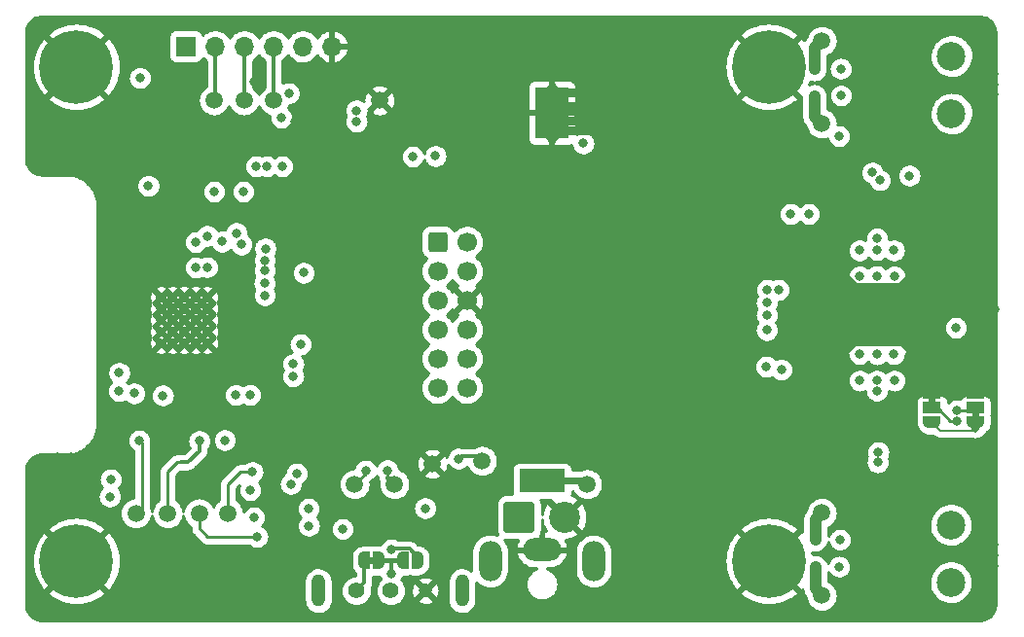
<source format=gbr>
G04 #@! TF.GenerationSoftware,KiCad,Pcbnew,(6.0.5-0)*
G04 #@! TF.CreationDate,2022-10-24T02:35:27+02:00*
G04 #@! TF.ProjectId,muVox,6d75566f-782e-46b6-9963-61645f706362,rc1*
G04 #@! TF.SameCoordinates,Original*
G04 #@! TF.FileFunction,Copper,L4,Bot*
G04 #@! TF.FilePolarity,Positive*
%FSLAX46Y46*%
G04 Gerber Fmt 4.6, Leading zero omitted, Abs format (unit mm)*
G04 Created by KiCad (PCBNEW (6.0.5-0)) date 2022-10-24 02:35:27*
%MOMM*%
%LPD*%
G01*
G04 APERTURE LIST*
G04 Aperture macros list*
%AMRoundRect*
0 Rectangle with rounded corners*
0 $1 Rounding radius*
0 $2 $3 $4 $5 $6 $7 $8 $9 X,Y pos of 4 corners*
0 Add a 4 corners polygon primitive as box body*
4,1,4,$2,$3,$4,$5,$6,$7,$8,$9,$2,$3,0*
0 Add four circle primitives for the rounded corners*
1,1,$1+$1,$2,$3*
1,1,$1+$1,$4,$5*
1,1,$1+$1,$6,$7*
1,1,$1+$1,$8,$9*
0 Add four rect primitives between the rounded corners*
20,1,$1+$1,$2,$3,$4,$5,0*
20,1,$1+$1,$4,$5,$6,$7,0*
20,1,$1+$1,$6,$7,$8,$9,0*
20,1,$1+$1,$8,$9,$2,$3,0*%
%AMFreePoly0*
4,1,22,0.500000,-0.750000,0.000000,-0.750000,0.000000,-0.745033,-0.079941,-0.743568,-0.215256,-0.701293,-0.333266,-0.622738,-0.424486,-0.514219,-0.481581,-0.384460,-0.499164,-0.250000,-0.500000,-0.250000,-0.500000,0.250000,-0.499164,0.250000,-0.499963,0.256109,-0.478152,0.396186,-0.417904,0.524511,-0.324060,0.630769,-0.204165,0.706417,-0.067858,0.745374,0.000000,0.744959,0.000000,0.750000,
0.500000,0.750000,0.500000,-0.750000,0.500000,-0.750000,$1*%
%AMFreePoly1*
4,1,20,0.000000,0.744959,0.073905,0.744508,0.209726,0.703889,0.328688,0.626782,0.421226,0.519385,0.479903,0.390333,0.500000,0.250000,0.500000,-0.250000,0.499851,-0.262216,0.476331,-0.402017,0.414519,-0.529596,0.319384,-0.634700,0.198574,-0.708877,0.061801,-0.746166,0.000000,-0.745033,0.000000,-0.750000,-0.500000,-0.750000,-0.500000,0.750000,0.000000,0.750000,0.000000,0.744959,
0.000000,0.744959,$1*%
%AMFreePoly2*
4,1,22,0.550000,-0.750000,0.000000,-0.750000,0.000000,-0.745033,-0.079941,-0.743568,-0.215256,-0.701293,-0.333266,-0.622738,-0.424486,-0.514219,-0.481581,-0.384460,-0.499164,-0.250000,-0.500000,-0.250000,-0.500000,0.250000,-0.499164,0.250000,-0.499963,0.256109,-0.478152,0.396186,-0.417904,0.524511,-0.324060,0.630769,-0.204165,0.706417,-0.067858,0.745374,0.000000,0.744959,0.000000,0.750000,
0.550000,0.750000,0.550000,-0.750000,0.550000,-0.750000,$1*%
%AMFreePoly3*
4,1,20,0.000000,0.744959,0.073905,0.744508,0.209726,0.703889,0.328688,0.626782,0.421226,0.519385,0.479903,0.390333,0.500000,0.250000,0.500000,-0.250000,0.499851,-0.262216,0.476331,-0.402017,0.414519,-0.529596,0.319384,-0.634700,0.198574,-0.708877,0.061801,-0.746166,0.000000,-0.745033,0.000000,-0.750000,-0.550000,-0.750000,-0.550000,0.750000,0.000000,0.750000,0.000000,0.744959,
0.000000,0.744959,$1*%
G04 Aperture macros list end*
G04 #@! TA.AperFunction,ComponentPad*
%ADD10R,4.000000X2.000000*%
G04 #@! TD*
G04 #@! TA.AperFunction,ComponentPad*
%ADD11O,3.300000X2.000000*%
G04 #@! TD*
G04 #@! TA.AperFunction,ComponentPad*
%ADD12O,2.000000X3.500000*%
G04 #@! TD*
G04 #@! TA.AperFunction,ComponentPad*
%ADD13RoundRect,0.250000X-0.600000X-0.600000X0.600000X-0.600000X0.600000X0.600000X-0.600000X0.600000X0*%
G04 #@! TD*
G04 #@! TA.AperFunction,ComponentPad*
%ADD14C,1.700000*%
G04 #@! TD*
G04 #@! TA.AperFunction,ComponentPad*
%ADD15C,6.400000*%
G04 #@! TD*
G04 #@! TA.AperFunction,ComponentPad*
%ADD16C,2.500000*%
G04 #@! TD*
G04 #@! TA.AperFunction,ComponentPad*
%ADD17RoundRect,0.250001X-1.099999X-1.099999X1.099999X-1.099999X1.099999X1.099999X-1.099999X1.099999X0*%
G04 #@! TD*
G04 #@! TA.AperFunction,ComponentPad*
%ADD18C,2.700000*%
G04 #@! TD*
G04 #@! TA.AperFunction,ComponentPad*
%ADD19R,1.700000X1.700000*%
G04 #@! TD*
G04 #@! TA.AperFunction,ComponentPad*
%ADD20O,1.700000X1.700000*%
G04 #@! TD*
G04 #@! TA.AperFunction,ComponentPad*
%ADD21C,0.500000*%
G04 #@! TD*
G04 #@! TA.AperFunction,SMDPad,CuDef*
%ADD22R,5.450000X5.450000*%
G04 #@! TD*
G04 #@! TA.AperFunction,ComponentPad*
%ADD23C,0.600000*%
G04 #@! TD*
G04 #@! TA.AperFunction,SMDPad,CuDef*
%ADD24R,2.950000X4.500000*%
G04 #@! TD*
G04 #@! TA.AperFunction,ComponentPad*
%ADD25C,1.400000*%
G04 #@! TD*
G04 #@! TA.AperFunction,ComponentPad*
%ADD26C,1.200000*%
G04 #@! TD*
G04 #@! TA.AperFunction,ComponentPad*
%ADD27O,1.208000X2.800000*%
G04 #@! TD*
G04 #@! TA.AperFunction,ComponentPad*
%ADD28C,0.800000*%
G04 #@! TD*
G04 #@! TA.AperFunction,SMDPad,CuDef*
%ADD29C,1.500000*%
G04 #@! TD*
G04 #@! TA.AperFunction,SMDPad,CuDef*
%ADD30FreePoly0,0.000000*%
G04 #@! TD*
G04 #@! TA.AperFunction,SMDPad,CuDef*
%ADD31FreePoly1,0.000000*%
G04 #@! TD*
G04 #@! TA.AperFunction,SMDPad,CuDef*
%ADD32FreePoly2,270.000000*%
G04 #@! TD*
G04 #@! TA.AperFunction,SMDPad,CuDef*
%ADD33R,1.500000X1.000000*%
G04 #@! TD*
G04 #@! TA.AperFunction,SMDPad,CuDef*
%ADD34FreePoly3,270.000000*%
G04 #@! TD*
G04 #@! TA.AperFunction,SMDPad,CuDef*
%ADD35FreePoly2,90.000000*%
G04 #@! TD*
G04 #@! TA.AperFunction,SMDPad,CuDef*
%ADD36FreePoly3,90.000000*%
G04 #@! TD*
G04 #@! TA.AperFunction,SMDPad,CuDef*
%ADD37FreePoly0,180.000000*%
G04 #@! TD*
G04 #@! TA.AperFunction,SMDPad,CuDef*
%ADD38FreePoly1,180.000000*%
G04 #@! TD*
G04 #@! TA.AperFunction,ViaPad*
%ADD39C,0.800000*%
G04 #@! TD*
G04 #@! TA.AperFunction,Conductor*
%ADD40C,0.600000*%
G04 #@! TD*
G04 #@! TA.AperFunction,Conductor*
%ADD41C,0.250000*%
G04 #@! TD*
G04 #@! TA.AperFunction,Conductor*
%ADD42C,2.000000*%
G04 #@! TD*
G04 #@! TA.AperFunction,Conductor*
%ADD43C,0.400000*%
G04 #@! TD*
G04 #@! TA.AperFunction,Conductor*
%ADD44C,0.300000*%
G04 #@! TD*
G04 #@! TA.AperFunction,Conductor*
%ADD45C,0.800000*%
G04 #@! TD*
G04 #@! TA.AperFunction,Conductor*
%ADD46C,0.200000*%
G04 #@! TD*
G04 #@! TA.AperFunction,Conductor*
%ADD47C,1.000000*%
G04 #@! TD*
G04 #@! TA.AperFunction,Conductor*
%ADD48C,0.254000*%
G04 #@! TD*
G04 APERTURE END LIST*
G36*
X104696200Y-156027400D02*
G01*
X104196200Y-156027400D01*
X104196200Y-155427400D01*
X104696200Y-155427400D01*
X104696200Y-156027400D01*
G37*
G36*
X153497600Y-142029300D02*
G01*
X152897600Y-142029300D01*
X152897600Y-141529300D01*
X153497600Y-141529300D01*
X153497600Y-142029300D01*
G37*
G36*
X157282600Y-143329300D02*
G01*
X156682600Y-143329300D01*
X156682600Y-142829300D01*
X157282600Y-142829300D01*
X157282600Y-143329300D01*
G37*
D10*
X119260100Y-148789300D03*
D11*
X119260100Y-154789300D03*
D12*
X114760100Y-155789300D03*
X123760100Y-155789300D03*
D13*
X110187600Y-128004300D03*
D14*
X112727600Y-128004300D03*
X110187600Y-130544300D03*
X112727600Y-130544300D03*
X110187600Y-133084300D03*
X112727600Y-133084300D03*
X110187600Y-135624300D03*
X112727600Y-135624300D03*
X110187600Y-138164300D03*
X112727600Y-138164300D03*
X110187600Y-140704300D03*
X112727600Y-140704300D03*
D15*
X78770100Y-155779300D03*
D16*
X154840100Y-157629300D03*
X154840100Y-152629300D03*
D17*
X117270100Y-151954300D03*
D18*
X121230100Y-151954300D03*
D15*
X78770100Y-112759300D03*
D19*
X88290100Y-110979300D03*
D20*
X90830100Y-110979300D03*
X93370100Y-110979300D03*
X95910100Y-110979300D03*
X98450100Y-110979300D03*
X100990100Y-110979300D03*
D21*
X145482950Y-136848950D03*
X149191350Y-133140550D03*
X150359750Y-135680550D03*
X147921350Y-135680550D03*
X147921350Y-131972150D03*
X147921350Y-136848950D03*
X147921350Y-133140550D03*
X146752950Y-131972150D03*
X146752950Y-133140550D03*
X146752950Y-134410550D03*
X145482950Y-131972150D03*
X150359750Y-133140550D03*
X149191350Y-134410550D03*
D22*
X147921350Y-134410550D03*
D21*
X149191350Y-136848950D03*
X145482950Y-134410550D03*
X149191350Y-131972150D03*
X147921350Y-134410550D03*
X145482950Y-135680550D03*
X146752950Y-135680550D03*
X150359750Y-136848950D03*
X150359750Y-131972150D03*
X149191350Y-135680550D03*
X146752950Y-136848950D03*
X150359750Y-134410550D03*
X145482950Y-133140550D03*
D23*
X119522600Y-116161800D03*
X120722600Y-118561800D03*
D24*
X120122600Y-116761800D03*
D23*
X120722600Y-116161800D03*
X119522600Y-114961800D03*
X120722600Y-114961800D03*
X119522600Y-118561800D03*
X119522600Y-117461800D03*
X120722600Y-117461800D03*
D25*
X103120400Y-158362800D03*
X106120400Y-158362800D03*
D26*
X109120400Y-158362800D03*
D27*
X99820400Y-158362800D03*
X112320400Y-158362800D03*
D15*
X139000000Y-112759300D03*
D28*
X87140100Y-134810550D03*
X86140100Y-132810550D03*
X86140100Y-135810550D03*
X89140100Y-133810550D03*
X87140100Y-133810550D03*
X88140100Y-135810550D03*
X89140100Y-136810550D03*
X87140100Y-132810550D03*
X86140100Y-134810550D03*
X90140100Y-136810550D03*
X89140100Y-134810550D03*
X86140100Y-133810550D03*
X88140100Y-133810550D03*
X89140100Y-132810550D03*
X90140100Y-133810550D03*
X88140100Y-134810550D03*
X90140100Y-132810550D03*
X88140100Y-136810550D03*
X89140100Y-135810550D03*
X87140100Y-135810550D03*
X86140100Y-136810550D03*
X87140100Y-136810550D03*
X90140100Y-134810550D03*
X90140100Y-135810550D03*
X88140100Y-132810550D03*
D16*
X154890100Y-111829300D03*
X154890100Y-116829300D03*
D15*
X139000000Y-155779300D03*
D29*
X114046000Y-147066000D03*
X143600000Y-110500000D03*
D30*
X103796200Y-155727400D03*
D31*
X105096200Y-155727400D03*
D29*
X89448000Y-151638000D03*
X91948000Y-151638000D03*
X86698000Y-151638000D03*
X90740100Y-115679300D03*
X95940100Y-115679300D03*
X102969500Y-149098000D03*
X123190000Y-149098000D03*
X93340100Y-115679300D03*
X143600000Y-151600000D03*
D32*
X153197600Y-141129300D03*
D33*
X153197600Y-142429300D03*
D34*
X153197600Y-143729300D03*
D29*
X105140100Y-115679300D03*
D35*
X156982600Y-143729300D03*
D33*
X156982600Y-142429300D03*
D36*
X156982600Y-141129300D03*
D37*
X108446200Y-155727400D03*
D38*
X107146200Y-155727400D03*
D29*
X106426000Y-149098000D03*
X83948000Y-151638000D03*
X143600000Y-158800000D03*
X109728000Y-147320000D03*
X143600000Y-117700000D03*
D39*
X157640100Y-113382700D03*
X127814900Y-113148100D03*
X126443300Y-119839300D03*
X98715100Y-118429300D03*
X157640100Y-114282700D03*
X97815100Y-117529300D03*
X107755700Y-114302100D03*
X129491300Y-136168100D03*
X83108800Y-147421600D03*
X158020000Y-123740000D03*
X156640000Y-123730000D03*
X129491300Y-134368100D03*
X111355700Y-114302100D03*
X109555700Y-112491100D03*
X106855700Y-114305500D03*
X130391300Y-136168100D03*
X140490000Y-136413910D03*
X133087100Y-136182500D03*
X152840100Y-128729300D03*
X158540100Y-154379300D03*
X132187100Y-133482500D03*
X129491300Y-133468100D03*
X152490100Y-123679300D03*
X132187100Y-136182500D03*
X156740100Y-156182700D03*
X108655700Y-112487700D03*
X128727200Y-114071400D03*
X138887200Y-140893800D03*
X127811500Y-112248100D03*
X158020920Y-137023510D03*
X133087100Y-133482500D03*
X94190100Y-114029300D03*
X107755700Y-115202100D03*
X157640100Y-155282700D03*
X158540100Y-115179300D03*
X128272100Y-119839300D03*
X109555700Y-115205500D03*
X148410100Y-124069300D03*
X129616200Y-113157000D03*
X131287900Y-132568100D03*
X130391300Y-137068100D03*
X133087100Y-137082500D03*
X107755700Y-112487700D03*
X101295200Y-148488400D03*
X110455700Y-115202100D03*
X106855700Y-115205500D03*
X126911500Y-112248100D03*
X158690100Y-133879300D03*
X151390100Y-123679300D03*
X133087100Y-134382500D03*
X127372100Y-119839300D03*
X99822000Y-148488400D03*
X129612800Y-112257000D03*
X78333600Y-146710400D03*
X140490000Y-134660000D03*
X156740100Y-114282700D03*
X156740100Y-154382700D03*
X111355700Y-112487700D03*
X105235800Y-153983400D03*
X98715100Y-117529300D03*
X158540100Y-114279300D03*
X110455700Y-112487700D03*
X89281000Y-148259800D03*
X106855700Y-112491100D03*
X107755700Y-113387700D03*
X156740100Y-155282700D03*
X127814900Y-114048100D03*
X109555700Y-113391100D03*
X108655700Y-114302100D03*
X130391300Y-134368100D03*
X158540100Y-155279300D03*
X77114400Y-146735800D03*
X109555700Y-114305500D03*
X108655700Y-113387700D03*
X131291300Y-133468100D03*
X156740100Y-115182700D03*
X158540100Y-113379300D03*
X111355700Y-113387700D03*
X125594100Y-119839300D03*
X153600000Y-123700000D03*
X104709434Y-148905434D03*
X148444760Y-144683976D03*
X157330000Y-124370000D03*
X114808000Y-143510000D03*
X111355700Y-115202100D03*
X129616200Y-114071400D03*
X131291300Y-136168100D03*
X133083700Y-135282500D03*
X132183700Y-132582500D03*
X110455700Y-114302100D03*
X157640100Y-115182700D03*
X145240100Y-123179300D03*
X156740100Y-113382700D03*
X129487900Y-132568100D03*
X126914900Y-114048100D03*
X110846200Y-149308000D03*
X131291300Y-134368100D03*
X105896200Y-153272200D03*
X131291300Y-137068100D03*
X130391300Y-133468100D03*
X129487900Y-135268100D03*
X88442800Y-148894800D03*
X116840000Y-125984000D03*
X129491300Y-137068100D03*
X132183700Y-135282500D03*
X99615100Y-118425900D03*
X157640100Y-156182700D03*
X132187100Y-137082500D03*
X132187100Y-134382500D03*
X130387900Y-135268100D03*
X133083700Y-132582500D03*
X110455700Y-113387700D03*
X130387900Y-132568100D03*
X99615100Y-117525900D03*
X113895700Y-117858100D03*
X126914900Y-113148100D03*
X128712800Y-112257000D03*
X128716200Y-113157000D03*
X108655700Y-115202100D03*
X131287900Y-135268100D03*
X97815100Y-118429300D03*
X106855700Y-113391100D03*
X158540100Y-156179300D03*
X157640100Y-154382700D03*
X99000897Y-152712939D03*
X98264600Y-136908100D03*
X108015100Y-120569120D03*
X98531500Y-130687900D03*
X94513400Y-153670000D03*
X156982600Y-144136800D03*
X110015100Y-120529300D03*
X103140100Y-117529300D03*
X145110200Y-118793410D03*
X94221184Y-151971716D03*
X140901220Y-125568110D03*
X103140100Y-116554300D03*
X155290100Y-135479300D03*
X151240100Y-122229300D03*
X82500000Y-139400000D03*
X96600000Y-117200000D03*
X101930200Y-152984200D03*
X82490100Y-140979300D03*
X97235358Y-115054302D03*
X97925000Y-148175000D03*
X94090600Y-148031200D03*
X84250000Y-145275000D03*
X84290100Y-113729300D03*
X83790100Y-141179300D03*
X112000000Y-146875000D03*
X106146600Y-156895800D03*
X148394320Y-130978310D03*
X148419720Y-128692310D03*
X148419720Y-127701710D03*
X148394320Y-140071510D03*
X148669856Y-122629544D03*
X148419720Y-137785510D03*
X148394320Y-140960510D03*
X148010100Y-121969789D03*
X148463720Y-147183310D03*
X148530100Y-146299300D03*
X86300000Y-141375000D03*
X109109200Y-151181200D03*
X146921120Y-140071510D03*
X146895720Y-137760110D03*
X145180100Y-153919300D03*
X143052800Y-153898600D03*
X146895720Y-128733310D03*
X146921120Y-131003710D03*
X145280100Y-115259300D03*
X142976600Y-115316000D03*
X149892920Y-137760110D03*
X143060100Y-156319300D03*
X149918320Y-140071510D03*
X145130100Y-156279300D03*
X149892920Y-128733310D03*
X149918320Y-131003710D03*
X142970100Y-112969300D03*
X145250100Y-112929300D03*
X138818520Y-135677310D03*
X103922900Y-147901700D03*
X97639700Y-139702100D03*
X95150500Y-130507300D03*
X105827400Y-147886800D03*
X95150500Y-129592900D03*
X97639700Y-138635300D03*
X138818520Y-134381910D03*
X85040100Y-123129300D03*
X95325000Y-121425000D03*
X155328520Y-143576710D03*
X155346803Y-142677393D03*
X93118500Y-128221300D03*
X92640100Y-141329300D03*
X138843920Y-132172110D03*
X95201300Y-128576900D03*
X93890100Y-141329300D03*
X138818520Y-133289710D03*
X139859920Y-132172110D03*
X92690100Y-127229300D03*
X90140100Y-130203320D03*
X95136589Y-131610989D03*
X140092628Y-139127601D03*
X90140100Y-127479300D03*
X89140100Y-128029300D03*
X95150500Y-132640900D03*
X138796532Y-138856811D03*
X89141064Y-130233855D03*
X93878400Y-149606000D03*
X91442100Y-127967300D03*
X97425000Y-149075000D03*
X91670692Y-145264693D03*
X81675000Y-150175000D03*
X96667231Y-121417231D03*
X81750000Y-148675000D03*
X94411800Y-121425000D03*
X90758897Y-123621231D03*
X89458800Y-145338800D03*
X106172000Y-154787600D03*
X122865100Y-119429800D03*
X98958400Y-151206200D03*
X93292374Y-123622185D03*
X142476220Y-125568110D03*
D40*
X119260100Y-148789300D02*
X122881300Y-148789300D01*
X122881300Y-148789300D02*
X123190000Y-149098000D01*
D41*
X105827400Y-147886800D02*
X105827400Y-148499400D01*
X103922900Y-147901700D02*
X103922900Y-148144600D01*
X103922900Y-148144600D02*
X102969500Y-149098000D01*
X89448000Y-151638000D02*
X89448000Y-152948000D01*
X89448000Y-152948000D02*
X90170000Y-153670000D01*
X90170000Y-153670000D02*
X94513400Y-153670000D01*
X91948000Y-151638000D02*
X91948000Y-149098000D01*
X91948000Y-149098000D02*
X93014800Y-148031200D01*
X93014800Y-148031200D02*
X94090600Y-148031200D01*
X86698000Y-151638000D02*
X86698000Y-147998000D01*
X86698000Y-147998000D02*
X87516700Y-147179300D01*
X87516700Y-147179300D02*
X87890100Y-147179300D01*
X84074000Y-151638000D02*
X84482500Y-151229500D01*
X84482500Y-151229500D02*
X84482500Y-145507500D01*
X84482500Y-145507500D02*
X84250000Y-145275000D01*
D42*
X152040100Y-137279300D02*
X152040100Y-134479300D01*
D43*
X88646000Y-148894800D02*
X89281000Y-148259800D01*
D44*
X105896200Y-153323000D02*
X105235800Y-153983400D01*
D42*
X150716179Y-132603221D02*
X146258580Y-132603221D01*
D45*
X123840100Y-117454300D02*
X123832600Y-117461800D01*
D42*
X150640100Y-132679300D02*
X150716179Y-132603221D01*
D43*
X77139800Y-146710400D02*
X77114400Y-146735800D01*
D42*
X145040100Y-131379300D02*
X145040100Y-137079300D01*
D45*
X120722600Y-116161800D02*
X123657600Y-116161800D01*
D42*
X148908850Y-134410550D02*
X152440100Y-130879300D01*
D43*
X88442800Y-148894800D02*
X88646000Y-148894800D01*
D42*
X147921350Y-134410550D02*
X149171350Y-134410550D01*
D45*
X120722600Y-114961800D02*
X123582600Y-114961800D01*
X123657600Y-116161800D02*
X123690100Y-116129300D01*
D44*
X105896200Y-153272200D02*
X105896200Y-153323000D01*
D43*
X78333600Y-146710400D02*
X77139800Y-146710400D01*
D45*
X123582600Y-114961800D02*
X123590100Y-114954300D01*
D42*
X150640100Y-133079300D02*
X150640100Y-132679300D01*
X145040100Y-131384741D02*
X145040100Y-131379300D01*
D45*
X120722600Y-118561800D02*
X121022600Y-118261800D01*
D42*
X149171350Y-134410550D02*
X152040100Y-137279300D01*
D45*
X123722600Y-118261800D02*
X124265100Y-118804300D01*
D42*
X147921350Y-134410550D02*
X148908850Y-134410550D01*
D45*
X120722600Y-117461800D02*
X123832600Y-117461800D01*
D42*
X144952600Y-137379300D02*
X147921350Y-134410550D01*
X144740100Y-137379300D02*
X144952600Y-137379300D01*
X152040100Y-134479300D02*
X150640100Y-133079300D01*
X143940100Y-130279300D02*
X145040100Y-131379300D01*
X145040100Y-137079300D02*
X144740100Y-137379300D01*
D43*
X99822000Y-148488400D02*
X101295200Y-148488400D01*
D45*
X121022600Y-118261800D02*
X123722600Y-118261800D01*
D42*
X146258580Y-132603221D02*
X145040100Y-131384741D01*
D41*
X156982600Y-144136800D02*
X156982600Y-144336800D01*
D46*
X153897600Y-144429300D02*
X156890100Y-144429300D01*
D41*
X156982600Y-143729300D02*
X156982600Y-144136800D01*
X156982600Y-144336800D02*
X156890100Y-144429300D01*
D46*
X153197600Y-143729300D02*
X153897600Y-144429300D01*
X156890100Y-144429300D02*
X157040100Y-144429300D01*
X120530100Y-148789300D02*
X119260100Y-148789300D01*
D43*
X107146200Y-155727400D02*
X106146600Y-155727400D01*
D44*
X113630000Y-146650000D02*
X114046000Y-147066000D01*
X112000000Y-146875000D02*
X112225000Y-146650000D01*
X106146600Y-155727400D02*
X106146600Y-156895800D01*
D43*
X106146600Y-155727400D02*
X105096200Y-155727400D01*
D44*
X112225000Y-146650000D02*
X113630000Y-146650000D01*
D47*
X143052800Y-153898600D02*
X143052800Y-152171400D01*
X143052800Y-152171400D02*
X143662400Y-151561800D01*
X142976600Y-115316000D02*
X142976600Y-117076600D01*
X142976600Y-117076600D02*
X143600000Y-117700000D01*
X143060100Y-158173100D02*
X143662400Y-158775400D01*
X143060100Y-156319300D02*
X143060100Y-158173100D01*
X142970100Y-112969300D02*
X142970100Y-111129900D01*
X142970100Y-111129900D02*
X143600000Y-110500000D01*
D44*
X103796200Y-157687000D02*
X103120400Y-158362800D01*
X103796200Y-155727400D02*
X103796200Y-157687000D01*
D43*
X105827400Y-148499400D02*
X106426000Y-149098000D01*
D44*
X90830100Y-110979300D02*
X90830100Y-115589300D01*
X90830100Y-115589300D02*
X90740100Y-115679300D01*
X93370100Y-115649300D02*
X93340100Y-115679300D01*
X93370100Y-110979300D02*
X93370100Y-115649300D01*
X95940100Y-111009300D02*
X95910100Y-110979300D01*
X95940100Y-115679300D02*
X95940100Y-111009300D01*
D41*
X154762835Y-143576710D02*
X153797635Y-142611510D01*
X153797635Y-142611510D02*
X153509120Y-142611510D01*
X155328520Y-143576710D02*
X154762835Y-143576710D01*
X155346803Y-142677393D02*
X155361886Y-142662310D01*
X155361886Y-142662310D02*
X156827120Y-142662310D01*
D44*
X89458800Y-145338800D02*
X89458800Y-146216200D01*
X88495700Y-147179300D02*
X87890100Y-147179300D01*
X89458800Y-146216200D02*
X88495700Y-147179300D01*
X106172000Y-154787600D02*
X106231720Y-154727880D01*
X108446200Y-155424526D02*
X108446200Y-155727400D01*
X106231720Y-154727880D02*
X107749554Y-154727880D01*
X107749554Y-154727880D02*
X108446200Y-155424526D01*
D48*
X157284053Y-108375501D02*
X157319777Y-108375937D01*
X157335029Y-108373942D01*
X157508553Y-108386355D01*
X157703338Y-108428730D01*
X157890116Y-108498396D01*
X158065072Y-108593931D01*
X158224661Y-108713400D01*
X158365616Y-108854357D01*
X158485077Y-109013941D01*
X158580612Y-109188904D01*
X158650274Y-109375678D01*
X158692648Y-109570473D01*
X158704560Y-109737027D01*
X158703529Y-109743645D01*
X158703092Y-109779367D01*
X158707220Y-109810937D01*
X158707220Y-159503941D01*
X158703529Y-159527644D01*
X158703093Y-159563369D01*
X158705088Y-159578622D01*
X158692676Y-159752150D01*
X158650303Y-159946933D01*
X158580634Y-160133720D01*
X158485097Y-160308684D01*
X158365634Y-160468267D01*
X158224675Y-160609227D01*
X158065084Y-160728697D01*
X157890123Y-160824234D01*
X157703347Y-160893899D01*
X157508557Y-160936275D01*
X157342167Y-160948176D01*
X157335375Y-160947119D01*
X157299653Y-160946683D01*
X157268094Y-160950810D01*
X75825082Y-160950810D01*
X75801376Y-160947119D01*
X75765653Y-160946683D01*
X75750398Y-160948678D01*
X75576874Y-160936269D01*
X75382076Y-160893895D01*
X75195301Y-160824233D01*
X75020332Y-160728695D01*
X74860745Y-160609232D01*
X74719784Y-160468273D01*
X74600313Y-160308681D01*
X74504777Y-160133722D01*
X74435109Y-159946940D01*
X74392734Y-159752151D01*
X74380840Y-159585850D01*
X74381911Y-159578968D01*
X74382347Y-159543244D01*
X74378241Y-159511849D01*
X74378742Y-158549639D01*
X76209067Y-158549639D01*
X76214132Y-158620454D01*
X76252893Y-158674342D01*
X76508306Y-158881172D01*
X76518976Y-158888924D01*
X76844930Y-159100601D01*
X76856352Y-159107196D01*
X77202648Y-159283643D01*
X77214697Y-159289007D01*
X77577538Y-159428288D01*
X77590081Y-159432364D01*
X77965494Y-159532956D01*
X77978394Y-159535698D01*
X78362266Y-159596497D01*
X78375383Y-159597875D01*
X78763506Y-159618216D01*
X78776694Y-159618216D01*
X79164817Y-159597875D01*
X79177934Y-159596497D01*
X79561806Y-159535698D01*
X79574706Y-159532956D01*
X79950119Y-159432364D01*
X79962662Y-159428288D01*
X80325503Y-159289007D01*
X80337552Y-159283643D01*
X80478481Y-159211836D01*
X98581900Y-159211836D01*
X98582470Y-159223803D01*
X98597572Y-159382093D01*
X98602097Y-159405595D01*
X98661856Y-159609295D01*
X98670745Y-159631518D01*
X98767945Y-159820243D01*
X98780875Y-159840384D01*
X98912008Y-160007324D01*
X98928514Y-160024657D01*
X99088850Y-160163789D01*
X99108335Y-160177687D01*
X99292086Y-160283990D01*
X99313848Y-160293954D01*
X99514386Y-160363592D01*
X99537639Y-160369260D01*
X99747727Y-160399722D01*
X99771633Y-160400891D01*
X99983692Y-160391076D01*
X100007387Y-160387704D01*
X100213763Y-160337967D01*
X100236393Y-160330175D01*
X100429641Y-160242310D01*
X100450390Y-160230379D01*
X100623537Y-160107557D01*
X100641655Y-160091918D01*
X100788453Y-159938571D01*
X100803287Y-159919788D01*
X100918439Y-159741449D01*
X100929453Y-159720200D01*
X101008805Y-159523303D01*
X101015603Y-159500353D01*
X101056290Y-159292004D01*
X101058476Y-159274010D01*
X101058750Y-159268408D01*
X101058900Y-159262253D01*
X101058900Y-158373782D01*
X101781763Y-158373782D01*
X101800193Y-158584437D01*
X101804007Y-158606066D01*
X101858737Y-158810321D01*
X101866249Y-158830960D01*
X101955616Y-159022608D01*
X101966598Y-159041628D01*
X102087886Y-159214846D01*
X102102004Y-159231671D01*
X102251529Y-159381196D01*
X102268354Y-159395314D01*
X102441572Y-159516602D01*
X102460592Y-159527584D01*
X102652240Y-159616951D01*
X102672879Y-159624463D01*
X102877134Y-159679193D01*
X102898763Y-159683007D01*
X103109418Y-159701437D01*
X103131382Y-159701437D01*
X103342037Y-159683007D01*
X103363666Y-159679193D01*
X103567921Y-159624463D01*
X103588560Y-159616951D01*
X103780208Y-159527584D01*
X103799228Y-159516602D01*
X103972446Y-159395314D01*
X103989271Y-159381196D01*
X104138796Y-159231671D01*
X104152914Y-159214846D01*
X104274202Y-159041628D01*
X104285184Y-159022608D01*
X104374551Y-158830960D01*
X104382063Y-158810321D01*
X104436793Y-158606066D01*
X104440607Y-158584437D01*
X104459037Y-158373782D01*
X104459037Y-158351818D01*
X104440667Y-158141852D01*
X104443587Y-158137833D01*
X104453917Y-158119043D01*
X104467063Y-158102095D01*
X104483142Y-158074908D01*
X104501491Y-158032506D01*
X104523738Y-157992039D01*
X104535365Y-157962673D01*
X104540698Y-157941902D01*
X104549217Y-157922216D01*
X104558029Y-157891888D01*
X104565257Y-157846255D01*
X104576742Y-157801522D01*
X104580700Y-157770188D01*
X104580700Y-157748747D01*
X104584056Y-157727558D01*
X104585048Y-157695990D01*
X104580700Y-157649994D01*
X104580700Y-157116020D01*
X104596200Y-157117129D01*
X105083522Y-157117129D01*
X105131811Y-157118014D01*
X105133225Y-157124664D01*
X105192240Y-157306292D01*
X105202954Y-157330356D01*
X105225876Y-157370057D01*
X105102004Y-157493929D01*
X105087886Y-157510754D01*
X104966598Y-157683972D01*
X104955616Y-157702992D01*
X104866249Y-157894640D01*
X104858737Y-157915279D01*
X104804007Y-158119534D01*
X104800193Y-158141163D01*
X104781763Y-158351818D01*
X104781763Y-158373782D01*
X104800193Y-158584437D01*
X104804007Y-158606066D01*
X104858737Y-158810321D01*
X104866249Y-158830960D01*
X104955616Y-159022608D01*
X104966598Y-159041628D01*
X105087886Y-159214846D01*
X105102004Y-159231671D01*
X105251529Y-159381196D01*
X105268354Y-159395314D01*
X105441572Y-159516602D01*
X105460592Y-159527584D01*
X105652240Y-159616951D01*
X105672879Y-159624463D01*
X105877134Y-159679193D01*
X105898763Y-159683007D01*
X106109418Y-159701437D01*
X106131382Y-159701437D01*
X106342037Y-159683007D01*
X106363666Y-159679193D01*
X106567921Y-159624463D01*
X106588560Y-159616951D01*
X106780208Y-159527584D01*
X106799228Y-159516602D01*
X106972446Y-159395314D01*
X106989271Y-159381196D01*
X107091690Y-159278777D01*
X108413730Y-159278777D01*
X108418795Y-159349593D01*
X108466849Y-159410325D01*
X108519441Y-159445466D01*
X108539705Y-159456469D01*
X108726804Y-159536853D01*
X108748734Y-159543978D01*
X108947349Y-159588920D01*
X108970210Y-159591930D01*
X109173690Y-159599925D01*
X109196717Y-159598718D01*
X109398246Y-159569498D01*
X109420668Y-159564115D01*
X109613497Y-159498658D01*
X109634561Y-159489280D01*
X109765802Y-159415782D01*
X109815464Y-159365045D01*
X109829812Y-159295513D01*
X109804290Y-159229262D01*
X109793332Y-159216752D01*
X109788416Y-159211836D01*
X111081900Y-159211836D01*
X111082470Y-159223803D01*
X111097572Y-159382093D01*
X111102097Y-159405595D01*
X111161856Y-159609295D01*
X111170745Y-159631518D01*
X111267945Y-159820243D01*
X111280875Y-159840384D01*
X111412008Y-160007324D01*
X111428514Y-160024657D01*
X111588850Y-160163789D01*
X111608335Y-160177687D01*
X111792086Y-160283990D01*
X111813848Y-160293954D01*
X112014386Y-160363592D01*
X112037639Y-160369260D01*
X112247727Y-160399722D01*
X112271633Y-160400891D01*
X112483692Y-160391076D01*
X112507387Y-160387704D01*
X112713763Y-160337967D01*
X112736393Y-160330175D01*
X112929641Y-160242310D01*
X112950390Y-160230379D01*
X113123537Y-160107557D01*
X113141655Y-160091918D01*
X113288453Y-159938571D01*
X113303287Y-159919788D01*
X113418439Y-159741449D01*
X113429453Y-159720200D01*
X113508805Y-159523303D01*
X113515603Y-159500353D01*
X113556290Y-159292004D01*
X113558476Y-159274010D01*
X113558750Y-159268408D01*
X113558900Y-159262253D01*
X113558900Y-157648459D01*
X113614284Y-157711280D01*
X113628822Y-157725320D01*
X113816402Y-157879399D01*
X113832997Y-157890933D01*
X114042797Y-158013040D01*
X114061024Y-158021772D01*
X114287648Y-158108764D01*
X114307035Y-158114470D01*
X114544653Y-158164111D01*
X114564704Y-158166644D01*
X114807201Y-158177656D01*
X114827399Y-158176951D01*
X115068538Y-158149050D01*
X115088363Y-158145125D01*
X115321939Y-158079030D01*
X115340882Y-158071985D01*
X115560886Y-157969396D01*
X115578459Y-157959413D01*
X115779230Y-157822968D01*
X115794980Y-157810305D01*
X115971354Y-157643517D01*
X115984877Y-157628497D01*
X116132316Y-157435655D01*
X116143264Y-157418667D01*
X116257975Y-157204732D01*
X116266066Y-157186213D01*
X116345097Y-156956691D01*
X116350123Y-156937115D01*
X116391440Y-156697910D01*
X116393149Y-156682180D01*
X116394470Y-156653091D01*
X116394600Y-156647375D01*
X116394600Y-155057783D01*
X116996230Y-155057783D01*
X117000842Y-155097641D01*
X117004767Y-155117465D01*
X117070840Y-155350964D01*
X117077885Y-155369907D01*
X117180441Y-155589838D01*
X117190424Y-155607411D01*
X117326823Y-155808116D01*
X117339487Y-155823866D01*
X117506220Y-156000181D01*
X117521239Y-156013704D01*
X117714017Y-156161094D01*
X117731005Y-156172042D01*
X117944869Y-156286715D01*
X117963389Y-156294806D01*
X118192835Y-156373810D01*
X118212410Y-156378836D01*
X118451535Y-156420140D01*
X118467265Y-156421849D01*
X118496354Y-156423170D01*
X118502070Y-156423300D01*
X118815600Y-156423300D01*
X118778246Y-156433309D01*
X118757607Y-156440821D01*
X118550101Y-156537582D01*
X118531080Y-156548564D01*
X118343529Y-156679889D01*
X118326705Y-156694007D01*
X118164807Y-156855905D01*
X118150689Y-156872729D01*
X118019364Y-157060280D01*
X118008382Y-157079301D01*
X117911621Y-157286807D01*
X117904109Y-157307446D01*
X117844850Y-157528602D01*
X117841036Y-157550231D01*
X117821081Y-157778318D01*
X117821081Y-157800282D01*
X117841036Y-158028369D01*
X117844850Y-158049998D01*
X117904109Y-158271154D01*
X117911621Y-158291793D01*
X118008382Y-158499299D01*
X118019364Y-158518320D01*
X118150689Y-158705871D01*
X118164807Y-158722695D01*
X118326705Y-158884593D01*
X118343529Y-158898711D01*
X118531080Y-159030036D01*
X118550101Y-159041018D01*
X118757607Y-159137779D01*
X118778246Y-159145291D01*
X118999402Y-159204550D01*
X119021031Y-159208364D01*
X119191991Y-159223321D01*
X119202973Y-159223800D01*
X119317227Y-159223800D01*
X119328209Y-159223321D01*
X119499169Y-159208364D01*
X119520798Y-159204550D01*
X119741954Y-159145291D01*
X119762593Y-159137779D01*
X119970099Y-159041018D01*
X119989120Y-159030036D01*
X120176671Y-158898711D01*
X120193495Y-158884593D01*
X120355393Y-158722695D01*
X120369511Y-158705871D01*
X120478906Y-158549639D01*
X136438967Y-158549639D01*
X136444032Y-158620454D01*
X136482793Y-158674342D01*
X136738206Y-158881172D01*
X136748876Y-158888924D01*
X137074830Y-159100601D01*
X137086252Y-159107196D01*
X137432548Y-159283643D01*
X137444597Y-159289007D01*
X137807438Y-159428288D01*
X137819981Y-159432364D01*
X138195394Y-159532956D01*
X138208294Y-159535698D01*
X138592166Y-159596497D01*
X138605283Y-159597875D01*
X138993406Y-159618216D01*
X139006594Y-159618216D01*
X139394717Y-159597875D01*
X139407834Y-159596497D01*
X139791706Y-159535698D01*
X139804606Y-159532956D01*
X140180019Y-159432364D01*
X140192562Y-159428288D01*
X140555403Y-159289007D01*
X140567452Y-159283643D01*
X140913748Y-159107196D01*
X140925170Y-159100601D01*
X141251124Y-158888924D01*
X141261794Y-158881172D01*
X141517207Y-158674342D01*
X141557558Y-158615928D01*
X141559924Y-158544971D01*
X141527007Y-158487327D01*
X139089095Y-156049415D01*
X139026783Y-156015389D01*
X138955968Y-156020454D01*
X138910905Y-156049415D01*
X136472993Y-158487327D01*
X136438967Y-158549639D01*
X120478906Y-158549639D01*
X120500836Y-158518320D01*
X120511818Y-158499299D01*
X120608579Y-158291793D01*
X120616091Y-158271154D01*
X120675350Y-158049998D01*
X120679164Y-158028369D01*
X120699119Y-157800282D01*
X120699119Y-157778318D01*
X120679164Y-157550231D01*
X120675350Y-157528602D01*
X120616091Y-157307446D01*
X120608579Y-157286807D01*
X120511818Y-157079301D01*
X120500836Y-157060280D01*
X120369511Y-156872729D01*
X120355393Y-156855905D01*
X120193495Y-156694007D01*
X120176671Y-156679889D01*
X120063008Y-156600301D01*
X122125600Y-156600301D01*
X122126006Y-156610406D01*
X122140566Y-156791370D01*
X122143797Y-156811320D01*
X122201700Y-157047061D01*
X122208079Y-157066238D01*
X122302928Y-157289688D01*
X122312292Y-157307599D01*
X122441647Y-157513010D01*
X122453753Y-157529192D01*
X122614284Y-157711280D01*
X122628822Y-157725320D01*
X122816402Y-157879399D01*
X122832997Y-157890933D01*
X123042797Y-158013040D01*
X123061024Y-158021772D01*
X123287648Y-158108764D01*
X123307035Y-158114470D01*
X123544653Y-158164111D01*
X123564704Y-158166644D01*
X123807201Y-158177656D01*
X123827399Y-158176951D01*
X124068538Y-158149050D01*
X124088363Y-158145125D01*
X124321939Y-158079030D01*
X124340882Y-158071985D01*
X124560886Y-157969396D01*
X124578459Y-157959413D01*
X124779230Y-157822968D01*
X124794980Y-157810305D01*
X124971354Y-157643517D01*
X124984877Y-157628497D01*
X125132316Y-157435655D01*
X125143264Y-157418667D01*
X125257975Y-157204732D01*
X125266066Y-157186213D01*
X125345097Y-156956691D01*
X125350123Y-156937115D01*
X125391440Y-156697910D01*
X125393149Y-156682180D01*
X125394470Y-156653091D01*
X125394600Y-156647375D01*
X125394600Y-155785894D01*
X135161084Y-155785894D01*
X135181425Y-156174017D01*
X135182803Y-156187134D01*
X135243602Y-156571006D01*
X135246344Y-156583906D01*
X135346936Y-156959319D01*
X135351012Y-156971862D01*
X135490293Y-157334703D01*
X135495657Y-157346752D01*
X135672104Y-157693047D01*
X135678698Y-157704468D01*
X135890375Y-158030423D01*
X135898128Y-158041094D01*
X136104958Y-158296507D01*
X136163372Y-158336858D01*
X136234329Y-158339224D01*
X136291973Y-158306307D01*
X138729885Y-155868395D01*
X138763911Y-155806083D01*
X138760080Y-155752517D01*
X139236089Y-155752517D01*
X139241154Y-155823332D01*
X139270115Y-155868395D01*
X141708027Y-158306307D01*
X141770339Y-158340333D01*
X141841154Y-158335268D01*
X141895042Y-158296507D01*
X141928201Y-158255559D01*
X141930391Y-158277901D01*
X141938492Y-158370494D01*
X141940548Y-158381479D01*
X141940622Y-158382234D01*
X141941845Y-158388408D01*
X141943015Y-158394661D01*
X141943229Y-158395397D01*
X141945398Y-158406350D01*
X141972229Y-158495221D01*
X141998194Y-158584590D01*
X142002342Y-158594959D01*
X142002561Y-158595685D01*
X142004976Y-158601545D01*
X142007328Y-158607424D01*
X142007677Y-158608096D01*
X142011932Y-158618421D01*
X142055579Y-158700512D01*
X142098344Y-158783012D01*
X142104424Y-158792375D01*
X142104785Y-158793054D01*
X142108304Y-158798350D01*
X142111733Y-158803631D01*
X142112208Y-158804226D01*
X142118391Y-158813532D01*
X142177162Y-158885591D01*
X142208366Y-158924681D01*
X142216060Y-158933285D01*
X142222571Y-158941269D01*
X142230364Y-159030352D01*
X142234178Y-159051983D01*
X142291173Y-159264688D01*
X142298685Y-159285326D01*
X142391749Y-159484903D01*
X142402731Y-159503924D01*
X142529038Y-159684309D01*
X142543156Y-159701133D01*
X142698867Y-159856844D01*
X142715691Y-159870962D01*
X142896075Y-159997269D01*
X142915096Y-160008251D01*
X143114674Y-160101315D01*
X143135312Y-160108827D01*
X143348017Y-160165822D01*
X143369648Y-160169636D01*
X143589019Y-160188828D01*
X143610981Y-160188828D01*
X143830352Y-160169636D01*
X143851983Y-160165822D01*
X144064688Y-160108827D01*
X144085326Y-160101315D01*
X144284904Y-160008251D01*
X144303925Y-159997269D01*
X144484309Y-159870962D01*
X144501133Y-159856844D01*
X144656844Y-159701133D01*
X144670962Y-159684309D01*
X144797269Y-159503924D01*
X144808251Y-159484903D01*
X144901315Y-159285326D01*
X144908827Y-159264688D01*
X144965822Y-159051983D01*
X144969636Y-159030352D01*
X144988828Y-158810981D01*
X144988828Y-158789019D01*
X144969636Y-158569648D01*
X144965822Y-158548017D01*
X144908827Y-158335312D01*
X144901315Y-158314674D01*
X144808251Y-158115097D01*
X144797269Y-158096076D01*
X144670962Y-157915691D01*
X144656844Y-157898867D01*
X144501133Y-157743156D01*
X144484309Y-157729038D01*
X144303925Y-157602731D01*
X144284904Y-157591749D01*
X144279403Y-157589184D01*
X152951418Y-157589184D01*
X152963958Y-157850253D01*
X152966234Y-157868789D01*
X153017225Y-158125137D01*
X153022216Y-158143134D01*
X153110538Y-158389130D01*
X153118134Y-158406190D01*
X153241845Y-158636429D01*
X153251879Y-158652180D01*
X153408264Y-158861604D01*
X153420516Y-158875698D01*
X153606137Y-159059706D01*
X153620338Y-159071835D01*
X153831119Y-159226386D01*
X153846957Y-159236282D01*
X154078267Y-159357980D01*
X154095393Y-159365427D01*
X154342149Y-159451599D01*
X154360188Y-159456433D01*
X154616972Y-159505184D01*
X154635527Y-159507298D01*
X154896696Y-159517560D01*
X154915360Y-159516908D01*
X155175177Y-159488453D01*
X155193540Y-159485050D01*
X155446297Y-159418505D01*
X155463955Y-159412425D01*
X155704100Y-159309250D01*
X155720665Y-159300627D01*
X155942922Y-159163091D01*
X155958031Y-159152113D01*
X156157517Y-158983235D01*
X156170837Y-158970146D01*
X156343171Y-158773637D01*
X156354410Y-158758722D01*
X156495804Y-158538900D01*
X156504715Y-158522488D01*
X156612065Y-158284180D01*
X156618452Y-158266631D01*
X156689399Y-158015074D01*
X156693123Y-157996773D01*
X156726107Y-157737492D01*
X156727071Y-157724890D01*
X156729488Y-157632599D01*
X156729185Y-157619962D01*
X156709815Y-157359310D01*
X156707054Y-157340840D01*
X156649370Y-157085915D01*
X156643910Y-157068056D01*
X156549180Y-156824456D01*
X156541140Y-156807600D01*
X156411444Y-156580679D01*
X156401001Y-156565196D01*
X156239188Y-156359937D01*
X156226571Y-156346168D01*
X156036196Y-156167082D01*
X156021683Y-156155330D01*
X155806929Y-156006349D01*
X155790837Y-155996870D01*
X155556421Y-155881269D01*
X155539106Y-155874273D01*
X155290178Y-155794591D01*
X155272019Y-155790232D01*
X155014047Y-155748218D01*
X154995442Y-155746590D01*
X154734094Y-155743169D01*
X154715454Y-155744309D01*
X154456471Y-155779555D01*
X154438204Y-155783438D01*
X154187275Y-155856577D01*
X154169782Y-155863117D01*
X153932421Y-155972542D01*
X153916087Y-155981596D01*
X153697506Y-156124904D01*
X153682690Y-156136273D01*
X153487693Y-156310315D01*
X153474720Y-156323748D01*
X153307589Y-156524700D01*
X153296744Y-156539905D01*
X153161152Y-156763354D01*
X153152674Y-156779994D01*
X153051600Y-157021030D01*
X153045674Y-157038739D01*
X152981336Y-157292067D01*
X152978093Y-157310459D01*
X152951907Y-157570515D01*
X152951418Y-157589184D01*
X144279403Y-157589184D01*
X144194600Y-157549640D01*
X144194600Y-156727965D01*
X144281941Y-156879244D01*
X144297424Y-156900554D01*
X144425211Y-157042476D01*
X144444786Y-157060102D01*
X144599287Y-157172354D01*
X144622099Y-157185525D01*
X144796563Y-157263201D01*
X144821615Y-157271341D01*
X145008416Y-157311047D01*
X145034613Y-157313800D01*
X145225587Y-157313800D01*
X145251784Y-157311047D01*
X145438585Y-157271341D01*
X145463637Y-157263201D01*
X145638101Y-157185525D01*
X145660913Y-157172354D01*
X145815414Y-157060102D01*
X145834989Y-157042476D01*
X145962776Y-156900554D01*
X145978259Y-156879244D01*
X146073746Y-156713856D01*
X146084460Y-156689792D01*
X146143475Y-156508164D01*
X146148952Y-156482398D01*
X146168914Y-156292470D01*
X146168914Y-156266130D01*
X146148952Y-156076202D01*
X146143475Y-156050436D01*
X146084460Y-155868808D01*
X146073746Y-155844744D01*
X145978259Y-155679356D01*
X145962776Y-155658046D01*
X145834989Y-155516124D01*
X145815414Y-155498498D01*
X145660913Y-155386246D01*
X145638101Y-155373075D01*
X145463637Y-155295399D01*
X145438585Y-155287259D01*
X145251784Y-155247553D01*
X145225587Y-155244800D01*
X145034613Y-155244800D01*
X145008416Y-155247553D01*
X144821615Y-155287259D01*
X144796563Y-155295399D01*
X144622099Y-155373075D01*
X144599287Y-155386246D01*
X144444786Y-155498498D01*
X144425211Y-155516124D01*
X144297424Y-155658046D01*
X144281941Y-155679356D01*
X144186454Y-155844744D01*
X144175740Y-155868808D01*
X144141256Y-155974939D01*
X144117638Y-155896713D01*
X144108268Y-155873978D01*
X144015418Y-155699351D01*
X144001809Y-155678868D01*
X143876808Y-155525602D01*
X143859480Y-155508153D01*
X143707090Y-155382085D01*
X143686704Y-155368334D01*
X143512730Y-155274266D01*
X143490060Y-155264737D01*
X143301127Y-155206253D01*
X143277038Y-155201308D01*
X143080345Y-155180635D01*
X143055755Y-155180464D01*
X142858792Y-155198389D01*
X142834638Y-155202996D01*
X142792479Y-155215404D01*
X142757549Y-154994862D01*
X142811773Y-155011647D01*
X142835862Y-155016592D01*
X143032555Y-155037265D01*
X143057145Y-155037436D01*
X143254108Y-155019511D01*
X143278263Y-155014904D01*
X143467994Y-154959064D01*
X143490795Y-154949852D01*
X143666066Y-154858222D01*
X143686642Y-154844756D01*
X143840777Y-154720828D01*
X143858346Y-154703623D01*
X143985475Y-154552117D01*
X143999369Y-154531827D01*
X144094648Y-154358514D01*
X144104335Y-154335912D01*
X144164137Y-154147393D01*
X144165349Y-154141691D01*
X144166725Y-154148164D01*
X144225740Y-154329792D01*
X144236454Y-154353856D01*
X144331941Y-154519244D01*
X144347424Y-154540554D01*
X144475211Y-154682476D01*
X144494786Y-154700102D01*
X144649287Y-154812354D01*
X144672099Y-154825525D01*
X144846563Y-154903201D01*
X144871615Y-154911341D01*
X145058416Y-154951047D01*
X145084613Y-154953800D01*
X145275587Y-154953800D01*
X145301784Y-154951047D01*
X145488585Y-154911341D01*
X145513637Y-154903201D01*
X145688101Y-154825525D01*
X145710913Y-154812354D01*
X145865414Y-154700102D01*
X145884989Y-154682476D01*
X146012776Y-154540554D01*
X146028259Y-154519244D01*
X146123746Y-154353856D01*
X146134460Y-154329792D01*
X146193475Y-154148164D01*
X146198952Y-154122398D01*
X146218914Y-153932470D01*
X146218914Y-153906130D01*
X146198952Y-153716202D01*
X146193475Y-153690436D01*
X146134460Y-153508808D01*
X146123746Y-153484744D01*
X146028259Y-153319356D01*
X146012776Y-153298046D01*
X145884989Y-153156124D01*
X145865414Y-153138498D01*
X145710913Y-153026246D01*
X145688101Y-153013075D01*
X145513637Y-152935399D01*
X145488585Y-152927259D01*
X145301784Y-152887553D01*
X145275587Y-152884800D01*
X145084613Y-152884800D01*
X145058416Y-152887553D01*
X144871615Y-152927259D01*
X144846563Y-152935399D01*
X144672099Y-153013075D01*
X144649287Y-153026246D01*
X144494786Y-153138498D01*
X144475211Y-153156124D01*
X144347424Y-153298046D01*
X144331941Y-153319356D01*
X144236454Y-153484744D01*
X144225740Y-153508808D01*
X144187300Y-153627113D01*
X144187300Y-152853764D01*
X144284904Y-152808251D01*
X144303925Y-152797269D01*
X144484309Y-152670962D01*
X144501133Y-152656844D01*
X144568793Y-152589184D01*
X152951418Y-152589184D01*
X152963958Y-152850253D01*
X152966234Y-152868789D01*
X153017225Y-153125137D01*
X153022216Y-153143134D01*
X153110538Y-153389130D01*
X153118134Y-153406190D01*
X153241845Y-153636429D01*
X153251879Y-153652180D01*
X153408264Y-153861604D01*
X153420516Y-153875698D01*
X153606137Y-154059706D01*
X153620338Y-154071835D01*
X153831119Y-154226386D01*
X153846957Y-154236282D01*
X154078267Y-154357980D01*
X154095393Y-154365427D01*
X154342149Y-154451599D01*
X154360188Y-154456433D01*
X154616972Y-154505184D01*
X154635527Y-154507298D01*
X154896696Y-154517560D01*
X154915360Y-154516908D01*
X155175177Y-154488453D01*
X155193540Y-154485050D01*
X155446297Y-154418505D01*
X155463955Y-154412425D01*
X155704100Y-154309250D01*
X155720665Y-154300627D01*
X155942922Y-154163091D01*
X155958031Y-154152113D01*
X156157517Y-153983235D01*
X156170837Y-153970146D01*
X156343171Y-153773637D01*
X156354410Y-153758722D01*
X156495804Y-153538900D01*
X156504715Y-153522488D01*
X156612065Y-153284180D01*
X156618452Y-153266631D01*
X156689399Y-153015074D01*
X156693123Y-152996773D01*
X156726107Y-152737492D01*
X156727071Y-152724890D01*
X156729488Y-152632599D01*
X156729185Y-152619962D01*
X156709815Y-152359310D01*
X156707054Y-152340840D01*
X156649370Y-152085915D01*
X156643910Y-152068056D01*
X156549180Y-151824456D01*
X156541140Y-151807600D01*
X156411444Y-151580679D01*
X156401001Y-151565196D01*
X156239188Y-151359937D01*
X156226571Y-151346168D01*
X156036196Y-151167082D01*
X156021683Y-151155330D01*
X155806929Y-151006349D01*
X155790837Y-150996870D01*
X155556421Y-150881269D01*
X155539106Y-150874273D01*
X155290178Y-150794591D01*
X155272019Y-150790232D01*
X155014047Y-150748218D01*
X154995442Y-150746590D01*
X154734094Y-150743169D01*
X154715454Y-150744309D01*
X154456471Y-150779555D01*
X154438204Y-150783438D01*
X154187275Y-150856577D01*
X154169782Y-150863117D01*
X153932421Y-150972542D01*
X153916087Y-150981596D01*
X153697506Y-151124904D01*
X153682690Y-151136273D01*
X153487693Y-151310315D01*
X153474720Y-151323748D01*
X153307589Y-151524700D01*
X153296744Y-151539905D01*
X153161152Y-151763354D01*
X153152674Y-151779994D01*
X153051600Y-152021030D01*
X153045674Y-152038739D01*
X152981336Y-152292067D01*
X152978093Y-152310459D01*
X152951907Y-152570515D01*
X152951418Y-152589184D01*
X144568793Y-152589184D01*
X144656844Y-152501133D01*
X144670962Y-152484309D01*
X144797269Y-152303924D01*
X144808251Y-152284903D01*
X144901315Y-152085326D01*
X144908827Y-152064688D01*
X144965822Y-151851983D01*
X144969636Y-151830352D01*
X144988828Y-151610981D01*
X144988828Y-151589019D01*
X144969636Y-151369648D01*
X144965822Y-151348017D01*
X144908827Y-151135312D01*
X144901315Y-151114674D01*
X144808251Y-150915097D01*
X144797269Y-150896076D01*
X144670962Y-150715691D01*
X144656844Y-150698867D01*
X144501133Y-150543156D01*
X144484309Y-150529038D01*
X144303925Y-150402731D01*
X144284904Y-150391749D01*
X144085326Y-150298685D01*
X144064688Y-150291173D01*
X143851983Y-150234178D01*
X143830352Y-150230364D01*
X143610981Y-150211172D01*
X143589019Y-150211172D01*
X143369648Y-150230364D01*
X143348017Y-150234178D01*
X143135312Y-150291173D01*
X143114674Y-150298685D01*
X142915097Y-150391749D01*
X142896076Y-150402731D01*
X142715691Y-150529038D01*
X142698867Y-150543156D01*
X142543156Y-150698867D01*
X142529038Y-150715691D01*
X142402731Y-150896076D01*
X142391749Y-150915097D01*
X142298685Y-151114674D01*
X142291173Y-151135312D01*
X142234178Y-151348017D01*
X142230364Y-151369648D01*
X142228718Y-151388468D01*
X142214988Y-151404830D01*
X142207128Y-151413498D01*
X142179930Y-151446609D01*
X142120124Y-151517883D01*
X142113811Y-151527102D01*
X142113324Y-151527695D01*
X142109819Y-151532931D01*
X142106238Y-151538161D01*
X142105866Y-151538838D01*
X142099653Y-151548120D01*
X142055779Y-151629945D01*
X142010952Y-151711486D01*
X142006548Y-151721761D01*
X142006195Y-151722420D01*
X142003796Y-151728183D01*
X142001264Y-151734091D01*
X142001031Y-151734825D01*
X141996744Y-151745124D01*
X141969590Y-151833942D01*
X141941463Y-151922607D01*
X141939140Y-151933537D01*
X141938919Y-151934259D01*
X141937684Y-151940384D01*
X141936350Y-151946662D01*
X141936265Y-151947420D01*
X141934058Y-151958364D01*
X141924663Y-152050854D01*
X141919085Y-152100583D01*
X141918441Y-152112112D01*
X141914071Y-152155129D01*
X141913985Y-152179720D01*
X141918300Y-152225367D01*
X141918300Y-153290814D01*
X141895042Y-153262093D01*
X141836628Y-153221742D01*
X141765671Y-153219376D01*
X141708027Y-153252293D01*
X139270115Y-155690205D01*
X139236089Y-155752517D01*
X138760080Y-155752517D01*
X138758846Y-155735268D01*
X138729885Y-155690205D01*
X136291973Y-153252293D01*
X136229661Y-153218267D01*
X136158846Y-153223332D01*
X136104958Y-153262093D01*
X135898128Y-153517506D01*
X135890375Y-153528177D01*
X135678698Y-153854132D01*
X135672104Y-153865553D01*
X135495657Y-154211848D01*
X135490293Y-154223897D01*
X135351012Y-154586738D01*
X135346936Y-154599281D01*
X135246344Y-154974694D01*
X135243602Y-154987594D01*
X135182803Y-155371466D01*
X135181425Y-155384583D01*
X135161084Y-155772706D01*
X135161084Y-155785894D01*
X125394600Y-155785894D01*
X125394600Y-154978299D01*
X125394194Y-154968194D01*
X125379634Y-154787230D01*
X125376403Y-154767280D01*
X125318500Y-154531539D01*
X125312121Y-154512362D01*
X125217272Y-154288912D01*
X125207908Y-154271001D01*
X125078553Y-154065590D01*
X125066447Y-154049408D01*
X124905916Y-153867320D01*
X124891378Y-153853280D01*
X124703798Y-153699201D01*
X124687203Y-153687667D01*
X124477403Y-153565560D01*
X124459176Y-153556828D01*
X124232552Y-153469836D01*
X124213165Y-153464130D01*
X123975547Y-153414489D01*
X123955496Y-153411956D01*
X123712999Y-153400944D01*
X123692801Y-153401649D01*
X123451662Y-153429550D01*
X123431837Y-153433475D01*
X123198261Y-153499570D01*
X123179318Y-153506615D01*
X122959314Y-153609204D01*
X122941741Y-153619187D01*
X122740970Y-153755632D01*
X122725220Y-153768295D01*
X122548846Y-153935083D01*
X122535323Y-153950103D01*
X122387884Y-154142945D01*
X122376936Y-154159933D01*
X122262225Y-154373868D01*
X122254134Y-154392387D01*
X122175103Y-154621909D01*
X122170077Y-154641485D01*
X122128760Y-154880690D01*
X122127051Y-154896420D01*
X122125730Y-154925509D01*
X122125600Y-154931225D01*
X122125600Y-156600301D01*
X120063008Y-156600301D01*
X119989120Y-156548564D01*
X119970099Y-156537582D01*
X119762593Y-156440821D01*
X119741954Y-156433309D01*
X119704600Y-156423300D01*
X119971075Y-156423300D01*
X119981180Y-156422894D01*
X120162090Y-156408338D01*
X120182040Y-156405107D01*
X120417702Y-156347223D01*
X120436879Y-156340844D01*
X120660255Y-156246027D01*
X120678166Y-156236663D01*
X120883509Y-156107351D01*
X120899691Y-156095245D01*
X121081718Y-155934767D01*
X121095757Y-155920229D01*
X121249786Y-155732712D01*
X121261321Y-155716116D01*
X121383387Y-155506385D01*
X121392119Y-155488159D01*
X121479083Y-155261610D01*
X121484789Y-155242222D01*
X121520963Y-155069066D01*
X121515314Y-154998295D01*
X121472300Y-154941812D01*
X121405577Y-154917551D01*
X121397626Y-154917300D01*
X117121395Y-154917300D01*
X117053274Y-154937302D01*
X117006781Y-154990958D01*
X116996230Y-155057783D01*
X116394600Y-155057783D01*
X116394600Y-154978299D01*
X116394194Y-154968194D01*
X116379634Y-154787230D01*
X116376403Y-154767280D01*
X116318500Y-154531539D01*
X116312121Y-154512362D01*
X116217272Y-154288912D01*
X116207908Y-154271001D01*
X116078553Y-154065590D01*
X116066447Y-154049408D01*
X115944872Y-153911507D01*
X115975572Y-153921690D01*
X116002396Y-153927441D01*
X116106857Y-153938144D01*
X116119700Y-153938800D01*
X117214462Y-153938800D01*
X117136813Y-154072215D01*
X117128081Y-154090441D01*
X117041117Y-154316990D01*
X117035411Y-154336378D01*
X116999237Y-154509534D01*
X117004886Y-154580305D01*
X117047900Y-154636788D01*
X117114623Y-154661049D01*
X117122574Y-154661300D01*
X119006100Y-154661300D01*
X119074221Y-154641298D01*
X119120714Y-154587642D01*
X119132100Y-154535300D01*
X119132100Y-153503787D01*
X119169475Y-153443154D01*
X119181808Y-153416705D01*
X119237490Y-153248828D01*
X119243241Y-153222004D01*
X119253944Y-153117543D01*
X119254600Y-153104700D01*
X119254600Y-152180865D01*
X119254653Y-152181345D01*
X119301926Y-152440184D01*
X119306352Y-152457422D01*
X119389623Y-152707018D01*
X119396434Y-152723461D01*
X119514043Y-152958834D01*
X119523103Y-152974154D01*
X119648301Y-153155300D01*
X119514100Y-153155300D01*
X119445979Y-153175302D01*
X119399486Y-153228958D01*
X119388100Y-153281300D01*
X119388100Y-154535300D01*
X119408102Y-154603421D01*
X119461758Y-154649914D01*
X119514100Y-154661300D01*
X121398805Y-154661300D01*
X121466926Y-154641298D01*
X121513419Y-154587642D01*
X121523970Y-154520817D01*
X121519358Y-154480959D01*
X121515433Y-154461135D01*
X121449360Y-154227636D01*
X121442315Y-154208693D01*
X121339759Y-153988762D01*
X121329776Y-153971189D01*
X121306637Y-153937141D01*
X121408369Y-153934744D01*
X121426088Y-153933069D01*
X121685637Y-153889868D01*
X121702943Y-153885713D01*
X121953817Y-153806372D01*
X121970365Y-153799820D01*
X122207556Y-153685923D01*
X122223016Y-153677105D01*
X122424383Y-153542556D01*
X122469911Y-153488079D01*
X122478759Y-153417636D01*
X122443476Y-153348696D01*
X121022297Y-151927517D01*
X121466189Y-151927517D01*
X121471254Y-151998332D01*
X121500215Y-152043395D01*
X122623844Y-153167024D01*
X122686156Y-153201050D01*
X122756971Y-153195985D01*
X122809389Y-153159006D01*
X122833543Y-153130272D01*
X122844005Y-153115871D01*
X122907769Y-153013629D01*
X136440076Y-153013629D01*
X136472993Y-153071273D01*
X138910905Y-155509185D01*
X138973217Y-155543211D01*
X139044032Y-155538146D01*
X139089095Y-155509185D01*
X141527007Y-153071273D01*
X141561033Y-153008961D01*
X141555968Y-152938146D01*
X141517207Y-152884258D01*
X141261794Y-152677428D01*
X141251124Y-152669676D01*
X140925170Y-152457999D01*
X140913748Y-152451404D01*
X140567452Y-152274957D01*
X140555403Y-152269593D01*
X140192562Y-152130312D01*
X140180019Y-152126236D01*
X139804606Y-152025644D01*
X139791706Y-152022902D01*
X139407834Y-151962103D01*
X139394717Y-151960725D01*
X139006594Y-151940384D01*
X138993406Y-151940384D01*
X138605283Y-151960725D01*
X138592166Y-151962103D01*
X138208294Y-152022902D01*
X138195394Y-152025644D01*
X137819981Y-152126236D01*
X137807438Y-152130312D01*
X137444597Y-152269593D01*
X137432548Y-152274957D01*
X137086253Y-152451404D01*
X137074832Y-152457998D01*
X136748877Y-152669675D01*
X136738206Y-152677428D01*
X136482793Y-152884258D01*
X136442442Y-152942672D01*
X136440076Y-153013629D01*
X122907769Y-153013629D01*
X122983243Y-152892610D01*
X122991571Y-152876881D01*
X123097962Y-152636230D01*
X123103991Y-152619484D01*
X123175412Y-152366242D01*
X123179022Y-152348814D01*
X123214049Y-152088036D01*
X123215108Y-152075221D01*
X123218784Y-151958258D01*
X123218531Y-151945401D01*
X123199948Y-151682938D01*
X123197441Y-151665317D01*
X123142061Y-151408090D01*
X123137095Y-151390999D01*
X123046025Y-151144142D01*
X123038701Y-151127921D01*
X122913756Y-150896359D01*
X122904219Y-150881332D01*
X122812690Y-150757412D01*
X122756129Y-150714501D01*
X122685347Y-150708981D01*
X122622244Y-150743176D01*
X121500215Y-151865205D01*
X121466189Y-151927517D01*
X121022297Y-151927517D01*
X119837806Y-150743026D01*
X119775494Y-150709000D01*
X119704679Y-150714065D01*
X119649761Y-150754115D01*
X119590509Y-150829275D01*
X119580505Y-150843996D01*
X119448349Y-151071520D01*
X119440519Y-151087502D01*
X119341739Y-151331377D01*
X119336239Y-151348305D01*
X119272808Y-151603665D01*
X119269748Y-151621197D01*
X119254600Y-151769040D01*
X119254600Y-150803900D01*
X119253927Y-150790896D01*
X119242953Y-150685131D01*
X119237150Y-150658259D01*
X119181174Y-150490479D01*
X119168794Y-150464052D01*
X119143885Y-150423800D01*
X119992332Y-150423800D01*
X119990601Y-150426009D01*
X119983970Y-150496695D01*
X120018558Y-150561738D01*
X121141005Y-151684185D01*
X121203317Y-151718211D01*
X121274132Y-151713146D01*
X121319195Y-151684185D01*
X122441136Y-150562244D01*
X122475162Y-150499932D01*
X122470097Y-150429117D01*
X122428483Y-150372986D01*
X122329232Y-150297240D01*
X122314356Y-150287469D01*
X122084785Y-150158903D01*
X122068681Y-150151324D01*
X121835819Y-150061237D01*
X121879827Y-149943846D01*
X121887108Y-149913224D01*
X121893863Y-149851042D01*
X121894600Y-149837434D01*
X121894600Y-149723800D01*
X121954189Y-149723800D01*
X121981749Y-149782903D01*
X121992731Y-149801924D01*
X122119038Y-149982309D01*
X122133156Y-149999133D01*
X122288867Y-150154844D01*
X122305691Y-150168962D01*
X122486075Y-150295269D01*
X122505096Y-150306251D01*
X122704674Y-150399315D01*
X122725312Y-150406827D01*
X122938017Y-150463822D01*
X122959648Y-150467636D01*
X123179019Y-150486828D01*
X123200981Y-150486828D01*
X123420352Y-150467636D01*
X123441983Y-150463822D01*
X123654688Y-150406827D01*
X123675326Y-150399315D01*
X123874904Y-150306251D01*
X123893925Y-150295269D01*
X124074309Y-150168962D01*
X124091133Y-150154844D01*
X124246844Y-149999133D01*
X124260962Y-149982309D01*
X124387269Y-149801924D01*
X124398251Y-149782903D01*
X124491315Y-149583326D01*
X124498827Y-149562688D01*
X124555822Y-149349983D01*
X124559636Y-149328352D01*
X124578828Y-149108981D01*
X124578828Y-149087019D01*
X124559636Y-148867648D01*
X124555822Y-148846017D01*
X124498827Y-148633312D01*
X124491315Y-148612674D01*
X124398251Y-148413097D01*
X124387269Y-148394076D01*
X124260962Y-148213691D01*
X124246844Y-148196867D01*
X124091133Y-148041156D01*
X124074309Y-148027038D01*
X123893925Y-147900731D01*
X123874904Y-147889749D01*
X123675326Y-147796685D01*
X123654688Y-147789173D01*
X123441983Y-147732178D01*
X123420352Y-147728364D01*
X123200981Y-147709172D01*
X123179019Y-147709172D01*
X122959648Y-147728364D01*
X122938017Y-147732178D01*
X122725312Y-147789173D01*
X122704674Y-147796685D01*
X122580046Y-147854800D01*
X121894600Y-147854800D01*
X121894600Y-147741166D01*
X121893863Y-147727558D01*
X121887108Y-147665376D01*
X121879827Y-147634754D01*
X121828697Y-147498365D01*
X121811541Y-147467030D01*
X121724187Y-147350474D01*
X121698926Y-147325213D01*
X121582370Y-147237859D01*
X121551035Y-147220703D01*
X121486420Y-147196480D01*
X147424906Y-147196480D01*
X147444868Y-147386408D01*
X147450345Y-147412174D01*
X147509360Y-147593802D01*
X147520074Y-147617866D01*
X147615561Y-147783254D01*
X147631044Y-147804564D01*
X147758831Y-147946486D01*
X147778406Y-147964112D01*
X147932907Y-148076364D01*
X147955719Y-148089535D01*
X148130183Y-148167211D01*
X148155235Y-148175351D01*
X148342036Y-148215057D01*
X148368233Y-148217810D01*
X148559207Y-148217810D01*
X148585404Y-148215057D01*
X148772205Y-148175351D01*
X148797257Y-148167211D01*
X148971721Y-148089535D01*
X148994533Y-148076364D01*
X149149034Y-147964112D01*
X149168609Y-147946486D01*
X149296396Y-147804564D01*
X149311879Y-147783254D01*
X149407366Y-147617866D01*
X149418080Y-147593802D01*
X149477095Y-147412174D01*
X149482572Y-147386408D01*
X149502534Y-147196480D01*
X149502534Y-147170140D01*
X149482572Y-146980212D01*
X149477095Y-146954446D01*
X149430025Y-146809582D01*
X149473746Y-146733856D01*
X149484460Y-146709792D01*
X149543475Y-146528164D01*
X149548952Y-146502398D01*
X149568914Y-146312470D01*
X149568914Y-146286130D01*
X149548952Y-146096202D01*
X149543475Y-146070436D01*
X149484460Y-145888808D01*
X149473746Y-145864744D01*
X149378259Y-145699356D01*
X149362776Y-145678046D01*
X149234989Y-145536124D01*
X149215414Y-145518498D01*
X149060913Y-145406246D01*
X149038101Y-145393075D01*
X148863637Y-145315399D01*
X148838585Y-145307259D01*
X148651784Y-145267553D01*
X148625587Y-145264800D01*
X148434613Y-145264800D01*
X148408416Y-145267553D01*
X148221615Y-145307259D01*
X148196563Y-145315399D01*
X148022099Y-145393075D01*
X147999287Y-145406246D01*
X147844786Y-145518498D01*
X147825211Y-145536124D01*
X147697424Y-145678046D01*
X147681941Y-145699356D01*
X147586454Y-145864744D01*
X147575740Y-145888808D01*
X147516725Y-146070436D01*
X147511248Y-146096202D01*
X147491286Y-146286130D01*
X147491286Y-146312470D01*
X147511248Y-146502398D01*
X147516725Y-146528164D01*
X147563795Y-146673028D01*
X147520074Y-146748754D01*
X147509360Y-146772818D01*
X147450345Y-146954446D01*
X147444868Y-146980212D01*
X147424906Y-147170140D01*
X147424906Y-147196480D01*
X121486420Y-147196480D01*
X121414646Y-147169573D01*
X121384024Y-147162292D01*
X121321842Y-147155537D01*
X121308234Y-147154800D01*
X117211966Y-147154800D01*
X117198358Y-147155537D01*
X117136176Y-147162292D01*
X117105554Y-147169573D01*
X116969165Y-147220703D01*
X116937830Y-147237859D01*
X116821274Y-147325213D01*
X116796013Y-147350474D01*
X116708659Y-147467030D01*
X116691503Y-147498365D01*
X116640373Y-147634754D01*
X116633092Y-147665376D01*
X116626337Y-147727558D01*
X116625600Y-147741166D01*
X116625600Y-149837434D01*
X116626337Y-149851042D01*
X116633092Y-149913224D01*
X116640373Y-149943846D01*
X116650103Y-149969800D01*
X116119700Y-149969800D01*
X116106696Y-149970473D01*
X116000931Y-149981447D01*
X115974059Y-149987250D01*
X115806279Y-150043226D01*
X115779852Y-150055606D01*
X115629449Y-150148678D01*
X115606579Y-150166804D01*
X115481622Y-150291979D01*
X115463535Y-150314881D01*
X115370725Y-150465446D01*
X115358392Y-150491895D01*
X115302710Y-150659772D01*
X115296959Y-150686596D01*
X115286256Y-150791057D01*
X115285600Y-150803900D01*
X115285600Y-153104700D01*
X115286273Y-153117704D01*
X115297247Y-153223469D01*
X115303050Y-153250341D01*
X115359026Y-153418121D01*
X115371406Y-153444548D01*
X115435189Y-153547620D01*
X115232552Y-153469836D01*
X115213165Y-153464130D01*
X114975547Y-153414489D01*
X114955496Y-153411956D01*
X114712999Y-153400944D01*
X114692801Y-153401649D01*
X114451662Y-153429550D01*
X114431837Y-153433475D01*
X114198261Y-153499570D01*
X114179318Y-153506615D01*
X113959314Y-153609204D01*
X113941741Y-153619187D01*
X113740970Y-153755632D01*
X113725220Y-153768295D01*
X113548846Y-153935083D01*
X113535323Y-153950103D01*
X113387884Y-154142945D01*
X113376936Y-154159933D01*
X113262225Y-154373868D01*
X113254134Y-154392387D01*
X113175103Y-154621909D01*
X113170077Y-154641485D01*
X113128760Y-154880690D01*
X113127051Y-154896420D01*
X113125730Y-154925509D01*
X113125600Y-154931225D01*
X113125600Y-156600301D01*
X113126006Y-156610406D01*
X113127361Y-156627249D01*
X113051950Y-156561811D01*
X113032465Y-156547913D01*
X112848714Y-156441610D01*
X112826952Y-156431646D01*
X112626414Y-156362008D01*
X112603161Y-156356340D01*
X112393073Y-156325878D01*
X112369167Y-156324709D01*
X112157108Y-156334524D01*
X112133413Y-156337896D01*
X111927037Y-156387633D01*
X111904407Y-156395425D01*
X111711159Y-156483290D01*
X111690410Y-156495221D01*
X111517263Y-156618043D01*
X111499145Y-156633682D01*
X111352347Y-156787029D01*
X111337513Y-156805812D01*
X111222361Y-156984151D01*
X111211347Y-157005400D01*
X111131995Y-157202297D01*
X111125197Y-157225247D01*
X111084510Y-157433596D01*
X111082324Y-157451590D01*
X111082050Y-157457192D01*
X111081900Y-157463347D01*
X111081900Y-159211836D01*
X109788416Y-159211836D01*
X109209496Y-158632915D01*
X109147183Y-158598890D01*
X109076368Y-158603954D01*
X109031304Y-158632915D01*
X108447755Y-159216465D01*
X108413730Y-159278777D01*
X107091690Y-159278777D01*
X107138796Y-159231671D01*
X107152914Y-159214846D01*
X107274202Y-159041628D01*
X107285184Y-159022608D01*
X107374551Y-158830960D01*
X107382063Y-158810321D01*
X107436793Y-158606066D01*
X107440607Y-158584437D01*
X107459037Y-158373782D01*
X107459037Y-158351818D01*
X107458170Y-158341913D01*
X107882304Y-158341913D01*
X107895623Y-158545113D01*
X107899230Y-158567887D01*
X107949356Y-158765258D01*
X107957053Y-158786994D01*
X108042307Y-158971924D01*
X108053835Y-158991892D01*
X108073745Y-159020065D01*
X108129394Y-159064152D01*
X108200045Y-159071154D01*
X108265738Y-159036442D01*
X108850285Y-158451896D01*
X108884310Y-158389583D01*
X108880479Y-158336017D01*
X109356490Y-158336017D01*
X109361554Y-158406832D01*
X109390515Y-158451896D01*
X109974352Y-159035732D01*
X110036664Y-159069757D01*
X110107480Y-159064692D01*
X110164315Y-159022145D01*
X110173382Y-159008202D01*
X110246880Y-158876961D01*
X110256258Y-158855897D01*
X110321715Y-158663068D01*
X110327098Y-158640646D01*
X110356318Y-158439117D01*
X110357579Y-158424335D01*
X110359104Y-158366098D01*
X110358618Y-158351271D01*
X110339985Y-158148489D01*
X110335783Y-158125817D01*
X110280508Y-157929826D01*
X110272245Y-157908299D01*
X110182179Y-157725663D01*
X110170139Y-157706013D01*
X110166654Y-157701345D01*
X110109873Y-157658724D01*
X110039064Y-157653568D01*
X109976593Y-157687627D01*
X109390515Y-158273704D01*
X109356490Y-158336017D01*
X108880479Y-158336017D01*
X108879246Y-158318768D01*
X108850285Y-158273704D01*
X108265225Y-157688645D01*
X108202913Y-157654620D01*
X108132097Y-157659685D01*
X108075262Y-157702232D01*
X108064621Y-157719074D01*
X107980847Y-157878303D01*
X107972024Y-157899606D01*
X107911637Y-158094083D01*
X107906842Y-158116637D01*
X107882907Y-158318862D01*
X107882304Y-158341913D01*
X107458170Y-158341913D01*
X107440607Y-158141163D01*
X107436793Y-158119534D01*
X107382063Y-157915279D01*
X107374551Y-157894640D01*
X107285184Y-157702992D01*
X107274202Y-157683972D01*
X107152914Y-157510754D01*
X107138796Y-157493929D01*
X107078891Y-157434024D01*
X108411954Y-157434024D01*
X108439202Y-157499583D01*
X108448120Y-157509500D01*
X109031304Y-158092685D01*
X109093617Y-158126710D01*
X109164432Y-158121646D01*
X109209496Y-158092685D01*
X109792589Y-157509591D01*
X109826614Y-157447279D01*
X109821549Y-157376463D01*
X109779002Y-157319628D01*
X109770728Y-157313934D01*
X109692812Y-157264773D01*
X109672267Y-157254305D01*
X109483127Y-157178846D01*
X109461018Y-157172297D01*
X109261295Y-157132570D01*
X109238364Y-157130160D01*
X109034745Y-157127494D01*
X109011757Y-157129303D01*
X108811062Y-157163789D01*
X108788789Y-157169757D01*
X108597739Y-157240239D01*
X108576926Y-157250166D01*
X108472792Y-157312120D01*
X108424476Y-157364140D01*
X108411954Y-157434024D01*
X107078891Y-157434024D01*
X107048145Y-157403278D01*
X107090246Y-157330356D01*
X107100960Y-157306292D01*
X107159975Y-157124664D01*
X107161544Y-157117284D01*
X107210847Y-157117585D01*
X107217856Y-157117129D01*
X107646200Y-157117129D01*
X107655189Y-157116808D01*
X107728300Y-157111579D01*
X107754809Y-157106796D01*
X107791137Y-157096129D01*
X107928268Y-157115846D01*
X107946200Y-157117129D01*
X108436208Y-157117129D01*
X108510847Y-157117585D01*
X108528716Y-157116421D01*
X108673026Y-157096654D01*
X108690551Y-157092969D01*
X108828260Y-157053612D01*
X108845086Y-157047480D01*
X108978048Y-156988003D01*
X108993833Y-156979548D01*
X109114961Y-156903122D01*
X109129389Y-156892514D01*
X109240315Y-156798108D01*
X109253094Y-156785561D01*
X109347902Y-156678210D01*
X109358772Y-156663980D01*
X109438738Y-156542243D01*
X109447481Y-156526615D01*
X109508350Y-156396970D01*
X109514789Y-156380260D01*
X109557377Y-156240962D01*
X109561383Y-156223507D01*
X109583417Y-156081989D01*
X109584908Y-156064145D01*
X109586688Y-155918502D01*
X109585929Y-155905640D01*
X109585929Y-155516353D01*
X109585509Y-155514923D01*
X109586687Y-155418501D01*
X109585632Y-155400625D01*
X109567062Y-155258611D01*
X109563485Y-155241064D01*
X109524314Y-155100768D01*
X109518284Y-155083905D01*
X109460601Y-154952812D01*
X109452242Y-154936975D01*
X109375273Y-154813320D01*
X109364754Y-154798829D01*
X109272597Y-154689194D01*
X109260129Y-154676339D01*
X109151544Y-154579252D01*
X109137380Y-154568295D01*
X109018155Y-154488932D01*
X109002581Y-154480093D01*
X108871112Y-154417385D01*
X108854441Y-154410844D01*
X108717735Y-154368134D01*
X108700306Y-154364022D01*
X108556524Y-154340734D01*
X108538689Y-154339134D01*
X108468980Y-154337856D01*
X108362306Y-154231182D01*
X108347223Y-154212950D01*
X108295549Y-154164425D01*
X108274982Y-154143858D01*
X108263115Y-154133395D01*
X108259611Y-154130677D01*
X108225940Y-154099058D01*
X108200387Y-154080493D01*
X108181597Y-154070163D01*
X108164649Y-154057017D01*
X108137462Y-154040938D01*
X108095060Y-154022589D01*
X108054593Y-154000342D01*
X108025227Y-153988715D01*
X108004456Y-153983382D01*
X107984770Y-153974863D01*
X107954440Y-153966051D01*
X107908817Y-153958825D01*
X107864077Y-153947338D01*
X107832742Y-153943380D01*
X107811295Y-153943380D01*
X107790112Y-153940025D01*
X107758545Y-153939033D01*
X107712558Y-153943380D01*
X106770027Y-153943380D01*
X106702813Y-153894546D01*
X106680001Y-153881375D01*
X106505537Y-153803699D01*
X106480485Y-153795559D01*
X106293684Y-153755853D01*
X106267487Y-153753100D01*
X106076513Y-153753100D01*
X106050316Y-153755853D01*
X105863515Y-153795559D01*
X105838463Y-153803699D01*
X105663999Y-153881375D01*
X105641187Y-153894546D01*
X105486686Y-154006798D01*
X105467111Y-154024424D01*
X105339324Y-154166346D01*
X105323841Y-154187656D01*
X105232730Y-154345465D01*
X105192627Y-154339472D01*
X105174774Y-154338090D01*
X105031553Y-154337215D01*
X105024544Y-154337671D01*
X104596200Y-154337671D01*
X104587211Y-154337992D01*
X104514100Y-154343221D01*
X104487591Y-154348004D01*
X104451263Y-154358671D01*
X104314132Y-154338954D01*
X104296200Y-154337671D01*
X103806192Y-154337671D01*
X103731553Y-154337215D01*
X103713684Y-154338379D01*
X103569374Y-154358146D01*
X103551849Y-154361831D01*
X103414140Y-154401188D01*
X103397314Y-154407320D01*
X103264352Y-154466797D01*
X103248567Y-154475252D01*
X103127439Y-154551678D01*
X103113011Y-154562286D01*
X103002085Y-154656692D01*
X102989306Y-154669239D01*
X102894498Y-154776590D01*
X102883628Y-154790820D01*
X102803662Y-154912557D01*
X102794919Y-154928185D01*
X102734050Y-155057830D01*
X102727611Y-155074540D01*
X102685023Y-155213838D01*
X102681017Y-155231293D01*
X102658983Y-155372811D01*
X102657492Y-155390655D01*
X102655712Y-155536298D01*
X102656471Y-155549160D01*
X102656471Y-155938447D01*
X102656891Y-155939877D01*
X102655713Y-156036299D01*
X102656768Y-156054175D01*
X102675338Y-156196189D01*
X102678915Y-156213736D01*
X102718086Y-156354032D01*
X102724116Y-156370895D01*
X102781799Y-156501988D01*
X102790158Y-156517825D01*
X102867127Y-156641480D01*
X102877646Y-156655971D01*
X102969803Y-156765606D01*
X102982270Y-156778460D01*
X103011700Y-156804774D01*
X103011700Y-157032712D01*
X102898763Y-157042593D01*
X102877134Y-157046407D01*
X102672879Y-157101137D01*
X102652240Y-157108649D01*
X102460592Y-157198016D01*
X102441572Y-157208998D01*
X102268354Y-157330286D01*
X102251529Y-157344404D01*
X102102004Y-157493929D01*
X102087886Y-157510754D01*
X101966598Y-157683972D01*
X101955616Y-157702992D01*
X101866249Y-157894640D01*
X101858737Y-157915279D01*
X101804007Y-158119534D01*
X101800193Y-158141163D01*
X101781763Y-158351818D01*
X101781763Y-158373782D01*
X101058900Y-158373782D01*
X101058900Y-157513764D01*
X101058330Y-157501797D01*
X101043228Y-157343507D01*
X101038703Y-157320005D01*
X100978944Y-157116305D01*
X100970055Y-157094082D01*
X100872855Y-156905357D01*
X100859925Y-156885216D01*
X100728792Y-156718276D01*
X100712286Y-156700943D01*
X100551950Y-156561811D01*
X100532465Y-156547913D01*
X100348714Y-156441610D01*
X100326952Y-156431646D01*
X100126414Y-156362008D01*
X100103161Y-156356340D01*
X99893073Y-156325878D01*
X99869167Y-156324709D01*
X99657108Y-156334524D01*
X99633413Y-156337896D01*
X99427037Y-156387633D01*
X99404407Y-156395425D01*
X99211159Y-156483290D01*
X99190410Y-156495221D01*
X99017263Y-156618043D01*
X98999145Y-156633682D01*
X98852347Y-156787029D01*
X98837513Y-156805812D01*
X98722361Y-156984151D01*
X98711347Y-157005400D01*
X98631995Y-157202297D01*
X98625197Y-157225247D01*
X98584510Y-157433596D01*
X98582324Y-157451590D01*
X98582050Y-157457192D01*
X98581900Y-157463347D01*
X98581900Y-159211836D01*
X80478481Y-159211836D01*
X80683848Y-159107196D01*
X80695270Y-159100601D01*
X81021224Y-158888924D01*
X81031894Y-158881172D01*
X81287307Y-158674342D01*
X81327658Y-158615928D01*
X81330024Y-158544971D01*
X81297107Y-158487327D01*
X78859195Y-156049415D01*
X78796883Y-156015389D01*
X78726068Y-156020454D01*
X78681005Y-156049415D01*
X76243093Y-158487327D01*
X76209067Y-158549639D01*
X74378742Y-158549639D01*
X74380180Y-155785894D01*
X74931184Y-155785894D01*
X74951525Y-156174017D01*
X74952903Y-156187134D01*
X75013702Y-156571006D01*
X75016444Y-156583906D01*
X75117036Y-156959319D01*
X75121112Y-156971862D01*
X75260393Y-157334703D01*
X75265757Y-157346752D01*
X75442204Y-157693047D01*
X75448798Y-157704468D01*
X75660475Y-158030423D01*
X75668228Y-158041094D01*
X75875058Y-158296507D01*
X75933472Y-158336858D01*
X76004429Y-158339224D01*
X76062073Y-158306307D01*
X78499985Y-155868395D01*
X78534011Y-155806083D01*
X78530180Y-155752517D01*
X79006189Y-155752517D01*
X79011254Y-155823332D01*
X79040215Y-155868395D01*
X81478127Y-158306307D01*
X81540439Y-158340333D01*
X81611254Y-158335268D01*
X81665142Y-158296507D01*
X81871972Y-158041094D01*
X81879725Y-158030423D01*
X82091402Y-157704468D01*
X82097996Y-157693047D01*
X82274443Y-157346752D01*
X82279807Y-157334703D01*
X82419088Y-156971862D01*
X82423164Y-156959319D01*
X82523756Y-156583906D01*
X82526498Y-156571006D01*
X82587297Y-156187134D01*
X82588675Y-156174017D01*
X82609016Y-155785894D01*
X82609016Y-155772706D01*
X82588675Y-155384583D01*
X82587297Y-155371466D01*
X82526498Y-154987594D01*
X82523756Y-154974694D01*
X82423164Y-154599281D01*
X82419088Y-154586738D01*
X82279807Y-154223897D01*
X82274443Y-154211848D01*
X82097996Y-153865553D01*
X82091402Y-153854132D01*
X81879725Y-153528177D01*
X81871972Y-153517506D01*
X81665142Y-153262093D01*
X81606728Y-153221742D01*
X81535771Y-153219376D01*
X81478127Y-153252293D01*
X79040215Y-155690205D01*
X79006189Y-155752517D01*
X78530180Y-155752517D01*
X78528946Y-155735268D01*
X78499985Y-155690205D01*
X76062073Y-153252293D01*
X75999761Y-153218267D01*
X75928946Y-153223332D01*
X75875058Y-153262093D01*
X75668228Y-153517506D01*
X75660475Y-153528177D01*
X75448798Y-153854132D01*
X75442204Y-153865553D01*
X75265757Y-154211848D01*
X75260393Y-154223897D01*
X75121112Y-154586738D01*
X75117036Y-154599281D01*
X75016444Y-154974694D01*
X75013702Y-154987594D01*
X74952903Y-155371466D01*
X74951525Y-155384583D01*
X74931184Y-155772706D01*
X74931184Y-155785894D01*
X74380180Y-155785894D01*
X74381623Y-153013629D01*
X76210176Y-153013629D01*
X76243093Y-153071273D01*
X78681005Y-155509185D01*
X78743317Y-155543211D01*
X78814132Y-155538146D01*
X78859195Y-155509185D01*
X81297107Y-153071273D01*
X81331133Y-153008961D01*
X81326068Y-152938146D01*
X81287307Y-152884258D01*
X81031894Y-152677428D01*
X81021224Y-152669676D01*
X80695270Y-152457999D01*
X80683848Y-152451404D01*
X80337552Y-152274957D01*
X80325503Y-152269593D01*
X79962662Y-152130312D01*
X79950119Y-152126236D01*
X79574706Y-152025644D01*
X79561806Y-152022902D01*
X79177934Y-151962103D01*
X79164817Y-151960725D01*
X78776694Y-151940384D01*
X78763506Y-151940384D01*
X78375383Y-151960725D01*
X78362266Y-151962103D01*
X77978394Y-152022902D01*
X77965494Y-152025644D01*
X77590081Y-152126236D01*
X77577538Y-152130312D01*
X77214697Y-152269593D01*
X77202648Y-152274957D01*
X76856353Y-152451404D01*
X76844932Y-152457998D01*
X76518977Y-152669675D01*
X76508306Y-152677428D01*
X76252893Y-152884258D01*
X76212542Y-152942672D01*
X76210176Y-153013629D01*
X74381623Y-153013629D01*
X74382333Y-151648981D01*
X82559172Y-151648981D01*
X82578364Y-151868352D01*
X82582178Y-151889983D01*
X82639173Y-152102688D01*
X82646685Y-152123326D01*
X82739749Y-152322903D01*
X82750731Y-152341924D01*
X82877038Y-152522309D01*
X82891156Y-152539133D01*
X83046867Y-152694844D01*
X83063691Y-152708962D01*
X83244075Y-152835269D01*
X83263096Y-152846251D01*
X83462674Y-152939315D01*
X83483312Y-152946827D01*
X83696017Y-153003822D01*
X83717648Y-153007636D01*
X83937019Y-153026828D01*
X83958981Y-153026828D01*
X84178352Y-153007636D01*
X84199983Y-153003822D01*
X84412688Y-152946827D01*
X84433326Y-152939315D01*
X84632904Y-152846251D01*
X84651925Y-152835269D01*
X84832309Y-152708962D01*
X84849133Y-152694844D01*
X85004844Y-152539133D01*
X85018962Y-152522309D01*
X85145269Y-152341924D01*
X85156251Y-152322903D01*
X85249315Y-152123326D01*
X85256827Y-152102688D01*
X85313822Y-151889983D01*
X85317636Y-151868352D01*
X85323000Y-151807040D01*
X85328364Y-151868352D01*
X85332178Y-151889983D01*
X85389173Y-152102688D01*
X85396685Y-152123326D01*
X85489749Y-152322903D01*
X85500731Y-152341924D01*
X85627038Y-152522309D01*
X85641156Y-152539133D01*
X85796867Y-152694844D01*
X85813691Y-152708962D01*
X85994075Y-152835269D01*
X86013096Y-152846251D01*
X86212674Y-152939315D01*
X86233312Y-152946827D01*
X86446017Y-153003822D01*
X86467648Y-153007636D01*
X86687019Y-153026828D01*
X86708981Y-153026828D01*
X86928352Y-153007636D01*
X86949983Y-153003822D01*
X87162688Y-152946827D01*
X87183326Y-152939315D01*
X87382904Y-152846251D01*
X87401925Y-152835269D01*
X87582309Y-152708962D01*
X87599133Y-152694844D01*
X87754844Y-152539133D01*
X87768962Y-152522309D01*
X87895269Y-152341924D01*
X87906251Y-152322903D01*
X87999315Y-152123326D01*
X88006827Y-152102688D01*
X88063822Y-151889983D01*
X88067636Y-151868352D01*
X88073000Y-151807040D01*
X88078364Y-151868352D01*
X88082178Y-151889983D01*
X88139173Y-152102688D01*
X88146685Y-152123326D01*
X88239749Y-152322903D01*
X88250731Y-152341924D01*
X88377038Y-152522309D01*
X88391156Y-152539133D01*
X88546867Y-152694844D01*
X88563691Y-152708962D01*
X88688500Y-152796354D01*
X88688500Y-152869233D01*
X88686360Y-152891868D01*
X88688500Y-152959945D01*
X88688500Y-152987856D01*
X88689493Y-153003646D01*
X88690000Y-153007657D01*
X88691389Y-153051848D01*
X88696330Y-153083041D01*
X88701981Y-153102492D01*
X88704520Y-153122590D01*
X88712374Y-153153181D01*
X88728652Y-153194295D01*
X88740985Y-153236745D01*
X88753529Y-153265733D01*
X88763841Y-153283169D01*
X88771296Y-153301999D01*
X88786511Y-153329677D01*
X88812499Y-153365447D01*
X88835005Y-153403502D01*
X88854363Y-153428457D01*
X88868684Y-153442778D01*
X88880592Y-153459168D01*
X88902212Y-153482192D01*
X88936289Y-153510383D01*
X89577248Y-154151342D01*
X89591747Y-154168868D01*
X89641414Y-154215508D01*
X89661135Y-154235229D01*
X89673007Y-154245696D01*
X89676194Y-154248168D01*
X89708426Y-154278436D01*
X89733979Y-154297001D01*
X89751730Y-154306760D01*
X89767732Y-154319172D01*
X89794917Y-154335249D01*
X89835486Y-154352805D01*
X89874240Y-154374110D01*
X89903606Y-154385737D01*
X89923226Y-154390774D01*
X89941813Y-154398818D01*
X89972143Y-154407630D01*
X90015811Y-154414547D01*
X90058636Y-154425542D01*
X90089970Y-154429500D01*
X90110224Y-154429500D01*
X90130232Y-154432669D01*
X90161801Y-154433661D01*
X90205819Y-154429500D01*
X93805200Y-154429500D01*
X93808511Y-154433177D01*
X93828086Y-154450802D01*
X93982587Y-154563054D01*
X94005399Y-154576225D01*
X94179863Y-154653901D01*
X94204915Y-154662041D01*
X94391716Y-154701747D01*
X94417913Y-154704500D01*
X94608887Y-154704500D01*
X94635084Y-154701747D01*
X94821885Y-154662041D01*
X94846937Y-154653901D01*
X95021401Y-154576225D01*
X95044213Y-154563054D01*
X95198714Y-154450802D01*
X95218289Y-154433176D01*
X95346076Y-154291254D01*
X95361559Y-154269944D01*
X95457046Y-154104556D01*
X95467760Y-154080492D01*
X95526775Y-153898864D01*
X95532252Y-153873098D01*
X95552214Y-153683170D01*
X95552214Y-153656830D01*
X95532252Y-153466902D01*
X95526775Y-153441136D01*
X95467760Y-153259508D01*
X95457046Y-153235444D01*
X95361559Y-153070056D01*
X95346076Y-153048746D01*
X95218289Y-152906824D01*
X95198714Y-152889198D01*
X95044213Y-152776946D01*
X95021401Y-152763775D01*
X94934788Y-152725213D01*
X95053860Y-152592970D01*
X95069343Y-152571660D01*
X95164830Y-152406272D01*
X95175544Y-152382208D01*
X95234559Y-152200580D01*
X95240036Y-152174814D01*
X95259998Y-151984886D01*
X95259998Y-151958546D01*
X95240036Y-151768618D01*
X95234559Y-151742852D01*
X95175544Y-151561224D01*
X95164830Y-151537160D01*
X95069343Y-151371772D01*
X95053860Y-151350462D01*
X94935824Y-151219370D01*
X97919586Y-151219370D01*
X97939548Y-151409298D01*
X97945025Y-151435064D01*
X98004040Y-151616692D01*
X98014754Y-151640756D01*
X98110241Y-151806144D01*
X98125724Y-151827454D01*
X98253511Y-151969376D01*
X98267227Y-151981727D01*
X98168221Y-152091685D01*
X98152738Y-152112995D01*
X98057251Y-152278383D01*
X98046537Y-152302447D01*
X97987522Y-152484075D01*
X97982045Y-152509841D01*
X97962083Y-152699769D01*
X97962083Y-152726109D01*
X97982045Y-152916037D01*
X97987522Y-152941803D01*
X98046537Y-153123431D01*
X98057251Y-153147495D01*
X98152738Y-153312883D01*
X98168221Y-153334193D01*
X98296008Y-153476115D01*
X98315583Y-153493741D01*
X98470084Y-153605993D01*
X98492896Y-153619164D01*
X98667360Y-153696840D01*
X98692412Y-153704980D01*
X98879213Y-153744686D01*
X98905410Y-153747439D01*
X99096384Y-153747439D01*
X99122581Y-153744686D01*
X99309382Y-153704980D01*
X99334434Y-153696840D01*
X99508898Y-153619164D01*
X99531710Y-153605993D01*
X99686211Y-153493741D01*
X99705786Y-153476115D01*
X99833573Y-153334193D01*
X99849056Y-153312883D01*
X99944543Y-153147495D01*
X99955257Y-153123431D01*
X99996217Y-152997370D01*
X100891386Y-152997370D01*
X100911348Y-153187298D01*
X100916825Y-153213064D01*
X100975840Y-153394692D01*
X100986554Y-153418756D01*
X101082041Y-153584144D01*
X101097524Y-153605454D01*
X101225311Y-153747376D01*
X101244886Y-153765002D01*
X101399387Y-153877254D01*
X101422199Y-153890425D01*
X101596663Y-153968101D01*
X101621715Y-153976241D01*
X101808516Y-154015947D01*
X101834713Y-154018700D01*
X102025687Y-154018700D01*
X102051884Y-154015947D01*
X102238685Y-153976241D01*
X102263737Y-153968101D01*
X102438201Y-153890425D01*
X102461013Y-153877254D01*
X102615514Y-153765002D01*
X102635089Y-153747376D01*
X102762876Y-153605454D01*
X102778359Y-153584144D01*
X102873846Y-153418756D01*
X102884560Y-153394692D01*
X102943575Y-153213064D01*
X102949052Y-153187298D01*
X102969014Y-152997370D01*
X102969014Y-152971030D01*
X102949052Y-152781102D01*
X102943575Y-152755336D01*
X102884560Y-152573708D01*
X102873846Y-152549644D01*
X102778359Y-152384256D01*
X102762876Y-152362946D01*
X102635089Y-152221024D01*
X102615514Y-152203398D01*
X102461013Y-152091146D01*
X102438201Y-152077975D01*
X102263737Y-152000299D01*
X102238685Y-151992159D01*
X102051884Y-151952453D01*
X102025687Y-151949700D01*
X101834713Y-151949700D01*
X101808516Y-151952453D01*
X101621715Y-151992159D01*
X101596663Y-152000299D01*
X101422199Y-152077975D01*
X101399387Y-152091146D01*
X101244886Y-152203398D01*
X101225311Y-152221024D01*
X101097524Y-152362946D01*
X101082041Y-152384256D01*
X100986554Y-152549644D01*
X100975840Y-152573708D01*
X100916825Y-152755336D01*
X100911348Y-152781102D01*
X100891386Y-152971030D01*
X100891386Y-152997370D01*
X99996217Y-152997370D01*
X100014272Y-152941803D01*
X100019749Y-152916037D01*
X100039711Y-152726109D01*
X100039711Y-152699769D01*
X100019749Y-152509841D01*
X100014272Y-152484075D01*
X99955257Y-152302447D01*
X99944543Y-152278383D01*
X99849056Y-152112995D01*
X99833573Y-152091685D01*
X99705786Y-151949763D01*
X99692070Y-151937412D01*
X99791076Y-151827454D01*
X99806559Y-151806144D01*
X99902046Y-151640756D01*
X99912760Y-151616692D01*
X99971775Y-151435064D01*
X99977252Y-151409298D01*
X99997214Y-151219370D01*
X99997214Y-151194370D01*
X108070386Y-151194370D01*
X108090348Y-151384298D01*
X108095825Y-151410064D01*
X108154840Y-151591692D01*
X108165554Y-151615756D01*
X108261041Y-151781144D01*
X108276524Y-151802454D01*
X108404311Y-151944376D01*
X108423886Y-151962002D01*
X108578387Y-152074254D01*
X108601199Y-152087425D01*
X108775663Y-152165101D01*
X108800715Y-152173241D01*
X108987516Y-152212947D01*
X109013713Y-152215700D01*
X109204687Y-152215700D01*
X109230884Y-152212947D01*
X109417685Y-152173241D01*
X109442737Y-152165101D01*
X109617201Y-152087425D01*
X109640013Y-152074254D01*
X109794514Y-151962002D01*
X109814089Y-151944376D01*
X109941876Y-151802454D01*
X109957359Y-151781144D01*
X110052846Y-151615756D01*
X110063560Y-151591692D01*
X110122575Y-151410064D01*
X110128052Y-151384298D01*
X110148014Y-151194370D01*
X110148014Y-151168030D01*
X110128052Y-150978102D01*
X110122575Y-150952336D01*
X110063560Y-150770708D01*
X110052846Y-150746644D01*
X109957359Y-150581256D01*
X109941876Y-150559946D01*
X109814089Y-150418024D01*
X109794514Y-150400398D01*
X109640013Y-150288146D01*
X109617201Y-150274975D01*
X109442737Y-150197299D01*
X109417685Y-150189159D01*
X109230884Y-150149453D01*
X109204687Y-150146700D01*
X109013713Y-150146700D01*
X108987516Y-150149453D01*
X108800715Y-150189159D01*
X108775663Y-150197299D01*
X108601199Y-150274975D01*
X108578387Y-150288146D01*
X108423886Y-150400398D01*
X108404311Y-150418024D01*
X108276524Y-150559946D01*
X108261041Y-150581256D01*
X108165554Y-150746644D01*
X108154840Y-150770708D01*
X108095825Y-150952336D01*
X108090348Y-150978102D01*
X108070386Y-151168030D01*
X108070386Y-151194370D01*
X99997214Y-151194370D01*
X99997214Y-151193030D01*
X99977252Y-151003102D01*
X99971775Y-150977336D01*
X99912760Y-150795708D01*
X99902046Y-150771644D01*
X99806559Y-150606256D01*
X99791076Y-150584946D01*
X99663289Y-150443024D01*
X99643714Y-150425398D01*
X99489213Y-150313146D01*
X99466401Y-150299975D01*
X99291937Y-150222299D01*
X99266885Y-150214159D01*
X99080084Y-150174453D01*
X99053887Y-150171700D01*
X98862913Y-150171700D01*
X98836716Y-150174453D01*
X98649915Y-150214159D01*
X98624863Y-150222299D01*
X98450399Y-150299975D01*
X98427587Y-150313146D01*
X98273086Y-150425398D01*
X98253511Y-150443024D01*
X98125724Y-150584946D01*
X98110241Y-150606256D01*
X98014754Y-150771644D01*
X98004040Y-150795708D01*
X97945025Y-150977336D01*
X97939548Y-151003102D01*
X97919586Y-151193030D01*
X97919586Y-151219370D01*
X94935824Y-151219370D01*
X94926073Y-151208540D01*
X94906498Y-151190914D01*
X94751997Y-151078662D01*
X94729185Y-151065491D01*
X94554721Y-150987815D01*
X94529669Y-150979675D01*
X94342868Y-150939969D01*
X94316671Y-150937216D01*
X94125697Y-150937216D01*
X94099500Y-150939969D01*
X93912699Y-150979675D01*
X93887647Y-150987815D01*
X93713183Y-151065491D01*
X93690371Y-151078662D01*
X93535870Y-151190914D01*
X93516295Y-151208540D01*
X93388508Y-151350462D01*
X93373025Y-151371772D01*
X93322199Y-151459805D01*
X93317636Y-151407648D01*
X93313822Y-151386017D01*
X93256827Y-151173312D01*
X93249315Y-151152674D01*
X93156251Y-150953097D01*
X93145269Y-150934076D01*
X93018962Y-150753691D01*
X93004844Y-150736867D01*
X92849133Y-150581156D01*
X92832309Y-150567038D01*
X92707500Y-150479646D01*
X92707500Y-149412595D01*
X92923777Y-149196319D01*
X92865025Y-149377136D01*
X92859548Y-149402902D01*
X92839586Y-149592830D01*
X92839586Y-149619170D01*
X92859548Y-149809098D01*
X92865025Y-149834864D01*
X92924040Y-150016492D01*
X92934754Y-150040556D01*
X93030241Y-150205944D01*
X93045724Y-150227254D01*
X93173511Y-150369176D01*
X93193086Y-150386802D01*
X93347587Y-150499054D01*
X93370399Y-150512225D01*
X93544863Y-150589901D01*
X93569915Y-150598041D01*
X93756716Y-150637747D01*
X93782913Y-150640500D01*
X93973887Y-150640500D01*
X94000084Y-150637747D01*
X94186885Y-150598041D01*
X94211937Y-150589901D01*
X94386401Y-150512225D01*
X94409213Y-150499054D01*
X94563714Y-150386802D01*
X94583289Y-150369176D01*
X94711076Y-150227254D01*
X94726559Y-150205944D01*
X94822046Y-150040556D01*
X94832760Y-150016492D01*
X94891775Y-149834864D01*
X94897252Y-149809098D01*
X94917214Y-149619170D01*
X94917214Y-149592830D01*
X94897252Y-149402902D01*
X94891775Y-149377136D01*
X94832760Y-149195508D01*
X94822046Y-149171444D01*
X94773968Y-149088170D01*
X96386186Y-149088170D01*
X96406148Y-149278098D01*
X96411625Y-149303864D01*
X96470640Y-149485492D01*
X96481354Y-149509556D01*
X96576841Y-149674944D01*
X96592324Y-149696254D01*
X96720111Y-149838176D01*
X96739686Y-149855802D01*
X96894187Y-149968054D01*
X96916999Y-149981225D01*
X97091463Y-150058901D01*
X97116515Y-150067041D01*
X97303316Y-150106747D01*
X97329513Y-150109500D01*
X97520487Y-150109500D01*
X97546684Y-150106747D01*
X97733485Y-150067041D01*
X97758537Y-150058901D01*
X97933001Y-149981225D01*
X97955813Y-149968054D01*
X98110314Y-149855802D01*
X98129889Y-149838176D01*
X98257676Y-149696254D01*
X98273159Y-149674944D01*
X98368646Y-149509556D01*
X98379360Y-149485492D01*
X98438375Y-149303864D01*
X98443852Y-149278098D01*
X98461627Y-149108981D01*
X101580672Y-149108981D01*
X101599864Y-149328352D01*
X101603678Y-149349983D01*
X101660673Y-149562688D01*
X101668185Y-149583326D01*
X101761249Y-149782903D01*
X101772231Y-149801924D01*
X101898538Y-149982309D01*
X101912656Y-149999133D01*
X102068367Y-150154844D01*
X102085191Y-150168962D01*
X102265575Y-150295269D01*
X102284596Y-150306251D01*
X102484174Y-150399315D01*
X102504812Y-150406827D01*
X102717517Y-150463822D01*
X102739148Y-150467636D01*
X102958519Y-150486828D01*
X102980481Y-150486828D01*
X103199852Y-150467636D01*
X103221483Y-150463822D01*
X103434188Y-150406827D01*
X103454826Y-150399315D01*
X103654404Y-150306251D01*
X103673425Y-150295269D01*
X103853809Y-150168962D01*
X103870633Y-150154844D01*
X104026344Y-149999133D01*
X104040462Y-149982309D01*
X104166769Y-149801924D01*
X104177751Y-149782903D01*
X104270815Y-149583326D01*
X104278327Y-149562688D01*
X104335322Y-149349983D01*
X104339136Y-149328352D01*
X104358328Y-149108981D01*
X104358328Y-149087019D01*
X104339136Y-148867648D01*
X104336051Y-148850155D01*
X104430901Y-148807925D01*
X104453713Y-148794754D01*
X104608214Y-148682502D01*
X104627789Y-148664876D01*
X104755576Y-148522954D01*
X104771059Y-148501644D01*
X104866546Y-148336256D01*
X104877260Y-148312192D01*
X104878278Y-148309058D01*
X104883754Y-148321356D01*
X104979241Y-148486744D01*
X104990715Y-148502537D01*
X104988967Y-148528183D01*
X104990551Y-148558414D01*
X105020033Y-148727346D01*
X105028784Y-148756330D01*
X105063202Y-148834735D01*
X105060179Y-148846017D01*
X105056364Y-148867648D01*
X105037172Y-149087019D01*
X105037172Y-149108981D01*
X105056364Y-149328352D01*
X105060178Y-149349983D01*
X105117173Y-149562688D01*
X105124685Y-149583326D01*
X105217749Y-149782903D01*
X105228731Y-149801924D01*
X105355038Y-149982309D01*
X105369156Y-149999133D01*
X105524867Y-150154844D01*
X105541691Y-150168962D01*
X105722075Y-150295269D01*
X105741096Y-150306251D01*
X105940674Y-150399315D01*
X105961312Y-150406827D01*
X106174017Y-150463822D01*
X106195648Y-150467636D01*
X106415019Y-150486828D01*
X106436981Y-150486828D01*
X106656352Y-150467636D01*
X106677983Y-150463822D01*
X106890688Y-150406827D01*
X106911326Y-150399315D01*
X107110904Y-150306251D01*
X107129925Y-150295269D01*
X107310309Y-150168962D01*
X107327133Y-150154844D01*
X107482844Y-149999133D01*
X107496962Y-149982309D01*
X107623269Y-149801924D01*
X107634251Y-149782903D01*
X107727315Y-149583326D01*
X107734827Y-149562688D01*
X107791822Y-149349983D01*
X107795636Y-149328352D01*
X107814828Y-149108981D01*
X107814828Y-149087019D01*
X107795636Y-148867648D01*
X107791822Y-148846017D01*
X107734827Y-148633312D01*
X107727315Y-148612674D01*
X107634251Y-148413097D01*
X107623269Y-148394076D01*
X107588497Y-148344416D01*
X108912891Y-148344416D01*
X108917956Y-148415232D01*
X108963741Y-148474412D01*
X109024326Y-148516834D01*
X109043347Y-148527816D01*
X109242845Y-148620844D01*
X109263484Y-148628356D01*
X109476105Y-148685327D01*
X109497734Y-148689141D01*
X109717018Y-148708326D01*
X109738982Y-148708326D01*
X109958266Y-148689141D01*
X109979895Y-148685327D01*
X110192516Y-148628356D01*
X110213155Y-148620844D01*
X110412653Y-148527816D01*
X110431674Y-148516834D01*
X110492259Y-148474412D01*
X110536587Y-148418955D01*
X110543896Y-148348336D01*
X110509084Y-148282104D01*
X109817096Y-147590115D01*
X109754783Y-147556090D01*
X109683968Y-147561154D01*
X109638904Y-147590115D01*
X108946916Y-148282104D01*
X108912891Y-148344416D01*
X107588497Y-148344416D01*
X107496962Y-148213691D01*
X107482844Y-148196867D01*
X107327133Y-148041156D01*
X107310309Y-148027038D01*
X107129925Y-147900731D01*
X107110904Y-147889749D01*
X106911326Y-147796685D01*
X106890688Y-147789174D01*
X106856371Y-147779979D01*
X106846252Y-147683701D01*
X106840775Y-147657936D01*
X106781760Y-147476308D01*
X106771046Y-147452244D01*
X106701035Y-147330982D01*
X108339674Y-147330982D01*
X108358859Y-147550266D01*
X108362673Y-147571895D01*
X108419644Y-147784516D01*
X108427156Y-147805155D01*
X108520184Y-148004652D01*
X108531165Y-148023672D01*
X108573587Y-148084258D01*
X108629044Y-148128587D01*
X108699663Y-148135896D01*
X108765896Y-148101084D01*
X109457885Y-147409096D01*
X109491910Y-147346783D01*
X109488079Y-147293217D01*
X109964090Y-147293217D01*
X109969154Y-147364032D01*
X109998115Y-147409096D01*
X110690104Y-148101084D01*
X110752416Y-148135109D01*
X110823232Y-148130044D01*
X110882413Y-148084258D01*
X110924835Y-148023672D01*
X110935816Y-148004652D01*
X111028844Y-147805155D01*
X111036356Y-147784516D01*
X111093327Y-147571895D01*
X111097141Y-147550266D01*
X111110062Y-147402581D01*
X111151841Y-147474944D01*
X111167324Y-147496254D01*
X111295111Y-147638176D01*
X111314686Y-147655802D01*
X111469187Y-147768054D01*
X111491999Y-147781225D01*
X111666463Y-147858901D01*
X111691515Y-147867041D01*
X111878316Y-147906747D01*
X111904513Y-147909500D01*
X112095487Y-147909500D01*
X112121684Y-147906747D01*
X112308485Y-147867041D01*
X112333537Y-147858901D01*
X112508001Y-147781225D01*
X112530813Y-147768054D01*
X112685314Y-147655802D01*
X112704889Y-147638176D01*
X112757788Y-147579426D01*
X112837749Y-147750903D01*
X112848731Y-147769924D01*
X112975038Y-147950309D01*
X112989156Y-147967133D01*
X113144867Y-148122844D01*
X113161691Y-148136962D01*
X113342075Y-148263269D01*
X113361096Y-148274251D01*
X113560674Y-148367315D01*
X113581312Y-148374827D01*
X113794017Y-148431822D01*
X113815648Y-148435636D01*
X114035019Y-148454828D01*
X114056981Y-148454828D01*
X114276352Y-148435636D01*
X114297983Y-148431822D01*
X114510688Y-148374827D01*
X114531326Y-148367315D01*
X114730904Y-148274251D01*
X114749925Y-148263269D01*
X114930309Y-148136962D01*
X114947133Y-148122844D01*
X115102844Y-147967133D01*
X115116962Y-147950309D01*
X115243269Y-147769924D01*
X115254251Y-147750903D01*
X115347315Y-147551326D01*
X115354827Y-147530688D01*
X115411822Y-147317983D01*
X115415636Y-147296352D01*
X115434828Y-147076981D01*
X115434828Y-147055019D01*
X115415636Y-146835648D01*
X115411822Y-146814017D01*
X115354827Y-146601312D01*
X115347315Y-146580674D01*
X115254251Y-146381097D01*
X115243269Y-146362076D01*
X115116962Y-146181691D01*
X115102844Y-146164867D01*
X114947133Y-146009156D01*
X114930309Y-145995038D01*
X114749925Y-145868731D01*
X114730904Y-145857749D01*
X114531326Y-145764685D01*
X114510688Y-145757173D01*
X114297983Y-145700178D01*
X114276352Y-145696364D01*
X114056981Y-145677172D01*
X114035019Y-145677172D01*
X113815648Y-145696364D01*
X113794017Y-145700178D01*
X113581312Y-145757173D01*
X113560674Y-145764685D01*
X113361097Y-145857749D01*
X113347673Y-145865500D01*
X112307056Y-145865500D01*
X112283505Y-145863274D01*
X112224586Y-145865126D01*
X112121684Y-145843253D01*
X112095487Y-145840500D01*
X111904513Y-145840500D01*
X111878316Y-145843253D01*
X111691515Y-145882959D01*
X111666463Y-145891099D01*
X111491999Y-145968775D01*
X111469187Y-145981946D01*
X111314686Y-146094198D01*
X111295111Y-146111824D01*
X111167324Y-146253746D01*
X111151841Y-146275056D01*
X111056354Y-146440444D01*
X111045640Y-146464508D01*
X110986625Y-146646136D01*
X110981148Y-146671902D01*
X110975945Y-146721404D01*
X110935816Y-146635348D01*
X110924835Y-146616328D01*
X110882413Y-146555742D01*
X110826956Y-146511413D01*
X110756337Y-146504104D01*
X110690104Y-146538916D01*
X109998115Y-147230904D01*
X109964090Y-147293217D01*
X109488079Y-147293217D01*
X109486846Y-147275968D01*
X109457885Y-147230904D01*
X108765896Y-146538916D01*
X108703584Y-146504891D01*
X108632768Y-146509956D01*
X108573587Y-146555742D01*
X108531165Y-146616328D01*
X108520184Y-146635348D01*
X108427156Y-146834845D01*
X108419644Y-146855484D01*
X108362673Y-147068105D01*
X108358859Y-147089734D01*
X108339674Y-147309018D01*
X108339674Y-147330982D01*
X106701035Y-147330982D01*
X106675559Y-147286856D01*
X106660076Y-147265546D01*
X106532289Y-147123624D01*
X106512714Y-147105998D01*
X106358213Y-146993746D01*
X106335401Y-146980575D01*
X106160937Y-146902899D01*
X106135885Y-146894759D01*
X105949084Y-146855053D01*
X105922887Y-146852300D01*
X105731913Y-146852300D01*
X105705716Y-146855053D01*
X105518915Y-146894759D01*
X105493863Y-146902899D01*
X105319399Y-146980575D01*
X105296587Y-146993746D01*
X105142086Y-147105998D01*
X105122511Y-147123624D01*
X104994724Y-147265546D01*
X104979241Y-147286856D01*
X104883754Y-147452244D01*
X104873040Y-147476308D01*
X104872022Y-147479442D01*
X104866546Y-147467144D01*
X104771059Y-147301756D01*
X104755576Y-147280446D01*
X104627789Y-147138524D01*
X104608214Y-147120898D01*
X104453713Y-147008646D01*
X104430901Y-146995475D01*
X104256437Y-146917799D01*
X104231385Y-146909659D01*
X104044584Y-146869953D01*
X104018387Y-146867200D01*
X103827413Y-146867200D01*
X103801216Y-146869953D01*
X103614415Y-146909659D01*
X103589363Y-146917799D01*
X103414899Y-146995475D01*
X103392087Y-147008646D01*
X103237586Y-147120898D01*
X103218011Y-147138524D01*
X103090224Y-147280446D01*
X103074741Y-147301756D01*
X102979254Y-147467144D01*
X102968540Y-147491208D01*
X102909525Y-147672836D01*
X102904048Y-147698602D01*
X102902421Y-147714080D01*
X102739148Y-147728364D01*
X102717517Y-147732178D01*
X102504812Y-147789173D01*
X102484174Y-147796685D01*
X102284597Y-147889749D01*
X102265576Y-147900731D01*
X102085191Y-148027038D01*
X102068367Y-148041156D01*
X101912656Y-148196867D01*
X101898538Y-148213691D01*
X101772231Y-148394076D01*
X101761249Y-148413097D01*
X101668185Y-148612674D01*
X101660673Y-148633312D01*
X101603678Y-148846017D01*
X101599864Y-148867648D01*
X101580672Y-149087019D01*
X101580672Y-149108981D01*
X98461627Y-149108981D01*
X98463814Y-149088170D01*
X98463814Y-149062241D01*
X98610314Y-148955802D01*
X98629889Y-148938176D01*
X98757676Y-148796254D01*
X98773159Y-148774944D01*
X98868646Y-148609556D01*
X98879360Y-148585492D01*
X98938375Y-148403864D01*
X98943852Y-148378098D01*
X98963814Y-148188170D01*
X98963814Y-148161830D01*
X98943852Y-147971902D01*
X98938375Y-147946136D01*
X98879360Y-147764508D01*
X98868646Y-147740444D01*
X98773159Y-147575056D01*
X98757676Y-147553746D01*
X98629889Y-147411824D01*
X98610314Y-147394198D01*
X98455813Y-147281946D01*
X98433001Y-147268775D01*
X98258537Y-147191099D01*
X98233485Y-147182959D01*
X98046684Y-147143253D01*
X98020487Y-147140500D01*
X97829513Y-147140500D01*
X97803316Y-147143253D01*
X97616515Y-147182959D01*
X97591463Y-147191099D01*
X97416999Y-147268775D01*
X97394187Y-147281946D01*
X97239686Y-147394198D01*
X97220111Y-147411824D01*
X97092324Y-147553746D01*
X97076841Y-147575056D01*
X96981354Y-147740444D01*
X96970640Y-147764508D01*
X96911625Y-147946136D01*
X96906148Y-147971902D01*
X96886186Y-148161830D01*
X96886186Y-148187759D01*
X96739686Y-148294198D01*
X96720111Y-148311824D01*
X96592324Y-148453746D01*
X96576841Y-148475056D01*
X96481354Y-148640444D01*
X96470640Y-148664508D01*
X96411625Y-148846136D01*
X96406148Y-148871902D01*
X96386186Y-149061830D01*
X96386186Y-149088170D01*
X94773968Y-149088170D01*
X94726559Y-149006056D01*
X94711076Y-148984746D01*
X94642690Y-148908795D01*
X94775914Y-148812002D01*
X94795489Y-148794376D01*
X94923276Y-148652454D01*
X94938759Y-148631144D01*
X95034246Y-148465756D01*
X95044960Y-148441692D01*
X95103975Y-148260064D01*
X95109452Y-148234298D01*
X95129414Y-148044370D01*
X95129414Y-148018030D01*
X95109452Y-147828102D01*
X95103975Y-147802336D01*
X95044960Y-147620708D01*
X95034246Y-147596644D01*
X94938759Y-147431256D01*
X94923276Y-147409946D01*
X94795489Y-147268024D01*
X94775914Y-147250398D01*
X94621413Y-147138146D01*
X94598601Y-147124975D01*
X94424137Y-147047299D01*
X94399085Y-147039159D01*
X94212284Y-146999453D01*
X94186087Y-146996700D01*
X93995113Y-146996700D01*
X93968916Y-146999453D01*
X93782115Y-147039159D01*
X93757063Y-147047299D01*
X93582599Y-147124975D01*
X93559787Y-147138146D01*
X93405286Y-147250398D01*
X93385711Y-147268023D01*
X93382400Y-147271700D01*
X93093567Y-147271700D01*
X93070932Y-147269560D01*
X93002855Y-147271700D01*
X92974944Y-147271700D01*
X92959154Y-147272693D01*
X92955143Y-147273200D01*
X92910952Y-147274589D01*
X92879759Y-147279530D01*
X92860308Y-147285181D01*
X92840210Y-147287720D01*
X92809619Y-147295574D01*
X92768505Y-147311852D01*
X92726055Y-147324185D01*
X92697067Y-147336729D01*
X92679631Y-147347041D01*
X92660801Y-147354496D01*
X92633123Y-147369711D01*
X92597353Y-147395699D01*
X92559298Y-147418205D01*
X92534343Y-147437563D01*
X92520022Y-147451884D01*
X92503632Y-147463792D01*
X92480608Y-147485412D01*
X92452417Y-147519489D01*
X91466652Y-148505253D01*
X91449132Y-148519747D01*
X91402507Y-148569398D01*
X91382770Y-148589135D01*
X91372305Y-148601005D01*
X91369830Y-148604196D01*
X91339564Y-148636426D01*
X91321000Y-148661976D01*
X91311239Y-148679730D01*
X91298825Y-148695735D01*
X91282749Y-148722918D01*
X91265189Y-148763497D01*
X91243890Y-148802240D01*
X91232264Y-148831605D01*
X91227226Y-148851226D01*
X91219182Y-148869815D01*
X91210370Y-148900143D01*
X91203453Y-148943811D01*
X91192458Y-148986636D01*
X91188500Y-149017970D01*
X91188500Y-149038224D01*
X91185331Y-149058232D01*
X91184339Y-149089801D01*
X91188500Y-149133819D01*
X91188500Y-150479646D01*
X91063691Y-150567038D01*
X91046867Y-150581156D01*
X90891156Y-150736867D01*
X90877038Y-150753691D01*
X90750731Y-150934076D01*
X90739749Y-150953097D01*
X90698000Y-151042628D01*
X90656251Y-150953097D01*
X90645269Y-150934076D01*
X90518962Y-150753691D01*
X90504844Y-150736867D01*
X90349133Y-150581156D01*
X90332309Y-150567038D01*
X90151925Y-150440731D01*
X90132904Y-150429749D01*
X89933326Y-150336685D01*
X89912688Y-150329173D01*
X89699983Y-150272178D01*
X89678352Y-150268364D01*
X89458981Y-150249172D01*
X89437019Y-150249172D01*
X89217648Y-150268364D01*
X89196017Y-150272178D01*
X88983312Y-150329173D01*
X88962674Y-150336685D01*
X88763097Y-150429749D01*
X88744076Y-150440731D01*
X88563691Y-150567038D01*
X88546867Y-150581156D01*
X88391156Y-150736867D01*
X88377038Y-150753691D01*
X88250731Y-150934076D01*
X88239749Y-150953097D01*
X88146685Y-151152674D01*
X88139173Y-151173312D01*
X88082178Y-151386017D01*
X88078364Y-151407648D01*
X88073000Y-151468960D01*
X88067636Y-151407648D01*
X88063822Y-151386017D01*
X88006827Y-151173312D01*
X87999315Y-151152674D01*
X87906251Y-150953097D01*
X87895269Y-150934076D01*
X87768962Y-150753691D01*
X87754844Y-150736867D01*
X87599133Y-150581156D01*
X87582309Y-150567038D01*
X87457500Y-150479646D01*
X87457500Y-148312594D01*
X87806363Y-147963731D01*
X87806912Y-147963800D01*
X88413644Y-147963800D01*
X88437195Y-147966026D01*
X88508027Y-147963800D01*
X88537132Y-147963800D01*
X88552929Y-147962806D01*
X88557326Y-147962250D01*
X88603488Y-147960800D01*
X88634684Y-147955859D01*
X88655272Y-147949877D01*
X88676555Y-147947189D01*
X88707148Y-147939334D01*
X88750106Y-147922325D01*
X88794452Y-147909442D01*
X88823440Y-147896898D01*
X88841899Y-147885981D01*
X88861838Y-147878087D01*
X88889517Y-147862871D01*
X88926887Y-147835720D01*
X88966647Y-147812206D01*
X88991602Y-147792848D01*
X89006766Y-147777684D01*
X89024118Y-147765077D01*
X89047142Y-147743456D01*
X89076587Y-147707863D01*
X89955500Y-146828950D01*
X89973730Y-146813869D01*
X90022254Y-146762196D01*
X90042822Y-146741628D01*
X90053285Y-146729761D01*
X90056003Y-146726257D01*
X90087622Y-146692586D01*
X90106187Y-146667033D01*
X90116517Y-146648243D01*
X90129663Y-146631295D01*
X90145742Y-146604108D01*
X90164091Y-146561706D01*
X90186338Y-146521239D01*
X90197965Y-146491873D01*
X90203298Y-146471102D01*
X90211817Y-146451416D01*
X90220629Y-146421086D01*
X90227855Y-146375463D01*
X90239342Y-146330723D01*
X90243300Y-146299388D01*
X90243300Y-146277941D01*
X90246655Y-146256758D01*
X90247647Y-146225191D01*
X90243300Y-146179204D01*
X90243300Y-146013559D01*
X90291476Y-145960054D01*
X90306959Y-145938744D01*
X90402446Y-145773356D01*
X90413160Y-145749292D01*
X90472175Y-145567664D01*
X90477652Y-145541898D01*
X90497614Y-145351970D01*
X90497614Y-145325630D01*
X90492594Y-145277863D01*
X90631878Y-145277863D01*
X90651840Y-145467791D01*
X90657317Y-145493557D01*
X90716332Y-145675185D01*
X90727046Y-145699249D01*
X90822533Y-145864637D01*
X90838016Y-145885947D01*
X90965803Y-146027869D01*
X90985378Y-146045495D01*
X91139879Y-146157747D01*
X91162691Y-146170918D01*
X91337155Y-146248594D01*
X91362207Y-146256734D01*
X91549008Y-146296440D01*
X91575205Y-146299193D01*
X91766179Y-146299193D01*
X91792376Y-146296440D01*
X91814850Y-146291663D01*
X108912104Y-146291663D01*
X108946916Y-146357896D01*
X109638904Y-147049885D01*
X109701217Y-147083910D01*
X109772032Y-147078846D01*
X109817096Y-147049885D01*
X110509084Y-146357896D01*
X110543109Y-146295584D01*
X110538044Y-146224768D01*
X110492259Y-146165588D01*
X110431674Y-146123166D01*
X110412653Y-146112184D01*
X110213155Y-146019156D01*
X110192516Y-146011644D01*
X109979895Y-145954673D01*
X109958266Y-145950859D01*
X109738982Y-145931674D01*
X109717018Y-145931674D01*
X109497734Y-145950859D01*
X109476105Y-145954673D01*
X109263484Y-146011644D01*
X109242845Y-146019156D01*
X109043348Y-146112184D01*
X109024328Y-146123165D01*
X108963742Y-146165587D01*
X108919413Y-146221044D01*
X108912104Y-146291663D01*
X91814850Y-146291663D01*
X91979177Y-146256734D01*
X92004229Y-146248594D01*
X92178693Y-146170918D01*
X92201505Y-146157747D01*
X92356006Y-146045495D01*
X92375581Y-146027869D01*
X92503368Y-145885947D01*
X92518851Y-145864637D01*
X92614338Y-145699249D01*
X92625052Y-145675185D01*
X92684067Y-145493557D01*
X92689544Y-145467791D01*
X92709506Y-145277863D01*
X92709506Y-145251523D01*
X92689544Y-145061595D01*
X92684067Y-145035829D01*
X92625052Y-144854201D01*
X92614338Y-144830137D01*
X92518851Y-144664749D01*
X92503368Y-144643439D01*
X92375581Y-144501517D01*
X92356006Y-144483891D01*
X92201505Y-144371639D01*
X92178693Y-144358468D01*
X92004229Y-144280792D01*
X91979177Y-144272652D01*
X91792376Y-144232946D01*
X91766179Y-144230193D01*
X91575205Y-144230193D01*
X91549008Y-144232946D01*
X91362207Y-144272652D01*
X91337155Y-144280792D01*
X91162691Y-144358468D01*
X91139879Y-144371639D01*
X90985378Y-144483891D01*
X90965803Y-144501517D01*
X90838016Y-144643439D01*
X90822533Y-144664749D01*
X90727046Y-144830137D01*
X90716332Y-144854201D01*
X90657317Y-145035829D01*
X90651840Y-145061595D01*
X90631878Y-145251523D01*
X90631878Y-145277863D01*
X90492594Y-145277863D01*
X90477652Y-145135702D01*
X90472175Y-145109936D01*
X90413160Y-144928308D01*
X90402446Y-144904244D01*
X90306959Y-144738856D01*
X90291476Y-144717546D01*
X90163689Y-144575624D01*
X90144114Y-144557998D01*
X89989613Y-144445746D01*
X89966801Y-144432575D01*
X89792337Y-144354899D01*
X89767285Y-144346759D01*
X89580484Y-144307053D01*
X89554287Y-144304300D01*
X89363313Y-144304300D01*
X89337116Y-144307053D01*
X89150315Y-144346759D01*
X89125263Y-144354899D01*
X88950799Y-144432575D01*
X88927987Y-144445746D01*
X88773486Y-144557998D01*
X88753911Y-144575624D01*
X88626124Y-144717546D01*
X88610641Y-144738856D01*
X88515154Y-144904244D01*
X88504440Y-144928308D01*
X88445425Y-145109936D01*
X88439948Y-145135702D01*
X88419986Y-145325630D01*
X88419986Y-145351970D01*
X88439948Y-145541898D01*
X88445425Y-145567664D01*
X88504440Y-145749292D01*
X88515154Y-145773356D01*
X88610641Y-145938744D01*
X88617443Y-145948107D01*
X88170750Y-146394800D01*
X87848668Y-146394800D01*
X87832876Y-146395794D01*
X87709244Y-146411412D01*
X87678652Y-146419266D01*
X87677303Y-146419800D01*
X87595468Y-146419800D01*
X87572834Y-146417660D01*
X87504744Y-146419800D01*
X87476844Y-146419800D01*
X87461056Y-146420793D01*
X87457053Y-146421299D01*
X87412852Y-146422688D01*
X87381658Y-146427629D01*
X87362200Y-146433282D01*
X87342111Y-146435820D01*
X87311519Y-146443674D01*
X87270415Y-146459948D01*
X87227955Y-146472284D01*
X87198970Y-146484826D01*
X87181528Y-146495141D01*
X87162697Y-146502597D01*
X87135022Y-146517812D01*
X87099252Y-146543800D01*
X87061199Y-146566305D01*
X87036243Y-146585663D01*
X87021922Y-146599984D01*
X87005532Y-146611892D01*
X86982509Y-146633511D01*
X86954318Y-146667587D01*
X86216652Y-147405253D01*
X86199132Y-147419747D01*
X86152507Y-147469398D01*
X86132770Y-147489135D01*
X86122305Y-147501005D01*
X86119830Y-147504196D01*
X86089564Y-147536426D01*
X86071000Y-147561976D01*
X86061239Y-147579730D01*
X86048825Y-147595735D01*
X86032749Y-147622918D01*
X86015189Y-147663497D01*
X85993890Y-147702240D01*
X85982264Y-147731605D01*
X85977226Y-147751226D01*
X85969182Y-147769815D01*
X85960370Y-147800143D01*
X85953453Y-147843811D01*
X85942458Y-147886636D01*
X85938500Y-147917970D01*
X85938500Y-147938224D01*
X85935331Y-147958232D01*
X85934339Y-147989801D01*
X85938500Y-148033819D01*
X85938500Y-150479646D01*
X85813691Y-150567038D01*
X85796867Y-150581156D01*
X85641156Y-150736867D01*
X85627038Y-150753691D01*
X85500731Y-150934076D01*
X85489749Y-150953097D01*
X85396685Y-151152674D01*
X85389173Y-151173312D01*
X85332178Y-151386017D01*
X85328364Y-151407648D01*
X85323000Y-151468960D01*
X85317636Y-151407648D01*
X85313822Y-151386017D01*
X85256827Y-151173312D01*
X85249315Y-151152674D01*
X85242000Y-151136987D01*
X85242000Y-145586269D01*
X85244140Y-145563635D01*
X85244124Y-145563113D01*
X85263375Y-145503864D01*
X85268852Y-145478098D01*
X85288814Y-145288170D01*
X85288814Y-145261830D01*
X85268852Y-145071902D01*
X85263375Y-145046136D01*
X85204360Y-144864508D01*
X85193646Y-144840444D01*
X85098159Y-144675056D01*
X85082676Y-144653746D01*
X84954889Y-144511824D01*
X84935314Y-144494198D01*
X84780813Y-144381946D01*
X84758001Y-144368775D01*
X84583537Y-144291099D01*
X84558485Y-144282959D01*
X84371684Y-144243253D01*
X84345487Y-144240500D01*
X84154513Y-144240500D01*
X84128316Y-144243253D01*
X83941515Y-144282959D01*
X83916463Y-144291099D01*
X83741999Y-144368775D01*
X83719187Y-144381946D01*
X83564686Y-144494198D01*
X83545111Y-144511824D01*
X83417324Y-144653746D01*
X83401841Y-144675056D01*
X83306354Y-144840444D01*
X83295640Y-144864508D01*
X83236625Y-145046136D01*
X83231148Y-145071902D01*
X83211186Y-145261830D01*
X83211186Y-145288170D01*
X83231148Y-145478098D01*
X83236625Y-145503864D01*
X83295640Y-145685492D01*
X83306354Y-145709556D01*
X83401841Y-145874944D01*
X83417324Y-145896254D01*
X83545111Y-146038176D01*
X83564686Y-146055802D01*
X83719187Y-146168054D01*
X83723000Y-146170255D01*
X83723000Y-150267896D01*
X83717647Y-150268364D01*
X83696017Y-150272178D01*
X83483312Y-150329173D01*
X83462674Y-150336685D01*
X83263097Y-150429749D01*
X83244076Y-150440731D01*
X83063691Y-150567038D01*
X83046867Y-150581156D01*
X82891156Y-150736867D01*
X82877038Y-150753691D01*
X82750731Y-150934076D01*
X82739749Y-150953097D01*
X82646685Y-151152674D01*
X82639173Y-151173312D01*
X82582178Y-151386017D01*
X82578364Y-151407648D01*
X82559172Y-151627019D01*
X82559172Y-151648981D01*
X74382333Y-151648981D01*
X74383094Y-150188170D01*
X80636186Y-150188170D01*
X80656148Y-150378098D01*
X80661625Y-150403864D01*
X80720640Y-150585492D01*
X80731354Y-150609556D01*
X80826841Y-150774944D01*
X80842324Y-150796254D01*
X80970111Y-150938176D01*
X80989686Y-150955802D01*
X81144187Y-151068054D01*
X81166999Y-151081225D01*
X81341463Y-151158901D01*
X81366515Y-151167041D01*
X81553316Y-151206747D01*
X81579513Y-151209500D01*
X81770487Y-151209500D01*
X81796684Y-151206747D01*
X81983485Y-151167041D01*
X82008537Y-151158901D01*
X82183001Y-151081225D01*
X82205813Y-151068054D01*
X82360314Y-150955802D01*
X82379889Y-150938176D01*
X82507676Y-150796254D01*
X82523159Y-150774944D01*
X82618646Y-150609556D01*
X82629360Y-150585492D01*
X82688375Y-150403864D01*
X82693852Y-150378098D01*
X82713814Y-150188170D01*
X82713814Y-150161830D01*
X82693852Y-149971902D01*
X82688375Y-149946136D01*
X82629360Y-149764508D01*
X82618646Y-149740444D01*
X82523159Y-149575056D01*
X82507676Y-149553746D01*
X82425746Y-149462754D01*
X82435314Y-149455802D01*
X82454889Y-149438176D01*
X82582676Y-149296254D01*
X82598159Y-149274944D01*
X82693646Y-149109556D01*
X82704360Y-149085492D01*
X82763375Y-148903864D01*
X82768852Y-148878098D01*
X82788814Y-148688170D01*
X82788814Y-148661830D01*
X82768852Y-148471902D01*
X82763375Y-148446136D01*
X82704360Y-148264508D01*
X82693646Y-148240444D01*
X82598159Y-148075056D01*
X82582676Y-148053746D01*
X82454889Y-147911824D01*
X82435314Y-147894198D01*
X82280813Y-147781946D01*
X82258001Y-147768775D01*
X82083537Y-147691099D01*
X82058485Y-147682959D01*
X81871684Y-147643253D01*
X81845487Y-147640500D01*
X81654513Y-147640500D01*
X81628316Y-147643253D01*
X81441515Y-147682959D01*
X81416463Y-147691099D01*
X81241999Y-147768775D01*
X81219187Y-147781946D01*
X81064686Y-147894198D01*
X81045111Y-147911824D01*
X80917324Y-148053746D01*
X80901841Y-148075056D01*
X80806354Y-148240444D01*
X80795640Y-148264508D01*
X80736625Y-148446136D01*
X80731148Y-148471902D01*
X80711186Y-148661830D01*
X80711186Y-148688170D01*
X80731148Y-148878098D01*
X80736625Y-148903864D01*
X80795640Y-149085492D01*
X80806354Y-149109556D01*
X80901841Y-149274944D01*
X80917324Y-149296254D01*
X80999254Y-149387246D01*
X80989686Y-149394198D01*
X80970111Y-149411824D01*
X80842324Y-149553746D01*
X80826841Y-149575056D01*
X80731354Y-149740444D01*
X80720640Y-149764508D01*
X80661625Y-149946136D01*
X80656148Y-149971902D01*
X80636186Y-150161830D01*
X80636186Y-150188170D01*
X74383094Y-150188170D01*
X74384256Y-147955996D01*
X74387972Y-147932135D01*
X74388410Y-147896412D01*
X74386415Y-147881155D01*
X74398829Y-147707633D01*
X74441207Y-147512844D01*
X74510872Y-147326071D01*
X74606411Y-147151109D01*
X74725878Y-146991522D01*
X74866837Y-146850565D01*
X75026424Y-146731100D01*
X75201375Y-146635570D01*
X75388165Y-146565900D01*
X75582946Y-146523527D01*
X75749476Y-146511615D01*
X75756124Y-146512650D01*
X75791849Y-146513086D01*
X75823408Y-146508959D01*
X77854850Y-146508959D01*
X77874643Y-146512289D01*
X77894012Y-146514026D01*
X77906564Y-146514179D01*
X77925967Y-146512915D01*
X77934202Y-146511735D01*
X78200063Y-146496805D01*
X78214104Y-146495223D01*
X78495418Y-146447425D01*
X78509194Y-146444280D01*
X78783388Y-146365285D01*
X78796724Y-146360619D01*
X79060350Y-146251421D01*
X79073081Y-146245290D01*
X79322822Y-146107261D01*
X79334787Y-146099743D01*
X79567503Y-145934619D01*
X79578550Y-145925809D01*
X79791314Y-145735667D01*
X79801305Y-145725676D01*
X79991443Y-145512908D01*
X80000253Y-145501860D01*
X80165372Y-145269140D01*
X80172889Y-145257176D01*
X80310913Y-145007432D01*
X80317044Y-144994701D01*
X80426237Y-144731074D01*
X80430903Y-144717737D01*
X80509893Y-144443541D01*
X80513037Y-144429765D01*
X80560829Y-144148450D01*
X80562411Y-144134409D01*
X80576419Y-143884883D01*
X80577930Y-143875902D01*
X80579667Y-143856537D01*
X80579820Y-143843985D01*
X80578556Y-143824586D01*
X80574589Y-143796885D01*
X80574585Y-143780011D01*
X151806709Y-143780011D01*
X151807654Y-143797895D01*
X151825659Y-143942440D01*
X151829130Y-143960008D01*
X151866803Y-144098188D01*
X151872729Y-144115085D01*
X151930575Y-144248760D01*
X151938837Y-144264648D01*
X152013777Y-144386700D01*
X152024207Y-144401256D01*
X152117247Y-144513324D01*
X152129636Y-144526255D01*
X152235820Y-144622369D01*
X152249918Y-144633413D01*
X152370678Y-144714866D01*
X152386198Y-144723799D01*
X152515090Y-144786246D01*
X152531720Y-144792889D01*
X152670480Y-144837173D01*
X152687883Y-144841392D01*
X152829121Y-144865154D01*
X152838768Y-144866396D01*
X152917715Y-144873478D01*
X152927432Y-144873973D01*
X152939774Y-144874124D01*
X152949500Y-144873867D01*
X153023821Y-144869029D01*
X153298590Y-144869029D01*
X153344190Y-144914629D01*
X153363651Y-144939991D01*
X153386909Y-144963249D01*
X153418817Y-144987733D01*
X153418825Y-144987740D01*
X153485223Y-145038689D01*
X153514020Y-145060786D01*
X153542507Y-145077233D01*
X153690532Y-145138547D01*
X153722304Y-145147060D01*
X153841269Y-145162722D01*
X153841283Y-145162723D01*
X153881154Y-145167972D01*
X153914045Y-145167972D01*
X153945736Y-145163800D01*
X156694408Y-145163800D01*
X156802522Y-145187967D01*
X156833968Y-145190940D01*
X156993948Y-145185911D01*
X157025142Y-145180970D01*
X157058426Y-145171300D01*
X157078087Y-145171300D01*
X157104284Y-145168546D01*
X157189049Y-145150528D01*
X157215395Y-145147060D01*
X157247165Y-145138548D01*
X157249010Y-145137784D01*
X157291086Y-145128840D01*
X157316137Y-145120701D01*
X157490601Y-145043025D01*
X157513413Y-145029854D01*
X157667914Y-144917602D01*
X157687489Y-144899976D01*
X157815276Y-144758054D01*
X157830759Y-144736744D01*
X157864410Y-144678460D01*
X157896680Y-144658373D01*
X157911171Y-144647854D01*
X158020806Y-144555697D01*
X158033661Y-144543229D01*
X158130748Y-144434644D01*
X158141705Y-144420480D01*
X158221068Y-144301255D01*
X158229907Y-144285681D01*
X158292615Y-144154212D01*
X158299156Y-144137541D01*
X158341866Y-144000835D01*
X158345978Y-143983406D01*
X158369266Y-143839624D01*
X158370866Y-143821788D01*
X158373491Y-143678589D01*
X158372547Y-143660712D01*
X158372329Y-143658961D01*
X158372329Y-143179300D01*
X158372008Y-143170311D01*
X158366779Y-143097200D01*
X158361996Y-143070690D01*
X158358382Y-143058381D01*
X158359608Y-143053224D01*
X158366363Y-142991042D01*
X158367100Y-142977434D01*
X158367100Y-141881166D01*
X158366363Y-141867558D01*
X158359608Y-141805376D01*
X158352327Y-141774754D01*
X158301197Y-141638365D01*
X158284041Y-141607030D01*
X158196687Y-141490474D01*
X158171426Y-141465213D01*
X158054870Y-141377859D01*
X158023535Y-141360703D01*
X157887146Y-141309573D01*
X157856524Y-141302292D01*
X157794342Y-141295537D01*
X157780734Y-141294800D01*
X156184466Y-141294800D01*
X156170858Y-141295537D01*
X156108676Y-141302292D01*
X156078054Y-141309573D01*
X155941665Y-141360703D01*
X155910330Y-141377859D01*
X155793774Y-141465213D01*
X155768513Y-141490474D01*
X155681159Y-141607030D01*
X155664003Y-141638365D01*
X155647045Y-141683600D01*
X155468487Y-141645646D01*
X155442290Y-141642893D01*
X155251316Y-141642893D01*
X155225119Y-141645646D01*
X155038318Y-141685352D01*
X155013266Y-141693492D01*
X154838802Y-141771168D01*
X154815990Y-141784339D01*
X154661489Y-141896591D01*
X154641914Y-141914217D01*
X154582100Y-141980647D01*
X154582100Y-141881166D01*
X154581363Y-141867558D01*
X154574608Y-141805376D01*
X154567327Y-141774754D01*
X154516197Y-141638365D01*
X154499041Y-141607030D01*
X154411687Y-141490474D01*
X154386426Y-141465213D01*
X154269870Y-141377859D01*
X154238535Y-141360703D01*
X154102146Y-141309573D01*
X154071524Y-141302292D01*
X154009342Y-141295537D01*
X153995734Y-141294800D01*
X152399466Y-141294800D01*
X152385858Y-141295537D01*
X152323676Y-141302292D01*
X152293054Y-141309573D01*
X152156665Y-141360703D01*
X152125330Y-141377859D01*
X152008774Y-141465213D01*
X151983513Y-141490474D01*
X151896159Y-141607030D01*
X151879003Y-141638365D01*
X151827873Y-141774754D01*
X151820592Y-141805376D01*
X151813837Y-141867558D01*
X151813100Y-141881166D01*
X151813100Y-142977434D01*
X151813837Y-142991042D01*
X151820592Y-143053224D01*
X151823153Y-143063995D01*
X151809153Y-143161368D01*
X151807871Y-143179300D01*
X151807871Y-143716622D01*
X151806709Y-143780011D01*
X80574585Y-143780011D01*
X80573875Y-140992470D01*
X81451286Y-140992470D01*
X81471248Y-141182398D01*
X81476725Y-141208164D01*
X81535740Y-141389792D01*
X81546454Y-141413856D01*
X81641941Y-141579244D01*
X81657424Y-141600554D01*
X81785211Y-141742476D01*
X81804786Y-141760102D01*
X81959287Y-141872354D01*
X81982099Y-141885525D01*
X82156563Y-141963201D01*
X82181615Y-141971341D01*
X82368416Y-142011047D01*
X82394613Y-142013800D01*
X82585587Y-142013800D01*
X82611784Y-142011047D01*
X82798585Y-141971341D01*
X82823637Y-141963201D01*
X82998101Y-141885525D01*
X83020913Y-141872354D01*
X83021614Y-141871845D01*
X83085211Y-141942476D01*
X83104786Y-141960102D01*
X83259287Y-142072354D01*
X83282099Y-142085525D01*
X83456563Y-142163201D01*
X83481615Y-142171341D01*
X83668416Y-142211047D01*
X83694613Y-142213800D01*
X83885587Y-142213800D01*
X83911784Y-142211047D01*
X84098585Y-142171341D01*
X84123637Y-142163201D01*
X84298101Y-142085525D01*
X84320913Y-142072354D01*
X84475414Y-141960102D01*
X84494989Y-141942476D01*
X84622776Y-141800554D01*
X84638259Y-141779244D01*
X84733746Y-141613856D01*
X84744460Y-141589792D01*
X84803475Y-141408164D01*
X84807725Y-141388170D01*
X85261186Y-141388170D01*
X85281148Y-141578098D01*
X85286625Y-141603864D01*
X85345640Y-141785492D01*
X85356354Y-141809556D01*
X85451841Y-141974944D01*
X85467324Y-141996254D01*
X85595111Y-142138176D01*
X85614686Y-142155802D01*
X85769187Y-142268054D01*
X85791999Y-142281225D01*
X85966463Y-142358901D01*
X85991515Y-142367041D01*
X86178316Y-142406747D01*
X86204513Y-142409500D01*
X86395487Y-142409500D01*
X86421684Y-142406747D01*
X86608485Y-142367041D01*
X86633537Y-142358901D01*
X86808001Y-142281225D01*
X86830813Y-142268054D01*
X86985314Y-142155802D01*
X87004889Y-142138176D01*
X87132676Y-141996254D01*
X87148159Y-141974944D01*
X87243646Y-141809556D01*
X87254360Y-141785492D01*
X87313375Y-141603864D01*
X87318852Y-141578098D01*
X87338814Y-141388170D01*
X87338814Y-141361830D01*
X87336779Y-141342470D01*
X91601286Y-141342470D01*
X91621248Y-141532398D01*
X91626725Y-141558164D01*
X91685740Y-141739792D01*
X91696454Y-141763856D01*
X91791941Y-141929244D01*
X91807424Y-141950554D01*
X91935211Y-142092476D01*
X91954786Y-142110102D01*
X92109287Y-142222354D01*
X92132099Y-142235525D01*
X92306563Y-142313201D01*
X92331615Y-142321341D01*
X92518416Y-142361047D01*
X92544613Y-142363800D01*
X92735587Y-142363800D01*
X92761784Y-142361047D01*
X92948585Y-142321341D01*
X92973637Y-142313201D01*
X93148101Y-142235525D01*
X93170913Y-142222354D01*
X93265100Y-142153923D01*
X93359287Y-142222354D01*
X93382099Y-142235525D01*
X93556563Y-142313201D01*
X93581615Y-142321341D01*
X93768416Y-142361047D01*
X93794613Y-142363800D01*
X93985587Y-142363800D01*
X94011784Y-142361047D01*
X94198585Y-142321341D01*
X94223637Y-142313201D01*
X94398101Y-142235525D01*
X94420913Y-142222354D01*
X94575414Y-142110102D01*
X94594989Y-142092476D01*
X94722776Y-141950554D01*
X94738259Y-141929244D01*
X94833746Y-141763856D01*
X94844460Y-141739792D01*
X94903475Y-141558164D01*
X94908952Y-141532398D01*
X94928914Y-141342470D01*
X94928914Y-141316130D01*
X94908952Y-141126202D01*
X94903475Y-141100436D01*
X94844460Y-140918808D01*
X94833746Y-140894744D01*
X94738259Y-140729356D01*
X94722776Y-140708046D01*
X94594989Y-140566124D01*
X94575414Y-140548498D01*
X94420913Y-140436246D01*
X94398101Y-140423075D01*
X94223637Y-140345399D01*
X94198585Y-140337259D01*
X94011784Y-140297553D01*
X93985587Y-140294800D01*
X93794613Y-140294800D01*
X93768416Y-140297553D01*
X93581615Y-140337259D01*
X93556563Y-140345399D01*
X93382099Y-140423075D01*
X93359287Y-140436246D01*
X93265100Y-140504677D01*
X93170913Y-140436246D01*
X93148101Y-140423075D01*
X92973637Y-140345399D01*
X92948585Y-140337259D01*
X92761784Y-140297553D01*
X92735587Y-140294800D01*
X92544613Y-140294800D01*
X92518416Y-140297553D01*
X92331615Y-140337259D01*
X92306563Y-140345399D01*
X92132099Y-140423075D01*
X92109287Y-140436246D01*
X91954786Y-140548498D01*
X91935211Y-140566124D01*
X91807424Y-140708046D01*
X91791941Y-140729356D01*
X91696454Y-140894744D01*
X91685740Y-140918808D01*
X91626725Y-141100436D01*
X91621248Y-141126202D01*
X91601286Y-141316130D01*
X91601286Y-141342470D01*
X87336779Y-141342470D01*
X87318852Y-141171902D01*
X87313375Y-141146136D01*
X87254360Y-140964508D01*
X87243646Y-140940444D01*
X87148159Y-140775056D01*
X87132676Y-140753746D01*
X87004889Y-140611824D01*
X86985314Y-140594198D01*
X86830813Y-140481946D01*
X86808001Y-140468775D01*
X86633537Y-140391099D01*
X86608485Y-140382959D01*
X86421684Y-140343253D01*
X86395487Y-140340500D01*
X86204513Y-140340500D01*
X86178316Y-140343253D01*
X85991515Y-140382959D01*
X85966463Y-140391099D01*
X85791999Y-140468775D01*
X85769187Y-140481946D01*
X85614686Y-140594198D01*
X85595111Y-140611824D01*
X85467324Y-140753746D01*
X85451841Y-140775056D01*
X85356354Y-140940444D01*
X85345640Y-140964508D01*
X85286625Y-141146136D01*
X85281148Y-141171902D01*
X85261186Y-141361830D01*
X85261186Y-141388170D01*
X84807725Y-141388170D01*
X84808952Y-141382398D01*
X84828914Y-141192470D01*
X84828914Y-141166130D01*
X84808952Y-140976202D01*
X84803475Y-140950436D01*
X84744460Y-140768808D01*
X84733746Y-140744744D01*
X84638259Y-140579356D01*
X84622776Y-140558046D01*
X84494989Y-140416124D01*
X84475414Y-140398498D01*
X84320913Y-140286246D01*
X84298101Y-140273075D01*
X84123637Y-140195399D01*
X84098585Y-140187259D01*
X83911784Y-140147553D01*
X83885587Y-140144800D01*
X83694613Y-140144800D01*
X83668416Y-140147553D01*
X83481615Y-140187259D01*
X83456563Y-140195399D01*
X83282099Y-140273075D01*
X83259287Y-140286246D01*
X83258586Y-140286755D01*
X83194989Y-140216124D01*
X83175414Y-140198498D01*
X83168186Y-140193246D01*
X83185314Y-140180802D01*
X83204889Y-140163176D01*
X83332676Y-140021254D01*
X83348159Y-139999944D01*
X83443646Y-139834556D01*
X83454360Y-139810492D01*
X83485300Y-139715270D01*
X96600886Y-139715270D01*
X96620848Y-139905198D01*
X96626325Y-139930964D01*
X96685340Y-140112592D01*
X96696054Y-140136656D01*
X96791541Y-140302044D01*
X96807024Y-140323354D01*
X96934811Y-140465276D01*
X96954386Y-140482902D01*
X97108887Y-140595154D01*
X97131699Y-140608325D01*
X97306163Y-140686001D01*
X97331215Y-140694141D01*
X97518016Y-140733847D01*
X97544213Y-140736600D01*
X97735187Y-140736600D01*
X97761384Y-140733847D01*
X97948185Y-140694141D01*
X97973237Y-140686001D01*
X97990651Y-140678248D01*
X108699060Y-140678248D01*
X108711919Y-140901268D01*
X108714793Y-140921716D01*
X108763905Y-141139640D01*
X108770079Y-141159343D01*
X108854123Y-141366320D01*
X108863433Y-141384751D01*
X108980154Y-141575223D01*
X108992350Y-141591886D01*
X109138613Y-141760736D01*
X109153365Y-141775182D01*
X109325241Y-141917876D01*
X109342156Y-141929720D01*
X109535030Y-142042426D01*
X109553651Y-142051348D01*
X109762343Y-142131040D01*
X109782171Y-142136800D01*
X110001076Y-142181337D01*
X110021580Y-142183782D01*
X110244820Y-142191968D01*
X110265447Y-142191032D01*
X110487026Y-142162647D01*
X110507224Y-142158354D01*
X110721192Y-142094160D01*
X110740416Y-142086625D01*
X110941026Y-141988347D01*
X110958762Y-141977775D01*
X111140628Y-141848052D01*
X111156400Y-141834724D01*
X111314636Y-141677040D01*
X111328019Y-141661315D01*
X111458376Y-141479903D01*
X111460042Y-141477129D01*
X111520154Y-141575223D01*
X111532350Y-141591886D01*
X111678613Y-141760736D01*
X111693365Y-141775182D01*
X111865241Y-141917876D01*
X111882156Y-141929720D01*
X112075030Y-142042426D01*
X112093651Y-142051348D01*
X112302343Y-142131040D01*
X112322171Y-142136800D01*
X112541076Y-142181337D01*
X112561580Y-142183782D01*
X112784820Y-142191968D01*
X112805447Y-142191032D01*
X113027026Y-142162647D01*
X113047224Y-142158354D01*
X113261192Y-142094160D01*
X113280416Y-142086625D01*
X113481026Y-141988347D01*
X113498762Y-141977775D01*
X113680628Y-141848052D01*
X113696400Y-141834724D01*
X113854636Y-141677040D01*
X113868019Y-141661315D01*
X113998376Y-141479903D01*
X114009010Y-141462204D01*
X114107987Y-141261938D01*
X114115588Y-141242740D01*
X114180528Y-141028998D01*
X114184892Y-141008816D01*
X114214051Y-140787337D01*
X114215091Y-140773968D01*
X114216718Y-140707378D01*
X114216332Y-140693976D01*
X114198028Y-140471337D01*
X114194656Y-140450965D01*
X114140235Y-140234306D01*
X114133580Y-140214759D01*
X114044503Y-140009897D01*
X114034746Y-139991700D01*
X113913406Y-139804137D01*
X113900808Y-139787777D01*
X113750464Y-139622551D01*
X113735362Y-139608469D01*
X113560051Y-139470016D01*
X113542852Y-139458589D01*
X113501548Y-139435788D01*
X113680628Y-139308052D01*
X113696400Y-139294724D01*
X113854636Y-139137040D01*
X113868019Y-139121315D01*
X113998376Y-138939903D01*
X114009010Y-138922204D01*
X114034820Y-138869981D01*
X137757718Y-138869981D01*
X137777680Y-139059909D01*
X137783157Y-139085675D01*
X137842172Y-139267303D01*
X137852886Y-139291367D01*
X137948373Y-139456755D01*
X137963856Y-139478065D01*
X138091643Y-139619987D01*
X138111218Y-139637613D01*
X138265719Y-139749865D01*
X138288531Y-139763036D01*
X138462995Y-139840712D01*
X138488047Y-139848852D01*
X138674848Y-139888558D01*
X138701045Y-139891311D01*
X138892019Y-139891311D01*
X138918216Y-139888558D01*
X139105017Y-139848852D01*
X139130069Y-139840712D01*
X139281824Y-139773147D01*
X139387739Y-139890777D01*
X139407314Y-139908403D01*
X139561815Y-140020655D01*
X139584627Y-140033826D01*
X139759091Y-140111502D01*
X139784143Y-140119642D01*
X139970944Y-140159348D01*
X139997141Y-140162101D01*
X140188115Y-140162101D01*
X140214312Y-140159348D01*
X140401113Y-140119642D01*
X140426165Y-140111502D01*
X140486408Y-140084680D01*
X145882306Y-140084680D01*
X145902268Y-140274608D01*
X145907745Y-140300374D01*
X145966760Y-140482002D01*
X145977474Y-140506066D01*
X146072961Y-140671454D01*
X146088444Y-140692764D01*
X146216231Y-140834686D01*
X146235806Y-140852312D01*
X146390307Y-140964564D01*
X146413119Y-140977735D01*
X146587583Y-141055411D01*
X146612635Y-141063551D01*
X146799436Y-141103257D01*
X146825633Y-141106010D01*
X147016607Y-141106010D01*
X147042804Y-141103257D01*
X147229605Y-141063551D01*
X147254657Y-141055411D01*
X147359204Y-141008864D01*
X147375468Y-141163608D01*
X147380945Y-141189374D01*
X147439960Y-141371002D01*
X147450674Y-141395066D01*
X147546161Y-141560454D01*
X147561644Y-141581764D01*
X147689431Y-141723686D01*
X147709006Y-141741312D01*
X147863507Y-141853564D01*
X147886319Y-141866735D01*
X148060783Y-141944411D01*
X148085835Y-141952551D01*
X148272636Y-141992257D01*
X148298833Y-141995010D01*
X148489807Y-141995010D01*
X148516004Y-141992257D01*
X148702805Y-141952551D01*
X148727857Y-141944411D01*
X148902321Y-141866735D01*
X148925133Y-141853564D01*
X149079634Y-141741312D01*
X149099209Y-141723686D01*
X149226996Y-141581764D01*
X149242479Y-141560454D01*
X149337966Y-141395066D01*
X149348680Y-141371002D01*
X149407695Y-141189374D01*
X149413172Y-141163608D01*
X149431707Y-140987257D01*
X149584783Y-141055411D01*
X149609835Y-141063551D01*
X149796636Y-141103257D01*
X149822833Y-141106010D01*
X150013807Y-141106010D01*
X150040004Y-141103257D01*
X150226805Y-141063551D01*
X150251857Y-141055411D01*
X150426321Y-140977735D01*
X150449133Y-140964564D01*
X150603634Y-140852312D01*
X150623209Y-140834686D01*
X150750996Y-140692764D01*
X150766479Y-140671454D01*
X150861966Y-140506066D01*
X150872680Y-140482002D01*
X150931695Y-140300374D01*
X150937172Y-140274608D01*
X150957134Y-140084680D01*
X150957134Y-140058340D01*
X150937172Y-139868412D01*
X150931695Y-139842646D01*
X150872680Y-139661018D01*
X150861966Y-139636954D01*
X150766479Y-139471566D01*
X150750996Y-139450256D01*
X150623209Y-139308334D01*
X150603634Y-139290708D01*
X150449133Y-139178456D01*
X150426321Y-139165285D01*
X150251857Y-139087609D01*
X150226805Y-139079469D01*
X150040004Y-139039763D01*
X150013807Y-139037010D01*
X149822833Y-139037010D01*
X149796636Y-139039763D01*
X149609835Y-139079469D01*
X149584783Y-139087609D01*
X149410319Y-139165285D01*
X149387507Y-139178456D01*
X149233006Y-139290708D01*
X149213431Y-139308334D01*
X149156320Y-139371762D01*
X149099209Y-139308334D01*
X149079634Y-139290708D01*
X148925133Y-139178456D01*
X148902321Y-139165285D01*
X148727857Y-139087609D01*
X148702805Y-139079469D01*
X148516004Y-139039763D01*
X148489807Y-139037010D01*
X148298833Y-139037010D01*
X148272636Y-139039763D01*
X148085835Y-139079469D01*
X148060783Y-139087609D01*
X147886319Y-139165285D01*
X147863507Y-139178456D01*
X147709006Y-139290708D01*
X147689431Y-139308334D01*
X147657720Y-139343553D01*
X147626009Y-139308334D01*
X147606434Y-139290708D01*
X147451933Y-139178456D01*
X147429121Y-139165285D01*
X147254657Y-139087609D01*
X147229605Y-139079469D01*
X147042804Y-139039763D01*
X147016607Y-139037010D01*
X146825633Y-139037010D01*
X146799436Y-139039763D01*
X146612635Y-139079469D01*
X146587583Y-139087609D01*
X146413119Y-139165285D01*
X146390307Y-139178456D01*
X146235806Y-139290708D01*
X146216231Y-139308334D01*
X146088444Y-139450256D01*
X146072961Y-139471566D01*
X145977474Y-139636954D01*
X145966760Y-139661018D01*
X145907745Y-139842646D01*
X145902268Y-139868412D01*
X145882306Y-140058340D01*
X145882306Y-140084680D01*
X140486408Y-140084680D01*
X140600629Y-140033826D01*
X140623441Y-140020655D01*
X140777942Y-139908403D01*
X140797517Y-139890777D01*
X140925304Y-139748855D01*
X140940787Y-139727545D01*
X141036274Y-139562157D01*
X141046988Y-139538093D01*
X141106003Y-139356465D01*
X141111480Y-139330699D01*
X141131442Y-139140771D01*
X141131442Y-139114431D01*
X141111480Y-138924503D01*
X141106003Y-138898737D01*
X141046988Y-138717109D01*
X141036274Y-138693045D01*
X140940787Y-138527657D01*
X140925304Y-138506347D01*
X140797517Y-138364425D01*
X140777942Y-138346799D01*
X140623441Y-138234547D01*
X140600629Y-138221376D01*
X140426165Y-138143700D01*
X140401113Y-138135560D01*
X140214312Y-138095854D01*
X140188115Y-138093101D01*
X139997141Y-138093101D01*
X139970944Y-138095854D01*
X139784143Y-138135560D01*
X139759091Y-138143700D01*
X139607336Y-138211265D01*
X139501421Y-138093635D01*
X139481846Y-138076009D01*
X139327345Y-137963757D01*
X139304533Y-137950586D01*
X139130069Y-137872910D01*
X139105017Y-137864770D01*
X138918216Y-137825064D01*
X138892019Y-137822311D01*
X138701045Y-137822311D01*
X138674848Y-137825064D01*
X138488047Y-137864770D01*
X138462995Y-137872910D01*
X138288531Y-137950586D01*
X138265719Y-137963757D01*
X138111218Y-138076009D01*
X138091643Y-138093635D01*
X137963856Y-138235557D01*
X137948373Y-138256867D01*
X137852886Y-138422255D01*
X137842172Y-138446319D01*
X137783157Y-138627947D01*
X137777680Y-138653713D01*
X137757718Y-138843641D01*
X137757718Y-138869981D01*
X114034820Y-138869981D01*
X114107987Y-138721938D01*
X114115588Y-138702740D01*
X114180528Y-138488998D01*
X114184892Y-138468816D01*
X114214051Y-138247337D01*
X114215091Y-138233968D01*
X114216718Y-138167378D01*
X114216332Y-138153976D01*
X114198028Y-137931337D01*
X114194656Y-137910965D01*
X114140235Y-137694306D01*
X114133580Y-137674759D01*
X114044503Y-137469897D01*
X114034746Y-137451700D01*
X113913406Y-137264137D01*
X113900808Y-137247777D01*
X113842446Y-137183638D01*
X144562351Y-137183638D01*
X144563088Y-137197243D01*
X144569835Y-137259362D01*
X144577116Y-137289987D01*
X144628196Y-137426242D01*
X144645352Y-137457577D01*
X144732620Y-137574019D01*
X144757881Y-137599280D01*
X144874323Y-137686548D01*
X144905658Y-137703704D01*
X145041913Y-137754784D01*
X145072535Y-137762065D01*
X145134653Y-137768813D01*
X145148261Y-137769550D01*
X145856906Y-137769550D01*
X145856906Y-137773280D01*
X145876868Y-137963208D01*
X145882345Y-137988974D01*
X145941360Y-138170602D01*
X145952074Y-138194666D01*
X146047561Y-138360054D01*
X146063044Y-138381364D01*
X146190831Y-138523286D01*
X146210406Y-138540912D01*
X146364907Y-138653164D01*
X146387719Y-138666335D01*
X146562183Y-138744011D01*
X146587235Y-138752151D01*
X146774036Y-138791857D01*
X146800233Y-138794610D01*
X146991207Y-138794610D01*
X147017404Y-138791857D01*
X147204205Y-138752151D01*
X147229257Y-138744011D01*
X147403721Y-138666335D01*
X147426533Y-138653164D01*
X147581034Y-138540912D01*
X147600609Y-138523286D01*
X147646285Y-138472558D01*
X147714831Y-138548686D01*
X147734406Y-138566312D01*
X147888907Y-138678564D01*
X147911719Y-138691735D01*
X148086183Y-138769411D01*
X148111235Y-138777551D01*
X148298036Y-138817257D01*
X148324233Y-138820010D01*
X148515207Y-138820010D01*
X148541404Y-138817257D01*
X148728205Y-138777551D01*
X148753257Y-138769411D01*
X148927721Y-138691735D01*
X148950533Y-138678564D01*
X149105034Y-138566312D01*
X149124609Y-138548686D01*
X149167755Y-138500767D01*
X149188031Y-138523286D01*
X149207606Y-138540912D01*
X149362107Y-138653164D01*
X149384919Y-138666335D01*
X149559383Y-138744011D01*
X149584435Y-138752151D01*
X149771236Y-138791857D01*
X149797433Y-138794610D01*
X149988407Y-138794610D01*
X150014604Y-138791857D01*
X150201405Y-138752151D01*
X150226457Y-138744011D01*
X150400921Y-138666335D01*
X150423733Y-138653164D01*
X150578234Y-138540912D01*
X150597809Y-138523286D01*
X150725596Y-138381364D01*
X150741079Y-138360054D01*
X150836566Y-138194666D01*
X150847280Y-138170602D01*
X150906295Y-137988974D01*
X150911772Y-137963208D01*
X150931734Y-137773280D01*
X150931734Y-137746940D01*
X150927563Y-137707257D01*
X150937042Y-137703704D01*
X150968377Y-137686548D01*
X151084819Y-137599280D01*
X151110080Y-137574019D01*
X151197348Y-137457577D01*
X151214504Y-137426242D01*
X151265584Y-137289987D01*
X151272865Y-137259365D01*
X151279613Y-137197247D01*
X151280350Y-137183639D01*
X151280350Y-135492470D01*
X154251286Y-135492470D01*
X154271248Y-135682398D01*
X154276725Y-135708164D01*
X154335740Y-135889792D01*
X154346454Y-135913856D01*
X154441941Y-136079244D01*
X154457424Y-136100554D01*
X154585211Y-136242476D01*
X154604786Y-136260102D01*
X154759287Y-136372354D01*
X154782099Y-136385525D01*
X154956563Y-136463201D01*
X154981615Y-136471341D01*
X155168416Y-136511047D01*
X155194613Y-136513800D01*
X155385587Y-136513800D01*
X155411784Y-136511047D01*
X155598585Y-136471341D01*
X155623637Y-136463201D01*
X155798101Y-136385525D01*
X155820913Y-136372354D01*
X155975414Y-136260102D01*
X155994989Y-136242476D01*
X156122776Y-136100554D01*
X156138259Y-136079244D01*
X156233746Y-135913856D01*
X156244460Y-135889792D01*
X156303475Y-135708164D01*
X156308952Y-135682398D01*
X156328914Y-135492470D01*
X156328914Y-135466130D01*
X156308952Y-135276202D01*
X156303475Y-135250436D01*
X156244460Y-135068808D01*
X156233746Y-135044744D01*
X156138259Y-134879356D01*
X156122776Y-134858046D01*
X155994989Y-134716124D01*
X155975414Y-134698498D01*
X155820913Y-134586246D01*
X155798101Y-134573075D01*
X155623637Y-134495399D01*
X155598585Y-134487259D01*
X155411784Y-134447553D01*
X155385587Y-134444800D01*
X155194613Y-134444800D01*
X155168416Y-134447553D01*
X154981615Y-134487259D01*
X154956563Y-134495399D01*
X154782099Y-134573075D01*
X154759287Y-134586246D01*
X154604786Y-134698498D01*
X154585211Y-134716124D01*
X154457424Y-134858046D01*
X154441941Y-134879356D01*
X154346454Y-135044744D01*
X154335740Y-135068808D01*
X154276725Y-135250436D01*
X154271248Y-135276202D01*
X154251286Y-135466130D01*
X154251286Y-135492470D01*
X151280350Y-135492470D01*
X151280350Y-134664550D01*
X151260348Y-134596429D01*
X151206692Y-134549936D01*
X151154350Y-134538550D01*
X144688351Y-134538550D01*
X144620230Y-134558552D01*
X144573737Y-134612208D01*
X144562351Y-134664550D01*
X144562351Y-137183638D01*
X113842446Y-137183638D01*
X113750464Y-137082551D01*
X113735362Y-137068469D01*
X113560051Y-136930016D01*
X113542852Y-136918589D01*
X113501548Y-136895788D01*
X113680628Y-136768052D01*
X113696400Y-136754724D01*
X113854636Y-136597040D01*
X113868019Y-136581315D01*
X113998376Y-136399903D01*
X114009010Y-136382204D01*
X114107987Y-136181938D01*
X114115588Y-136162740D01*
X114180528Y-135948998D01*
X114184892Y-135928816D01*
X114214051Y-135707337D01*
X114215091Y-135693968D01*
X114215176Y-135690480D01*
X137779706Y-135690480D01*
X137799668Y-135880408D01*
X137805145Y-135906174D01*
X137864160Y-136087802D01*
X137874874Y-136111866D01*
X137970361Y-136277254D01*
X137985844Y-136298564D01*
X138113631Y-136440486D01*
X138133206Y-136458112D01*
X138287707Y-136570364D01*
X138310519Y-136583535D01*
X138484983Y-136661211D01*
X138510035Y-136669351D01*
X138696836Y-136709057D01*
X138723033Y-136711810D01*
X138914007Y-136711810D01*
X138940204Y-136709057D01*
X139127005Y-136669351D01*
X139152057Y-136661211D01*
X139326521Y-136583535D01*
X139349333Y-136570364D01*
X139503834Y-136458112D01*
X139523409Y-136440486D01*
X139651196Y-136298564D01*
X139666679Y-136277254D01*
X139762166Y-136111866D01*
X139772880Y-136087802D01*
X139831895Y-135906174D01*
X139837372Y-135880408D01*
X139857334Y-135690480D01*
X139857334Y-135664140D01*
X139837372Y-135474212D01*
X139831895Y-135448446D01*
X139772880Y-135266818D01*
X139762166Y-135242754D01*
X139666679Y-135077366D01*
X139651196Y-135056056D01*
X139627384Y-135029610D01*
X139651196Y-135003164D01*
X139666679Y-134981854D01*
X139762166Y-134816466D01*
X139772880Y-134792402D01*
X139831895Y-134610774D01*
X139837372Y-134585008D01*
X139857334Y-134395080D01*
X139857334Y-134368740D01*
X139837372Y-134178812D01*
X139832640Y-134156550D01*
X144562350Y-134156550D01*
X144582352Y-134224671D01*
X144636008Y-134271164D01*
X144688350Y-134282550D01*
X151154349Y-134282550D01*
X151222470Y-134262548D01*
X151268963Y-134208892D01*
X151280349Y-134156550D01*
X151280349Y-131637462D01*
X151279612Y-131623857D01*
X151272865Y-131561738D01*
X151265584Y-131531113D01*
X151214504Y-131394858D01*
X151197348Y-131363523D01*
X151110080Y-131247081D01*
X151084819Y-131221820D01*
X150968377Y-131134552D01*
X150946051Y-131122328D01*
X150957134Y-131016880D01*
X150957134Y-130990540D01*
X150937172Y-130800612D01*
X150931695Y-130774846D01*
X150872680Y-130593218D01*
X150861966Y-130569154D01*
X150766479Y-130403766D01*
X150750996Y-130382456D01*
X150623209Y-130240534D01*
X150603634Y-130222908D01*
X150449133Y-130110656D01*
X150426321Y-130097485D01*
X150251857Y-130019809D01*
X150226805Y-130011669D01*
X150040004Y-129971963D01*
X150013807Y-129969210D01*
X149822833Y-129969210D01*
X149796636Y-129971963D01*
X149609835Y-130011669D01*
X149584783Y-130019809D01*
X149410319Y-130097485D01*
X149387507Y-130110656D01*
X149233006Y-130222908D01*
X149213431Y-130240534D01*
X149167755Y-130291262D01*
X149099209Y-130215134D01*
X149079634Y-130197508D01*
X148925133Y-130085256D01*
X148902321Y-130072085D01*
X148727857Y-129994409D01*
X148702805Y-129986269D01*
X148516004Y-129946563D01*
X148489807Y-129943810D01*
X148298833Y-129943810D01*
X148272636Y-129946563D01*
X148085835Y-129986269D01*
X148060783Y-129994409D01*
X147886319Y-130072085D01*
X147863507Y-130085256D01*
X147709006Y-130197508D01*
X147689431Y-130215134D01*
X147646285Y-130263053D01*
X147626009Y-130240534D01*
X147606434Y-130222908D01*
X147451933Y-130110656D01*
X147429121Y-130097485D01*
X147254657Y-130019809D01*
X147229605Y-130011669D01*
X147042804Y-129971963D01*
X147016607Y-129969210D01*
X146825633Y-129969210D01*
X146799436Y-129971963D01*
X146612635Y-130011669D01*
X146587583Y-130019809D01*
X146413119Y-130097485D01*
X146390307Y-130110656D01*
X146235806Y-130222908D01*
X146216231Y-130240534D01*
X146088444Y-130382456D01*
X146072961Y-130403766D01*
X145977474Y-130569154D01*
X145966760Y-130593218D01*
X145907745Y-130774846D01*
X145902268Y-130800612D01*
X145882306Y-130990540D01*
X145882306Y-131016880D01*
X145885950Y-131051551D01*
X145148262Y-131051551D01*
X145134657Y-131052288D01*
X145072538Y-131059035D01*
X145041913Y-131066316D01*
X144905658Y-131117396D01*
X144874323Y-131134552D01*
X144757881Y-131221820D01*
X144732620Y-131247081D01*
X144645352Y-131363523D01*
X144628196Y-131394858D01*
X144577116Y-131531113D01*
X144569835Y-131561735D01*
X144563087Y-131623853D01*
X144562350Y-131637461D01*
X144562350Y-134156550D01*
X139832640Y-134156550D01*
X139831895Y-134153046D01*
X139772880Y-133971418D01*
X139762166Y-133947354D01*
X139697766Y-133835810D01*
X139762166Y-133724266D01*
X139772880Y-133700202D01*
X139831895Y-133518574D01*
X139837372Y-133492808D01*
X139857334Y-133302880D01*
X139857334Y-133276540D01*
X139849984Y-133206610D01*
X139955407Y-133206610D01*
X139981604Y-133203857D01*
X140168405Y-133164151D01*
X140193457Y-133156011D01*
X140367921Y-133078335D01*
X140390733Y-133065164D01*
X140545234Y-132952912D01*
X140564809Y-132935286D01*
X140692596Y-132793364D01*
X140708079Y-132772054D01*
X140803566Y-132606666D01*
X140814280Y-132582602D01*
X140873295Y-132400974D01*
X140878772Y-132375208D01*
X140898734Y-132185280D01*
X140898734Y-132158940D01*
X140878772Y-131969012D01*
X140873295Y-131943246D01*
X140814280Y-131761618D01*
X140803566Y-131737554D01*
X140708079Y-131572166D01*
X140692596Y-131550856D01*
X140564809Y-131408934D01*
X140545234Y-131391308D01*
X140390733Y-131279056D01*
X140367921Y-131265885D01*
X140193457Y-131188209D01*
X140168405Y-131180069D01*
X139981604Y-131140363D01*
X139955407Y-131137610D01*
X139764433Y-131137610D01*
X139738236Y-131140363D01*
X139551435Y-131180069D01*
X139526383Y-131188209D01*
X139351920Y-131265885D01*
X139177457Y-131188209D01*
X139152405Y-131180069D01*
X138965604Y-131140363D01*
X138939407Y-131137610D01*
X138748433Y-131137610D01*
X138722236Y-131140363D01*
X138535435Y-131180069D01*
X138510383Y-131188209D01*
X138335919Y-131265885D01*
X138313107Y-131279056D01*
X138158606Y-131391308D01*
X138139031Y-131408934D01*
X138011244Y-131550856D01*
X137995761Y-131572166D01*
X137900274Y-131737554D01*
X137889560Y-131761618D01*
X137830545Y-131943246D01*
X137825068Y-131969012D01*
X137805106Y-132158940D01*
X137805106Y-132185280D01*
X137825068Y-132375208D01*
X137830545Y-132400974D01*
X137889560Y-132582602D01*
X137900274Y-132606666D01*
X137959306Y-132708913D01*
X137874874Y-132855154D01*
X137864160Y-132879218D01*
X137805145Y-133060846D01*
X137799668Y-133086612D01*
X137779706Y-133276540D01*
X137779706Y-133302880D01*
X137799668Y-133492808D01*
X137805145Y-133518574D01*
X137864160Y-133700202D01*
X137874874Y-133724266D01*
X137939274Y-133835810D01*
X137874874Y-133947354D01*
X137864160Y-133971418D01*
X137805145Y-134153046D01*
X137799668Y-134178812D01*
X137779706Y-134368740D01*
X137779706Y-134395080D01*
X137799668Y-134585008D01*
X137805145Y-134610774D01*
X137864160Y-134792402D01*
X137874874Y-134816466D01*
X137970361Y-134981854D01*
X137985844Y-135003164D01*
X138009656Y-135029610D01*
X137985844Y-135056056D01*
X137970361Y-135077366D01*
X137874874Y-135242754D01*
X137864160Y-135266818D01*
X137805145Y-135448446D01*
X137799668Y-135474212D01*
X137779706Y-135664140D01*
X137779706Y-135690480D01*
X114215176Y-135690480D01*
X114216718Y-135627378D01*
X114216332Y-135613976D01*
X114198028Y-135391337D01*
X114194656Y-135370965D01*
X114140235Y-135154306D01*
X114133580Y-135134759D01*
X114044503Y-134929897D01*
X114034746Y-134911700D01*
X113913406Y-134724137D01*
X113900808Y-134707777D01*
X113750464Y-134542551D01*
X113735362Y-134528469D01*
X113560051Y-134390016D01*
X113542852Y-134378589D01*
X113501062Y-134355520D01*
X113564763Y-134310082D01*
X113608606Y-134254240D01*
X113615298Y-134183560D01*
X113580689Y-134118409D01*
X112816695Y-133354415D01*
X112754383Y-133320389D01*
X112683568Y-133325454D01*
X112638505Y-133354415D01*
X111872430Y-134120490D01*
X111838404Y-134182802D01*
X111843469Y-134253617D01*
X111886016Y-134310453D01*
X111897955Y-134318373D01*
X111955999Y-134352291D01*
X111943027Y-134359044D01*
X111925554Y-134370047D01*
X111746912Y-134504175D01*
X111731471Y-134517884D01*
X111577135Y-134679387D01*
X111564141Y-134695434D01*
X111456716Y-134852914D01*
X111373406Y-134724137D01*
X111360808Y-134707777D01*
X111210464Y-134542551D01*
X111195362Y-134528469D01*
X111020051Y-134390016D01*
X111002852Y-134378589D01*
X110961548Y-134355788D01*
X111140628Y-134228052D01*
X111156400Y-134214724D01*
X111314636Y-134057040D01*
X111328019Y-134041315D01*
X111458376Y-133859903D01*
X111460333Y-133856646D01*
X111496092Y-133915000D01*
X111548740Y-133962631D01*
X111618781Y-133974238D01*
X111683979Y-133946135D01*
X111692620Y-133938260D01*
X112457485Y-133173395D01*
X112491511Y-133111083D01*
X112487680Y-133057517D01*
X112963689Y-133057517D01*
X112968754Y-133128332D01*
X112997715Y-133173395D01*
X113761791Y-133937471D01*
X113824103Y-133971497D01*
X113894918Y-133966432D01*
X113953209Y-133921902D01*
X113997945Y-133859645D01*
X114008579Y-133841946D01*
X114107521Y-133641753D01*
X114115122Y-133622555D01*
X114180038Y-133408892D01*
X114184402Y-133388709D01*
X114213549Y-133167311D01*
X114214589Y-133153944D01*
X114216216Y-133087379D01*
X114215830Y-133073976D01*
X114197533Y-132851419D01*
X114194161Y-132831047D01*
X114139759Y-132614467D01*
X114133105Y-132594921D01*
X114044062Y-132390135D01*
X114034304Y-132371937D01*
X113956615Y-132251847D01*
X113902820Y-132205516D01*
X113832516Y-132195624D01*
X113768024Y-132225311D01*
X113761728Y-132231192D01*
X112997715Y-132995205D01*
X112963689Y-133057517D01*
X112487680Y-133057517D01*
X112486446Y-133040268D01*
X112457485Y-132995205D01*
X111693732Y-132231452D01*
X111631420Y-132197426D01*
X111560605Y-132202491D01*
X111500548Y-132249543D01*
X111457010Y-132313368D01*
X111373406Y-132184137D01*
X111360808Y-132167777D01*
X111210464Y-132002551D01*
X111195362Y-131988469D01*
X111020051Y-131850016D01*
X111002852Y-131838589D01*
X110961548Y-131815788D01*
X111140628Y-131688052D01*
X111156400Y-131674724D01*
X111314636Y-131517040D01*
X111328019Y-131501315D01*
X111458376Y-131319903D01*
X111460042Y-131317129D01*
X111520154Y-131415223D01*
X111532350Y-131431886D01*
X111678613Y-131600736D01*
X111693365Y-131615182D01*
X111865241Y-131757876D01*
X111882156Y-131769720D01*
X111955985Y-131812862D01*
X111943294Y-131819468D01*
X111925820Y-131830472D01*
X111887134Y-131859519D01*
X111844669Y-131916416D01*
X111839706Y-131987238D01*
X111873693Y-132049373D01*
X112638505Y-132814185D01*
X112700817Y-132848211D01*
X112771632Y-132843146D01*
X112816695Y-132814185D01*
X113582896Y-132047984D01*
X113616922Y-131985672D01*
X113611857Y-131914857D01*
X113571894Y-131860008D01*
X113559774Y-131850436D01*
X113542575Y-131839009D01*
X113501095Y-131816111D01*
X113680628Y-131688052D01*
X113696400Y-131674724D01*
X113854636Y-131517040D01*
X113868019Y-131501315D01*
X113998376Y-131319903D01*
X114009010Y-131302204D01*
X114107987Y-131101938D01*
X114115588Y-131082740D01*
X114180528Y-130868998D01*
X114184892Y-130848816D01*
X114214051Y-130627337D01*
X114215091Y-130613968D01*
X114216718Y-130547378D01*
X114216332Y-130533976D01*
X114198028Y-130311337D01*
X114194656Y-130290965D01*
X114140235Y-130074306D01*
X114133580Y-130054759D01*
X114044503Y-129849897D01*
X114034746Y-129831700D01*
X113913406Y-129644137D01*
X113900808Y-129627777D01*
X113750464Y-129462551D01*
X113735362Y-129448469D01*
X113560051Y-129310016D01*
X113542852Y-129298589D01*
X113501548Y-129275788D01*
X113680628Y-129148052D01*
X113696400Y-129134724D01*
X113854636Y-128977040D01*
X113868019Y-128961315D01*
X113998376Y-128779903D01*
X114009010Y-128762204D01*
X114016781Y-128746480D01*
X145856906Y-128746480D01*
X145876868Y-128936408D01*
X145882345Y-128962174D01*
X145941360Y-129143802D01*
X145952074Y-129167866D01*
X146047561Y-129333254D01*
X146063044Y-129354564D01*
X146190831Y-129496486D01*
X146210406Y-129514112D01*
X146364907Y-129626364D01*
X146387719Y-129639535D01*
X146562183Y-129717211D01*
X146587235Y-129725351D01*
X146774036Y-129765057D01*
X146800233Y-129767810D01*
X146991207Y-129767810D01*
X147017404Y-129765057D01*
X147204205Y-129725351D01*
X147229257Y-129717211D01*
X147403721Y-129639535D01*
X147426533Y-129626364D01*
X147581034Y-129514112D01*
X147600609Y-129496486D01*
X147676178Y-129412558D01*
X147714831Y-129455486D01*
X147734406Y-129473112D01*
X147888907Y-129585364D01*
X147911719Y-129598535D01*
X148086183Y-129676211D01*
X148111235Y-129684351D01*
X148298036Y-129724057D01*
X148324233Y-129726810D01*
X148515207Y-129726810D01*
X148541404Y-129724057D01*
X148728205Y-129684351D01*
X148753257Y-129676211D01*
X148927721Y-129598535D01*
X148950533Y-129585364D01*
X149105034Y-129473112D01*
X149124609Y-129455486D01*
X149137862Y-129440767D01*
X149188031Y-129496486D01*
X149207606Y-129514112D01*
X149362107Y-129626364D01*
X149384919Y-129639535D01*
X149559383Y-129717211D01*
X149584435Y-129725351D01*
X149771236Y-129765057D01*
X149797433Y-129767810D01*
X149988407Y-129767810D01*
X150014604Y-129765057D01*
X150201405Y-129725351D01*
X150226457Y-129717211D01*
X150400921Y-129639535D01*
X150423733Y-129626364D01*
X150578234Y-129514112D01*
X150597809Y-129496486D01*
X150725596Y-129354564D01*
X150741079Y-129333254D01*
X150836566Y-129167866D01*
X150847280Y-129143802D01*
X150906295Y-128962174D01*
X150911772Y-128936408D01*
X150931734Y-128746480D01*
X150931734Y-128720140D01*
X150911772Y-128530212D01*
X150906295Y-128504446D01*
X150847280Y-128322818D01*
X150836566Y-128298754D01*
X150741079Y-128133366D01*
X150725596Y-128112056D01*
X150597809Y-127970134D01*
X150578234Y-127952508D01*
X150423733Y-127840256D01*
X150400921Y-127827085D01*
X150226457Y-127749409D01*
X150201405Y-127741269D01*
X150014604Y-127701563D01*
X149988407Y-127698810D01*
X149797433Y-127698810D01*
X149771236Y-127701563D01*
X149584435Y-127741269D01*
X149559383Y-127749409D01*
X149449776Y-127798209D01*
X149458534Y-127714880D01*
X149458534Y-127688540D01*
X149438572Y-127498612D01*
X149433095Y-127472846D01*
X149374080Y-127291218D01*
X149363366Y-127267154D01*
X149267879Y-127101766D01*
X149252396Y-127080456D01*
X149124609Y-126938534D01*
X149105034Y-126920908D01*
X148950533Y-126808656D01*
X148927721Y-126795485D01*
X148753257Y-126717809D01*
X148728205Y-126709669D01*
X148541404Y-126669963D01*
X148515207Y-126667210D01*
X148324233Y-126667210D01*
X148298036Y-126669963D01*
X148111235Y-126709669D01*
X148086183Y-126717809D01*
X147911719Y-126795485D01*
X147888907Y-126808656D01*
X147734406Y-126920908D01*
X147714831Y-126938534D01*
X147587044Y-127080456D01*
X147571561Y-127101766D01*
X147476074Y-127267154D01*
X147465360Y-127291218D01*
X147406345Y-127472846D01*
X147400868Y-127498612D01*
X147380906Y-127688540D01*
X147380906Y-127714880D01*
X147392158Y-127821937D01*
X147229257Y-127749409D01*
X147204205Y-127741269D01*
X147017404Y-127701563D01*
X146991207Y-127698810D01*
X146800233Y-127698810D01*
X146774036Y-127701563D01*
X146587235Y-127741269D01*
X146562183Y-127749409D01*
X146387719Y-127827085D01*
X146364907Y-127840256D01*
X146210406Y-127952508D01*
X146190831Y-127970134D01*
X146063044Y-128112056D01*
X146047561Y-128133366D01*
X145952074Y-128298754D01*
X145941360Y-128322818D01*
X145882345Y-128504446D01*
X145876868Y-128530212D01*
X145856906Y-128720140D01*
X145856906Y-128746480D01*
X114016781Y-128746480D01*
X114107987Y-128561938D01*
X114115588Y-128542740D01*
X114180528Y-128328998D01*
X114184892Y-128308816D01*
X114214051Y-128087337D01*
X114215091Y-128073968D01*
X114216718Y-128007378D01*
X114216332Y-127993976D01*
X114198028Y-127771337D01*
X114194656Y-127750965D01*
X114140235Y-127534306D01*
X114133580Y-127514759D01*
X114044503Y-127309897D01*
X114034746Y-127291700D01*
X113913406Y-127104137D01*
X113900808Y-127087777D01*
X113750464Y-126922551D01*
X113735362Y-126908469D01*
X113560051Y-126770016D01*
X113542852Y-126758589D01*
X113347282Y-126650629D01*
X113328449Y-126642165D01*
X113117872Y-126567596D01*
X113097908Y-126562322D01*
X112877980Y-126523147D01*
X112857423Y-126521203D01*
X112634050Y-126518474D01*
X112613452Y-126519915D01*
X112392632Y-126553705D01*
X112372546Y-126558490D01*
X112160211Y-126627892D01*
X112141176Y-126635894D01*
X111943027Y-126739044D01*
X111925554Y-126750047D01*
X111746912Y-126884175D01*
X111731471Y-126897884D01*
X111597533Y-127038042D01*
X111586294Y-127014051D01*
X111493222Y-126863649D01*
X111475096Y-126840779D01*
X111349921Y-126715822D01*
X111327019Y-126697735D01*
X111176454Y-126604925D01*
X111150005Y-126592592D01*
X110982128Y-126536910D01*
X110955304Y-126531159D01*
X110850843Y-126520456D01*
X110838000Y-126519800D01*
X109537200Y-126519800D01*
X109524196Y-126520473D01*
X109418430Y-126531447D01*
X109391558Y-126537250D01*
X109223778Y-126593226D01*
X109197351Y-126605606D01*
X109046949Y-126698678D01*
X109024079Y-126716804D01*
X108899122Y-126841979D01*
X108881035Y-126864881D01*
X108788225Y-127015446D01*
X108775892Y-127041895D01*
X108720210Y-127209772D01*
X108714459Y-127236596D01*
X108703756Y-127341057D01*
X108703100Y-127353900D01*
X108703100Y-128654700D01*
X108703773Y-128667704D01*
X108714747Y-128773470D01*
X108720550Y-128800342D01*
X108776526Y-128968122D01*
X108788906Y-128994549D01*
X108881978Y-129144951D01*
X108900104Y-129167821D01*
X109025279Y-129292778D01*
X109048181Y-129310865D01*
X109198746Y-129403675D01*
X109220627Y-129413878D01*
X109206912Y-129424175D01*
X109191471Y-129437884D01*
X109037135Y-129599387D01*
X109024141Y-129615434D01*
X108898255Y-129799976D01*
X108888055Y-129817930D01*
X108794000Y-130020555D01*
X108786871Y-130039933D01*
X108727172Y-130255198D01*
X108723302Y-130275481D01*
X108699564Y-130497606D01*
X108699060Y-130518248D01*
X108711919Y-130741268D01*
X108714793Y-130761716D01*
X108763905Y-130979640D01*
X108770079Y-130999343D01*
X108854123Y-131206320D01*
X108863433Y-131224751D01*
X108980154Y-131415223D01*
X108992350Y-131431886D01*
X109138613Y-131600736D01*
X109153365Y-131615182D01*
X109325241Y-131757876D01*
X109342156Y-131769720D01*
X109415475Y-131812564D01*
X109403027Y-131819044D01*
X109385554Y-131830047D01*
X109206912Y-131964175D01*
X109191471Y-131977884D01*
X109037135Y-132139387D01*
X109024141Y-132155434D01*
X108898255Y-132339976D01*
X108888055Y-132357930D01*
X108794000Y-132560555D01*
X108786871Y-132579933D01*
X108727172Y-132795198D01*
X108723302Y-132815481D01*
X108699564Y-133037606D01*
X108699060Y-133058248D01*
X108711919Y-133281268D01*
X108714793Y-133301716D01*
X108763905Y-133519640D01*
X108770079Y-133539343D01*
X108854123Y-133746320D01*
X108863433Y-133764751D01*
X108980154Y-133955223D01*
X108992350Y-133971886D01*
X109138613Y-134140736D01*
X109153365Y-134155182D01*
X109325241Y-134297876D01*
X109342156Y-134309720D01*
X109415475Y-134352564D01*
X109403027Y-134359044D01*
X109385554Y-134370047D01*
X109206912Y-134504175D01*
X109191471Y-134517884D01*
X109037135Y-134679387D01*
X109024141Y-134695434D01*
X108898255Y-134879976D01*
X108888055Y-134897930D01*
X108794000Y-135100555D01*
X108786871Y-135119933D01*
X108727172Y-135335198D01*
X108723302Y-135355481D01*
X108699564Y-135577606D01*
X108699060Y-135598248D01*
X108711919Y-135821268D01*
X108714793Y-135841716D01*
X108763905Y-136059640D01*
X108770079Y-136079343D01*
X108854123Y-136286320D01*
X108863433Y-136304751D01*
X108980154Y-136495223D01*
X108992350Y-136511886D01*
X109138613Y-136680736D01*
X109153365Y-136695182D01*
X109325241Y-136837876D01*
X109342156Y-136849720D01*
X109415475Y-136892564D01*
X109403027Y-136899044D01*
X109385554Y-136910047D01*
X109206912Y-137044175D01*
X109191471Y-137057884D01*
X109037135Y-137219387D01*
X109024141Y-137235434D01*
X108898255Y-137419976D01*
X108888055Y-137437930D01*
X108794000Y-137640555D01*
X108786871Y-137659933D01*
X108727172Y-137875198D01*
X108723302Y-137895481D01*
X108699564Y-138117606D01*
X108699060Y-138138248D01*
X108711919Y-138361268D01*
X108714793Y-138381716D01*
X108763905Y-138599640D01*
X108770079Y-138619343D01*
X108854123Y-138826320D01*
X108863433Y-138844751D01*
X108980154Y-139035223D01*
X108992350Y-139051886D01*
X109138613Y-139220736D01*
X109153365Y-139235182D01*
X109325241Y-139377876D01*
X109342156Y-139389720D01*
X109415475Y-139432564D01*
X109403027Y-139439044D01*
X109385554Y-139450047D01*
X109206912Y-139584175D01*
X109191471Y-139597884D01*
X109037135Y-139759387D01*
X109024141Y-139775434D01*
X108898255Y-139959976D01*
X108888055Y-139977930D01*
X108794000Y-140180555D01*
X108786871Y-140199933D01*
X108727172Y-140415198D01*
X108723302Y-140435481D01*
X108699564Y-140657606D01*
X108699060Y-140678248D01*
X97990651Y-140678248D01*
X98147701Y-140608325D01*
X98170513Y-140595154D01*
X98325014Y-140482902D01*
X98344589Y-140465276D01*
X98472376Y-140323354D01*
X98487859Y-140302044D01*
X98583346Y-140136656D01*
X98594060Y-140112592D01*
X98653075Y-139930964D01*
X98658552Y-139905198D01*
X98678514Y-139715270D01*
X98678514Y-139688930D01*
X98658552Y-139499002D01*
X98653075Y-139473236D01*
X98594060Y-139291608D01*
X98583346Y-139267544D01*
X98526278Y-139168700D01*
X98583346Y-139069856D01*
X98594060Y-139045792D01*
X98653075Y-138864164D01*
X98658552Y-138838398D01*
X98678514Y-138648470D01*
X98678514Y-138622130D01*
X98658552Y-138432202D01*
X98653075Y-138406436D01*
X98594060Y-138224808D01*
X98583346Y-138200744D01*
X98487859Y-138035356D01*
X98472376Y-138014046D01*
X98402469Y-137936407D01*
X98573085Y-137900141D01*
X98598137Y-137892001D01*
X98772601Y-137814325D01*
X98795413Y-137801154D01*
X98949914Y-137688902D01*
X98969489Y-137671276D01*
X99097276Y-137529354D01*
X99112759Y-137508044D01*
X99208246Y-137342656D01*
X99218960Y-137318592D01*
X99277975Y-137136964D01*
X99283452Y-137111198D01*
X99303414Y-136921270D01*
X99303414Y-136894930D01*
X99283452Y-136705002D01*
X99277975Y-136679236D01*
X99218960Y-136497608D01*
X99208246Y-136473544D01*
X99112759Y-136308156D01*
X99097276Y-136286846D01*
X98969489Y-136144924D01*
X98949914Y-136127298D01*
X98795413Y-136015046D01*
X98772601Y-136001875D01*
X98598137Y-135924199D01*
X98573085Y-135916059D01*
X98386284Y-135876353D01*
X98360087Y-135873600D01*
X98169113Y-135873600D01*
X98142916Y-135876353D01*
X97956115Y-135916059D01*
X97931063Y-135924199D01*
X97756599Y-136001875D01*
X97733787Y-136015046D01*
X97579286Y-136127298D01*
X97559711Y-136144924D01*
X97431924Y-136286846D01*
X97416441Y-136308156D01*
X97320954Y-136473544D01*
X97310240Y-136497608D01*
X97251225Y-136679236D01*
X97245748Y-136705002D01*
X97225786Y-136894930D01*
X97225786Y-136921270D01*
X97245748Y-137111198D01*
X97251225Y-137136964D01*
X97310240Y-137318592D01*
X97320954Y-137342656D01*
X97416441Y-137508044D01*
X97431924Y-137529354D01*
X97501831Y-137606993D01*
X97331215Y-137643259D01*
X97306163Y-137651399D01*
X97131699Y-137729075D01*
X97108887Y-137742246D01*
X96954386Y-137854498D01*
X96934811Y-137872124D01*
X96807024Y-138014046D01*
X96791541Y-138035356D01*
X96696054Y-138200744D01*
X96685340Y-138224808D01*
X96626325Y-138406436D01*
X96620848Y-138432202D01*
X96600886Y-138622130D01*
X96600886Y-138648470D01*
X96620848Y-138838398D01*
X96626325Y-138864164D01*
X96685340Y-139045792D01*
X96696054Y-139069856D01*
X96753122Y-139168700D01*
X96696054Y-139267544D01*
X96685340Y-139291608D01*
X96626325Y-139473236D01*
X96620848Y-139499002D01*
X96600886Y-139688930D01*
X96600886Y-139715270D01*
X83485300Y-139715270D01*
X83513375Y-139628864D01*
X83518852Y-139603098D01*
X83538814Y-139413170D01*
X83538814Y-139386830D01*
X83518852Y-139196902D01*
X83513375Y-139171136D01*
X83454360Y-138989508D01*
X83443646Y-138965444D01*
X83348159Y-138800056D01*
X83332676Y-138778746D01*
X83204889Y-138636824D01*
X83185314Y-138619198D01*
X83030813Y-138506946D01*
X83008001Y-138493775D01*
X82833537Y-138416099D01*
X82808485Y-138407959D01*
X82621684Y-138368253D01*
X82595487Y-138365500D01*
X82404513Y-138365500D01*
X82378316Y-138368253D01*
X82191515Y-138407959D01*
X82166463Y-138416099D01*
X81991999Y-138493775D01*
X81969187Y-138506946D01*
X81814686Y-138619198D01*
X81795111Y-138636824D01*
X81667324Y-138778746D01*
X81651841Y-138800056D01*
X81556354Y-138965444D01*
X81545640Y-138989508D01*
X81486625Y-139171136D01*
X81481148Y-139196902D01*
X81461186Y-139386830D01*
X81461186Y-139413170D01*
X81481148Y-139603098D01*
X81486625Y-139628864D01*
X81545640Y-139810492D01*
X81556354Y-139834556D01*
X81651841Y-139999944D01*
X81667324Y-140021254D01*
X81795111Y-140163176D01*
X81814686Y-140180802D01*
X81821914Y-140186054D01*
X81804786Y-140198498D01*
X81785211Y-140216124D01*
X81657424Y-140358046D01*
X81641941Y-140379356D01*
X81546454Y-140544744D01*
X81535740Y-140568808D01*
X81476725Y-140750436D01*
X81471248Y-140776202D01*
X81451286Y-140966130D01*
X81451286Y-140992470D01*
X80573875Y-140992470D01*
X80573007Y-137582160D01*
X85577796Y-137582160D01*
X85582861Y-137652975D01*
X85625408Y-137709811D01*
X85649668Y-137724050D01*
X85806718Y-137793974D01*
X85831771Y-137802114D01*
X86018469Y-137841797D01*
X86044665Y-137844550D01*
X86235535Y-137844550D01*
X86261731Y-137841797D01*
X86448429Y-137802114D01*
X86473482Y-137793974D01*
X86630532Y-137724050D01*
X86638348Y-137717406D01*
X86649668Y-137724050D01*
X86806718Y-137793974D01*
X86831771Y-137802114D01*
X87018469Y-137841797D01*
X87044665Y-137844550D01*
X87235535Y-137844550D01*
X87261731Y-137841797D01*
X87448429Y-137802114D01*
X87473482Y-137793974D01*
X87630532Y-137724050D01*
X87638348Y-137717406D01*
X87649668Y-137724050D01*
X87806718Y-137793974D01*
X87831771Y-137802114D01*
X88018469Y-137841797D01*
X88044665Y-137844550D01*
X88235535Y-137844550D01*
X88261731Y-137841797D01*
X88448429Y-137802114D01*
X88473482Y-137793974D01*
X88630532Y-137724050D01*
X88638348Y-137717406D01*
X88649668Y-137724050D01*
X88806718Y-137793974D01*
X88831771Y-137802114D01*
X89018469Y-137841797D01*
X89044665Y-137844550D01*
X89235535Y-137844550D01*
X89261731Y-137841797D01*
X89448429Y-137802114D01*
X89473482Y-137793974D01*
X89630532Y-137724050D01*
X89638348Y-137717406D01*
X89649668Y-137724050D01*
X89806718Y-137793974D01*
X89831771Y-137802114D01*
X90018469Y-137841797D01*
X90044665Y-137844550D01*
X90235535Y-137844550D01*
X90261731Y-137841797D01*
X90448429Y-137802114D01*
X90473482Y-137793974D01*
X90630532Y-137724050D01*
X90684628Y-137678069D01*
X90705277Y-137610142D01*
X90685924Y-137541834D01*
X90668378Y-137519848D01*
X90229195Y-137080665D01*
X90166883Y-137046639D01*
X90096068Y-137051704D01*
X90051005Y-137080665D01*
X89640100Y-137491570D01*
X89229195Y-137080665D01*
X89166883Y-137046639D01*
X89096068Y-137051704D01*
X89051005Y-137080665D01*
X88640100Y-137491570D01*
X88229195Y-137080665D01*
X88166883Y-137046639D01*
X88096068Y-137051704D01*
X88051005Y-137080665D01*
X87640100Y-137491570D01*
X87229195Y-137080665D01*
X87166883Y-137046639D01*
X87096068Y-137051704D01*
X87051005Y-137080665D01*
X86640100Y-137491570D01*
X86229195Y-137080665D01*
X86166883Y-137046639D01*
X86096068Y-137051704D01*
X86051005Y-137080665D01*
X85611822Y-137519848D01*
X85577796Y-137582160D01*
X80573007Y-137582160D01*
X80572814Y-136823720D01*
X85101788Y-136823720D01*
X85121739Y-137013544D01*
X85127216Y-137039310D01*
X85186198Y-137220837D01*
X85196912Y-137244902D01*
X85234799Y-137310523D01*
X85286182Y-137359516D01*
X85355896Y-137372951D01*
X85421807Y-137346564D01*
X85433013Y-137336617D01*
X85869985Y-136899645D01*
X85904011Y-136837333D01*
X85900180Y-136783767D01*
X86376189Y-136783767D01*
X86381254Y-136854582D01*
X86410215Y-136899645D01*
X86551005Y-137040435D01*
X86613317Y-137074461D01*
X86684132Y-137069396D01*
X86729195Y-137040435D01*
X86869985Y-136899645D01*
X86904011Y-136837333D01*
X86900180Y-136783767D01*
X87376189Y-136783767D01*
X87381254Y-136854582D01*
X87410215Y-136899645D01*
X87551005Y-137040435D01*
X87613317Y-137074461D01*
X87684132Y-137069396D01*
X87729195Y-137040435D01*
X87869985Y-136899645D01*
X87904011Y-136837333D01*
X87900180Y-136783767D01*
X88376189Y-136783767D01*
X88381254Y-136854582D01*
X88410215Y-136899645D01*
X88551005Y-137040435D01*
X88613317Y-137074461D01*
X88684132Y-137069396D01*
X88729195Y-137040435D01*
X88869985Y-136899645D01*
X88904011Y-136837333D01*
X88900180Y-136783767D01*
X89376189Y-136783767D01*
X89381254Y-136854582D01*
X89410215Y-136899645D01*
X89551005Y-137040435D01*
X89613317Y-137074461D01*
X89684132Y-137069396D01*
X89729195Y-137040435D01*
X89869985Y-136899645D01*
X89904011Y-136837333D01*
X89900180Y-136783767D01*
X90376189Y-136783767D01*
X90381254Y-136854582D01*
X90410215Y-136899645D01*
X90847187Y-137336617D01*
X90909499Y-137370643D01*
X90980314Y-137365578D01*
X91037150Y-137323031D01*
X91045401Y-137310523D01*
X91083288Y-137244902D01*
X91094002Y-137220837D01*
X91152984Y-137039310D01*
X91158461Y-137013544D01*
X91178412Y-136823720D01*
X91178412Y-136797380D01*
X91158461Y-136607556D01*
X91152984Y-136581790D01*
X91094002Y-136400263D01*
X91083288Y-136376198D01*
X91045401Y-136310577D01*
X91045379Y-136310556D01*
X91045401Y-136310523D01*
X91083288Y-136244902D01*
X91094002Y-136220837D01*
X91152984Y-136039310D01*
X91158461Y-136013544D01*
X91178412Y-135823720D01*
X91178412Y-135797380D01*
X91158461Y-135607556D01*
X91152984Y-135581790D01*
X91094002Y-135400263D01*
X91083288Y-135376198D01*
X91045401Y-135310577D01*
X91045379Y-135310556D01*
X91045401Y-135310523D01*
X91083288Y-135244902D01*
X91094002Y-135220837D01*
X91152984Y-135039310D01*
X91158461Y-135013544D01*
X91178412Y-134823720D01*
X91178412Y-134797380D01*
X91158461Y-134607556D01*
X91152984Y-134581790D01*
X91094002Y-134400263D01*
X91083288Y-134376198D01*
X91045401Y-134310577D01*
X91045379Y-134310556D01*
X91045401Y-134310523D01*
X91083288Y-134244902D01*
X91094002Y-134220837D01*
X91152984Y-134039310D01*
X91158461Y-134013544D01*
X91178412Y-133823720D01*
X91178412Y-133797380D01*
X91158461Y-133607556D01*
X91152984Y-133581790D01*
X91094002Y-133400263D01*
X91083288Y-133376198D01*
X91045401Y-133310577D01*
X91045379Y-133310556D01*
X91045401Y-133310523D01*
X91083288Y-133244902D01*
X91094002Y-133220837D01*
X91152984Y-133039310D01*
X91158461Y-133013544D01*
X91178412Y-132823720D01*
X91178412Y-132797380D01*
X91158461Y-132607556D01*
X91152984Y-132581790D01*
X91094002Y-132400263D01*
X91083288Y-132376198D01*
X91045401Y-132310577D01*
X90994018Y-132261584D01*
X90924304Y-132248149D01*
X90858393Y-132274536D01*
X90847187Y-132284483D01*
X90410215Y-132721455D01*
X90376189Y-132783767D01*
X90381254Y-132854582D01*
X90410215Y-132899645D01*
X90821120Y-133310550D01*
X90410215Y-133721455D01*
X90376189Y-133783767D01*
X90381254Y-133854582D01*
X90410215Y-133899645D01*
X90821120Y-134310550D01*
X90410215Y-134721455D01*
X90376189Y-134783767D01*
X90381254Y-134854582D01*
X90410215Y-134899645D01*
X90821120Y-135310550D01*
X90410215Y-135721455D01*
X90376189Y-135783767D01*
X90381254Y-135854582D01*
X90410215Y-135899645D01*
X90821120Y-136310550D01*
X90410215Y-136721455D01*
X90376189Y-136783767D01*
X89900180Y-136783767D01*
X89898946Y-136766518D01*
X89869985Y-136721455D01*
X89729195Y-136580665D01*
X89666883Y-136546639D01*
X89596068Y-136551704D01*
X89551005Y-136580665D01*
X89410215Y-136721455D01*
X89376189Y-136783767D01*
X88900180Y-136783767D01*
X88898946Y-136766518D01*
X88869985Y-136721455D01*
X88729195Y-136580665D01*
X88666883Y-136546639D01*
X88596068Y-136551704D01*
X88551005Y-136580665D01*
X88410215Y-136721455D01*
X88376189Y-136783767D01*
X87900180Y-136783767D01*
X87898946Y-136766518D01*
X87869985Y-136721455D01*
X87729195Y-136580665D01*
X87666883Y-136546639D01*
X87596068Y-136551704D01*
X87551005Y-136580665D01*
X87410215Y-136721455D01*
X87376189Y-136783767D01*
X86900180Y-136783767D01*
X86898946Y-136766518D01*
X86869985Y-136721455D01*
X86729195Y-136580665D01*
X86666883Y-136546639D01*
X86596068Y-136551704D01*
X86551005Y-136580665D01*
X86410215Y-136721455D01*
X86376189Y-136783767D01*
X85900180Y-136783767D01*
X85898946Y-136766518D01*
X85869985Y-136721455D01*
X85459080Y-136310550D01*
X85485863Y-136283767D01*
X85876189Y-136283767D01*
X85881254Y-136354582D01*
X85910215Y-136399645D01*
X86051005Y-136540435D01*
X86113317Y-136574461D01*
X86184132Y-136569396D01*
X86229195Y-136540435D01*
X86369985Y-136399645D01*
X86404011Y-136337333D01*
X86400180Y-136283767D01*
X86876189Y-136283767D01*
X86881254Y-136354582D01*
X86910215Y-136399645D01*
X87051005Y-136540435D01*
X87113317Y-136574461D01*
X87184132Y-136569396D01*
X87229195Y-136540435D01*
X87369985Y-136399645D01*
X87404011Y-136337333D01*
X87400180Y-136283767D01*
X87876189Y-136283767D01*
X87881254Y-136354582D01*
X87910215Y-136399645D01*
X88051005Y-136540435D01*
X88113317Y-136574461D01*
X88184132Y-136569396D01*
X88229195Y-136540435D01*
X88369985Y-136399645D01*
X88404011Y-136337333D01*
X88400180Y-136283767D01*
X88876189Y-136283767D01*
X88881254Y-136354582D01*
X88910215Y-136399645D01*
X89051005Y-136540435D01*
X89113317Y-136574461D01*
X89184132Y-136569396D01*
X89229195Y-136540435D01*
X89369985Y-136399645D01*
X89404011Y-136337333D01*
X89400180Y-136283767D01*
X89876189Y-136283767D01*
X89881254Y-136354582D01*
X89910215Y-136399645D01*
X90051005Y-136540435D01*
X90113317Y-136574461D01*
X90184132Y-136569396D01*
X90229195Y-136540435D01*
X90369985Y-136399645D01*
X90404011Y-136337333D01*
X90398946Y-136266518D01*
X90369985Y-136221455D01*
X90229195Y-136080665D01*
X90166883Y-136046639D01*
X90096068Y-136051704D01*
X90051005Y-136080665D01*
X89910215Y-136221455D01*
X89876189Y-136283767D01*
X89400180Y-136283767D01*
X89398946Y-136266518D01*
X89369985Y-136221455D01*
X89229195Y-136080665D01*
X89166883Y-136046639D01*
X89096068Y-136051704D01*
X89051005Y-136080665D01*
X88910215Y-136221455D01*
X88876189Y-136283767D01*
X88400180Y-136283767D01*
X88398946Y-136266518D01*
X88369985Y-136221455D01*
X88229195Y-136080665D01*
X88166883Y-136046639D01*
X88096068Y-136051704D01*
X88051005Y-136080665D01*
X87910215Y-136221455D01*
X87876189Y-136283767D01*
X87400180Y-136283767D01*
X87398946Y-136266518D01*
X87369985Y-136221455D01*
X87229195Y-136080665D01*
X87166883Y-136046639D01*
X87096068Y-136051704D01*
X87051005Y-136080665D01*
X86910215Y-136221455D01*
X86876189Y-136283767D01*
X86400180Y-136283767D01*
X86398946Y-136266518D01*
X86369985Y-136221455D01*
X86229195Y-136080665D01*
X86166883Y-136046639D01*
X86096068Y-136051704D01*
X86051005Y-136080665D01*
X85910215Y-136221455D01*
X85876189Y-136283767D01*
X85485863Y-136283767D01*
X85869985Y-135899645D01*
X85904011Y-135837333D01*
X85900180Y-135783767D01*
X86376189Y-135783767D01*
X86381254Y-135854582D01*
X86410215Y-135899645D01*
X86551005Y-136040435D01*
X86613317Y-136074461D01*
X86684132Y-136069396D01*
X86729195Y-136040435D01*
X86869985Y-135899645D01*
X86904011Y-135837333D01*
X86900180Y-135783767D01*
X87376189Y-135783767D01*
X87381254Y-135854582D01*
X87410215Y-135899645D01*
X87551005Y-136040435D01*
X87613317Y-136074461D01*
X87684132Y-136069396D01*
X87729195Y-136040435D01*
X87869985Y-135899645D01*
X87904011Y-135837333D01*
X87900180Y-135783767D01*
X88376189Y-135783767D01*
X88381254Y-135854582D01*
X88410215Y-135899645D01*
X88551005Y-136040435D01*
X88613317Y-136074461D01*
X88684132Y-136069396D01*
X88729195Y-136040435D01*
X88869985Y-135899645D01*
X88904011Y-135837333D01*
X88900180Y-135783767D01*
X89376189Y-135783767D01*
X89381254Y-135854582D01*
X89410215Y-135899645D01*
X89551005Y-136040435D01*
X89613317Y-136074461D01*
X89684132Y-136069396D01*
X89729195Y-136040435D01*
X89869985Y-135899645D01*
X89904011Y-135837333D01*
X89898946Y-135766518D01*
X89869985Y-135721455D01*
X89729195Y-135580665D01*
X89666883Y-135546639D01*
X89596068Y-135551704D01*
X89551005Y-135580665D01*
X89410215Y-135721455D01*
X89376189Y-135783767D01*
X88900180Y-135783767D01*
X88898946Y-135766518D01*
X88869985Y-135721455D01*
X88729195Y-135580665D01*
X88666883Y-135546639D01*
X88596068Y-135551704D01*
X88551005Y-135580665D01*
X88410215Y-135721455D01*
X88376189Y-135783767D01*
X87900180Y-135783767D01*
X87898946Y-135766518D01*
X87869985Y-135721455D01*
X87729195Y-135580665D01*
X87666883Y-135546639D01*
X87596068Y-135551704D01*
X87551005Y-135580665D01*
X87410215Y-135721455D01*
X87376189Y-135783767D01*
X86900180Y-135783767D01*
X86898946Y-135766518D01*
X86869985Y-135721455D01*
X86729195Y-135580665D01*
X86666883Y-135546639D01*
X86596068Y-135551704D01*
X86551005Y-135580665D01*
X86410215Y-135721455D01*
X86376189Y-135783767D01*
X85900180Y-135783767D01*
X85898946Y-135766518D01*
X85869985Y-135721455D01*
X85459080Y-135310550D01*
X85485863Y-135283767D01*
X85876189Y-135283767D01*
X85881254Y-135354582D01*
X85910215Y-135399645D01*
X86051005Y-135540435D01*
X86113317Y-135574461D01*
X86184132Y-135569396D01*
X86229195Y-135540435D01*
X86369985Y-135399645D01*
X86404011Y-135337333D01*
X86400180Y-135283767D01*
X86876189Y-135283767D01*
X86881254Y-135354582D01*
X86910215Y-135399645D01*
X87051005Y-135540435D01*
X87113317Y-135574461D01*
X87184132Y-135569396D01*
X87229195Y-135540435D01*
X87369985Y-135399645D01*
X87404011Y-135337333D01*
X87400180Y-135283767D01*
X87876189Y-135283767D01*
X87881254Y-135354582D01*
X87910215Y-135399645D01*
X88051005Y-135540435D01*
X88113317Y-135574461D01*
X88184132Y-135569396D01*
X88229195Y-135540435D01*
X88369985Y-135399645D01*
X88404011Y-135337333D01*
X88400180Y-135283767D01*
X88876189Y-135283767D01*
X88881254Y-135354582D01*
X88910215Y-135399645D01*
X89051005Y-135540435D01*
X89113317Y-135574461D01*
X89184132Y-135569396D01*
X89229195Y-135540435D01*
X89369985Y-135399645D01*
X89404011Y-135337333D01*
X89400180Y-135283767D01*
X89876189Y-135283767D01*
X89881254Y-135354582D01*
X89910215Y-135399645D01*
X90051005Y-135540435D01*
X90113317Y-135574461D01*
X90184132Y-135569396D01*
X90229195Y-135540435D01*
X90369985Y-135399645D01*
X90404011Y-135337333D01*
X90398946Y-135266518D01*
X90369985Y-135221455D01*
X90229195Y-135080665D01*
X90166883Y-135046639D01*
X90096068Y-135051704D01*
X90051005Y-135080665D01*
X89910215Y-135221455D01*
X89876189Y-135283767D01*
X89400180Y-135283767D01*
X89398946Y-135266518D01*
X89369985Y-135221455D01*
X89229195Y-135080665D01*
X89166883Y-135046639D01*
X89096068Y-135051704D01*
X89051005Y-135080665D01*
X88910215Y-135221455D01*
X88876189Y-135283767D01*
X88400180Y-135283767D01*
X88398946Y-135266518D01*
X88369985Y-135221455D01*
X88229195Y-135080665D01*
X88166883Y-135046639D01*
X88096068Y-135051704D01*
X88051005Y-135080665D01*
X87910215Y-135221455D01*
X87876189Y-135283767D01*
X87400180Y-135283767D01*
X87398946Y-135266518D01*
X87369985Y-135221455D01*
X87229195Y-135080665D01*
X87166883Y-135046639D01*
X87096068Y-135051704D01*
X87051005Y-135080665D01*
X86910215Y-135221455D01*
X86876189Y-135283767D01*
X86400180Y-135283767D01*
X86398946Y-135266518D01*
X86369985Y-135221455D01*
X86229195Y-135080665D01*
X86166883Y-135046639D01*
X86096068Y-135051704D01*
X86051005Y-135080665D01*
X85910215Y-135221455D01*
X85876189Y-135283767D01*
X85485863Y-135283767D01*
X85869985Y-134899645D01*
X85904011Y-134837333D01*
X85900180Y-134783767D01*
X86376189Y-134783767D01*
X86381254Y-134854582D01*
X86410215Y-134899645D01*
X86551005Y-135040435D01*
X86613317Y-135074461D01*
X86684132Y-135069396D01*
X86729195Y-135040435D01*
X86869985Y-134899645D01*
X86904011Y-134837333D01*
X86900180Y-134783767D01*
X87376189Y-134783767D01*
X87381254Y-134854582D01*
X87410215Y-134899645D01*
X87551005Y-135040435D01*
X87613317Y-135074461D01*
X87684132Y-135069396D01*
X87729195Y-135040435D01*
X87869985Y-134899645D01*
X87904011Y-134837333D01*
X87900180Y-134783767D01*
X88376189Y-134783767D01*
X88381254Y-134854582D01*
X88410215Y-134899645D01*
X88551005Y-135040435D01*
X88613317Y-135074461D01*
X88684132Y-135069396D01*
X88729195Y-135040435D01*
X88869985Y-134899645D01*
X88904011Y-134837333D01*
X88900180Y-134783767D01*
X89376189Y-134783767D01*
X89381254Y-134854582D01*
X89410215Y-134899645D01*
X89551005Y-135040435D01*
X89613317Y-135074461D01*
X89684132Y-135069396D01*
X89729195Y-135040435D01*
X89869985Y-134899645D01*
X89904011Y-134837333D01*
X89898946Y-134766518D01*
X89869985Y-134721455D01*
X89729195Y-134580665D01*
X89666883Y-134546639D01*
X89596068Y-134551704D01*
X89551005Y-134580665D01*
X89410215Y-134721455D01*
X89376189Y-134783767D01*
X88900180Y-134783767D01*
X88898946Y-134766518D01*
X88869985Y-134721455D01*
X88729195Y-134580665D01*
X88666883Y-134546639D01*
X88596068Y-134551704D01*
X88551005Y-134580665D01*
X88410215Y-134721455D01*
X88376189Y-134783767D01*
X87900180Y-134783767D01*
X87898946Y-134766518D01*
X87869985Y-134721455D01*
X87729195Y-134580665D01*
X87666883Y-134546639D01*
X87596068Y-134551704D01*
X87551005Y-134580665D01*
X87410215Y-134721455D01*
X87376189Y-134783767D01*
X86900180Y-134783767D01*
X86898946Y-134766518D01*
X86869985Y-134721455D01*
X86729195Y-134580665D01*
X86666883Y-134546639D01*
X86596068Y-134551704D01*
X86551005Y-134580665D01*
X86410215Y-134721455D01*
X86376189Y-134783767D01*
X85900180Y-134783767D01*
X85898946Y-134766518D01*
X85869985Y-134721455D01*
X85459080Y-134310550D01*
X85485863Y-134283767D01*
X85876189Y-134283767D01*
X85881254Y-134354582D01*
X85910215Y-134399645D01*
X86051005Y-134540435D01*
X86113317Y-134574461D01*
X86184132Y-134569396D01*
X86229195Y-134540435D01*
X86369985Y-134399645D01*
X86404011Y-134337333D01*
X86400180Y-134283767D01*
X86876189Y-134283767D01*
X86881254Y-134354582D01*
X86910215Y-134399645D01*
X87051005Y-134540435D01*
X87113317Y-134574461D01*
X87184132Y-134569396D01*
X87229195Y-134540435D01*
X87369985Y-134399645D01*
X87404011Y-134337333D01*
X87400180Y-134283767D01*
X87876189Y-134283767D01*
X87881254Y-134354582D01*
X87910215Y-134399645D01*
X88051005Y-134540435D01*
X88113317Y-134574461D01*
X88184132Y-134569396D01*
X88229195Y-134540435D01*
X88369985Y-134399645D01*
X88404011Y-134337333D01*
X88400180Y-134283767D01*
X88876189Y-134283767D01*
X88881254Y-134354582D01*
X88910215Y-134399645D01*
X89051005Y-134540435D01*
X89113317Y-134574461D01*
X89184132Y-134569396D01*
X89229195Y-134540435D01*
X89369985Y-134399645D01*
X89404011Y-134337333D01*
X89400180Y-134283767D01*
X89876189Y-134283767D01*
X89881254Y-134354582D01*
X89910215Y-134399645D01*
X90051005Y-134540435D01*
X90113317Y-134574461D01*
X90184132Y-134569396D01*
X90229195Y-134540435D01*
X90369985Y-134399645D01*
X90404011Y-134337333D01*
X90398946Y-134266518D01*
X90369985Y-134221455D01*
X90229195Y-134080665D01*
X90166883Y-134046639D01*
X90096068Y-134051704D01*
X90051005Y-134080665D01*
X89910215Y-134221455D01*
X89876189Y-134283767D01*
X89400180Y-134283767D01*
X89398946Y-134266518D01*
X89369985Y-134221455D01*
X89229195Y-134080665D01*
X89166883Y-134046639D01*
X89096068Y-134051704D01*
X89051005Y-134080665D01*
X88910215Y-134221455D01*
X88876189Y-134283767D01*
X88400180Y-134283767D01*
X88398946Y-134266518D01*
X88369985Y-134221455D01*
X88229195Y-134080665D01*
X88166883Y-134046639D01*
X88096068Y-134051704D01*
X88051005Y-134080665D01*
X87910215Y-134221455D01*
X87876189Y-134283767D01*
X87400180Y-134283767D01*
X87398946Y-134266518D01*
X87369985Y-134221455D01*
X87229195Y-134080665D01*
X87166883Y-134046639D01*
X87096068Y-134051704D01*
X87051005Y-134080665D01*
X86910215Y-134221455D01*
X86876189Y-134283767D01*
X86400180Y-134283767D01*
X86398946Y-134266518D01*
X86369985Y-134221455D01*
X86229195Y-134080665D01*
X86166883Y-134046639D01*
X86096068Y-134051704D01*
X86051005Y-134080665D01*
X85910215Y-134221455D01*
X85876189Y-134283767D01*
X85485863Y-134283767D01*
X85869985Y-133899645D01*
X85904011Y-133837333D01*
X85900180Y-133783767D01*
X86376189Y-133783767D01*
X86381254Y-133854582D01*
X86410215Y-133899645D01*
X86551005Y-134040435D01*
X86613317Y-134074461D01*
X86684132Y-134069396D01*
X86729195Y-134040435D01*
X86869985Y-133899645D01*
X86904011Y-133837333D01*
X86900180Y-133783767D01*
X87376189Y-133783767D01*
X87381254Y-133854582D01*
X87410215Y-133899645D01*
X87551005Y-134040435D01*
X87613317Y-134074461D01*
X87684132Y-134069396D01*
X87729195Y-134040435D01*
X87869985Y-133899645D01*
X87904011Y-133837333D01*
X87900180Y-133783767D01*
X88376189Y-133783767D01*
X88381254Y-133854582D01*
X88410215Y-133899645D01*
X88551005Y-134040435D01*
X88613317Y-134074461D01*
X88684132Y-134069396D01*
X88729195Y-134040435D01*
X88869985Y-133899645D01*
X88904011Y-133837333D01*
X88900180Y-133783767D01*
X89376189Y-133783767D01*
X89381254Y-133854582D01*
X89410215Y-133899645D01*
X89551005Y-134040435D01*
X89613317Y-134074461D01*
X89684132Y-134069396D01*
X89729195Y-134040435D01*
X89869985Y-133899645D01*
X89904011Y-133837333D01*
X89898946Y-133766518D01*
X89869985Y-133721455D01*
X89729195Y-133580665D01*
X89666883Y-133546639D01*
X89596068Y-133551704D01*
X89551005Y-133580665D01*
X89410215Y-133721455D01*
X89376189Y-133783767D01*
X88900180Y-133783767D01*
X88898946Y-133766518D01*
X88869985Y-133721455D01*
X88729195Y-133580665D01*
X88666883Y-133546639D01*
X88596068Y-133551704D01*
X88551005Y-133580665D01*
X88410215Y-133721455D01*
X88376189Y-133783767D01*
X87900180Y-133783767D01*
X87898946Y-133766518D01*
X87869985Y-133721455D01*
X87729195Y-133580665D01*
X87666883Y-133546639D01*
X87596068Y-133551704D01*
X87551005Y-133580665D01*
X87410215Y-133721455D01*
X87376189Y-133783767D01*
X86900180Y-133783767D01*
X86898946Y-133766518D01*
X86869985Y-133721455D01*
X86729195Y-133580665D01*
X86666883Y-133546639D01*
X86596068Y-133551704D01*
X86551005Y-133580665D01*
X86410215Y-133721455D01*
X86376189Y-133783767D01*
X85900180Y-133783767D01*
X85898946Y-133766518D01*
X85869985Y-133721455D01*
X85459080Y-133310550D01*
X85485863Y-133283767D01*
X85876189Y-133283767D01*
X85881254Y-133354582D01*
X85910215Y-133399645D01*
X86051005Y-133540435D01*
X86113317Y-133574461D01*
X86184132Y-133569396D01*
X86229195Y-133540435D01*
X86369985Y-133399645D01*
X86404011Y-133337333D01*
X86400180Y-133283767D01*
X86876189Y-133283767D01*
X86881254Y-133354582D01*
X86910215Y-133399645D01*
X87051005Y-133540435D01*
X87113317Y-133574461D01*
X87184132Y-133569396D01*
X87229195Y-133540435D01*
X87369985Y-133399645D01*
X87404011Y-133337333D01*
X87400180Y-133283767D01*
X87876189Y-133283767D01*
X87881254Y-133354582D01*
X87910215Y-133399645D01*
X88051005Y-133540435D01*
X88113317Y-133574461D01*
X88184132Y-133569396D01*
X88229195Y-133540435D01*
X88369985Y-133399645D01*
X88404011Y-133337333D01*
X88400180Y-133283767D01*
X88876189Y-133283767D01*
X88881254Y-133354582D01*
X88910215Y-133399645D01*
X89051005Y-133540435D01*
X89113317Y-133574461D01*
X89184132Y-133569396D01*
X89229195Y-133540435D01*
X89369985Y-133399645D01*
X89404011Y-133337333D01*
X89400180Y-133283767D01*
X89876189Y-133283767D01*
X89881254Y-133354582D01*
X89910215Y-133399645D01*
X90051005Y-133540435D01*
X90113317Y-133574461D01*
X90184132Y-133569396D01*
X90229195Y-133540435D01*
X90369985Y-133399645D01*
X90404011Y-133337333D01*
X90398946Y-133266518D01*
X90369985Y-133221455D01*
X90229195Y-133080665D01*
X90166883Y-133046639D01*
X90096068Y-133051704D01*
X90051005Y-133080665D01*
X89910215Y-133221455D01*
X89876189Y-133283767D01*
X89400180Y-133283767D01*
X89398946Y-133266518D01*
X89369985Y-133221455D01*
X89229195Y-133080665D01*
X89166883Y-133046639D01*
X89096068Y-133051704D01*
X89051005Y-133080665D01*
X88910215Y-133221455D01*
X88876189Y-133283767D01*
X88400180Y-133283767D01*
X88398946Y-133266518D01*
X88369985Y-133221455D01*
X88229195Y-133080665D01*
X88166883Y-133046639D01*
X88096068Y-133051704D01*
X88051005Y-133080665D01*
X87910215Y-133221455D01*
X87876189Y-133283767D01*
X87400180Y-133283767D01*
X87398946Y-133266518D01*
X87369985Y-133221455D01*
X87229195Y-133080665D01*
X87166883Y-133046639D01*
X87096068Y-133051704D01*
X87051005Y-133080665D01*
X86910215Y-133221455D01*
X86876189Y-133283767D01*
X86400180Y-133283767D01*
X86398946Y-133266518D01*
X86369985Y-133221455D01*
X86229195Y-133080665D01*
X86166883Y-133046639D01*
X86096068Y-133051704D01*
X86051005Y-133080665D01*
X85910215Y-133221455D01*
X85876189Y-133283767D01*
X85485863Y-133283767D01*
X85869985Y-132899645D01*
X85904011Y-132837333D01*
X85900180Y-132783767D01*
X86376189Y-132783767D01*
X86381254Y-132854582D01*
X86410215Y-132899645D01*
X86551005Y-133040435D01*
X86613317Y-133074461D01*
X86684132Y-133069396D01*
X86729195Y-133040435D01*
X86869985Y-132899645D01*
X86904011Y-132837333D01*
X86900180Y-132783767D01*
X87376189Y-132783767D01*
X87381254Y-132854582D01*
X87410215Y-132899645D01*
X87551005Y-133040435D01*
X87613317Y-133074461D01*
X87684132Y-133069396D01*
X87729195Y-133040435D01*
X87869985Y-132899645D01*
X87904011Y-132837333D01*
X87900180Y-132783767D01*
X88376189Y-132783767D01*
X88381254Y-132854582D01*
X88410215Y-132899645D01*
X88551005Y-133040435D01*
X88613317Y-133074461D01*
X88684132Y-133069396D01*
X88729195Y-133040435D01*
X88869985Y-132899645D01*
X88904011Y-132837333D01*
X88900180Y-132783767D01*
X89376189Y-132783767D01*
X89381254Y-132854582D01*
X89410215Y-132899645D01*
X89551005Y-133040435D01*
X89613317Y-133074461D01*
X89684132Y-133069396D01*
X89729195Y-133040435D01*
X89869985Y-132899645D01*
X89904011Y-132837333D01*
X89898946Y-132766518D01*
X89869985Y-132721455D01*
X89729195Y-132580665D01*
X89666883Y-132546639D01*
X89596068Y-132551704D01*
X89551005Y-132580665D01*
X89410215Y-132721455D01*
X89376189Y-132783767D01*
X88900180Y-132783767D01*
X88898946Y-132766518D01*
X88869985Y-132721455D01*
X88729195Y-132580665D01*
X88666883Y-132546639D01*
X88596068Y-132551704D01*
X88551005Y-132580665D01*
X88410215Y-132721455D01*
X88376189Y-132783767D01*
X87900180Y-132783767D01*
X87898946Y-132766518D01*
X87869985Y-132721455D01*
X87729195Y-132580665D01*
X87666883Y-132546639D01*
X87596068Y-132551704D01*
X87551005Y-132580665D01*
X87410215Y-132721455D01*
X87376189Y-132783767D01*
X86900180Y-132783767D01*
X86898946Y-132766518D01*
X86869985Y-132721455D01*
X86729195Y-132580665D01*
X86666883Y-132546639D01*
X86596068Y-132551704D01*
X86551005Y-132580665D01*
X86410215Y-132721455D01*
X86376189Y-132783767D01*
X85900180Y-132783767D01*
X85898946Y-132766518D01*
X85869985Y-132721455D01*
X85433013Y-132284483D01*
X85370701Y-132250457D01*
X85299886Y-132255522D01*
X85243050Y-132298069D01*
X85234799Y-132310577D01*
X85196912Y-132376198D01*
X85186198Y-132400263D01*
X85127216Y-132581790D01*
X85121739Y-132607556D01*
X85101788Y-132797380D01*
X85101788Y-132823720D01*
X85121739Y-133013544D01*
X85127216Y-133039310D01*
X85186198Y-133220837D01*
X85196912Y-133244902D01*
X85234799Y-133310523D01*
X85234821Y-133310544D01*
X85234799Y-133310577D01*
X85196912Y-133376198D01*
X85186198Y-133400263D01*
X85127216Y-133581790D01*
X85121739Y-133607556D01*
X85101788Y-133797380D01*
X85101788Y-133823720D01*
X85121739Y-134013544D01*
X85127216Y-134039310D01*
X85186198Y-134220837D01*
X85196912Y-134244902D01*
X85234799Y-134310523D01*
X85234821Y-134310544D01*
X85234799Y-134310577D01*
X85196912Y-134376198D01*
X85186198Y-134400263D01*
X85127216Y-134581790D01*
X85121739Y-134607556D01*
X85101788Y-134797380D01*
X85101788Y-134823720D01*
X85121739Y-135013544D01*
X85127216Y-135039310D01*
X85186198Y-135220837D01*
X85196912Y-135244902D01*
X85234799Y-135310523D01*
X85234821Y-135310544D01*
X85234799Y-135310577D01*
X85196912Y-135376198D01*
X85186198Y-135400263D01*
X85127216Y-135581790D01*
X85121739Y-135607556D01*
X85101788Y-135797380D01*
X85101788Y-135823720D01*
X85121739Y-136013544D01*
X85127216Y-136039310D01*
X85186198Y-136220837D01*
X85196912Y-136244902D01*
X85234799Y-136310523D01*
X85234821Y-136310544D01*
X85234799Y-136310577D01*
X85196912Y-136376198D01*
X85186198Y-136400263D01*
X85127216Y-136581790D01*
X85121739Y-136607556D01*
X85101788Y-136797380D01*
X85101788Y-136823720D01*
X80572814Y-136823720D01*
X80571590Y-132010958D01*
X85574923Y-132010958D01*
X85594276Y-132079266D01*
X85611822Y-132101252D01*
X86051005Y-132540435D01*
X86113317Y-132574461D01*
X86184132Y-132569396D01*
X86229195Y-132540435D01*
X86640100Y-132129530D01*
X87051005Y-132540435D01*
X87113317Y-132574461D01*
X87184132Y-132569396D01*
X87229195Y-132540435D01*
X87640100Y-132129530D01*
X88051005Y-132540435D01*
X88113317Y-132574461D01*
X88184132Y-132569396D01*
X88229195Y-132540435D01*
X88640100Y-132129530D01*
X89051005Y-132540435D01*
X89113317Y-132574461D01*
X89184132Y-132569396D01*
X89229195Y-132540435D01*
X89640100Y-132129530D01*
X90051005Y-132540435D01*
X90113317Y-132574461D01*
X90184132Y-132569396D01*
X90229195Y-132540435D01*
X90668378Y-132101252D01*
X90702404Y-132038940D01*
X90697339Y-131968125D01*
X90654792Y-131911289D01*
X90630532Y-131897050D01*
X90473482Y-131827126D01*
X90448429Y-131818986D01*
X90261731Y-131779303D01*
X90235535Y-131776550D01*
X90044665Y-131776550D01*
X90018469Y-131779303D01*
X89831771Y-131818986D01*
X89806718Y-131827126D01*
X89649668Y-131897050D01*
X89641852Y-131903694D01*
X89630532Y-131897050D01*
X89473482Y-131827126D01*
X89448429Y-131818986D01*
X89261731Y-131779303D01*
X89235535Y-131776550D01*
X89044665Y-131776550D01*
X89018469Y-131779303D01*
X88831771Y-131818986D01*
X88806718Y-131827126D01*
X88649668Y-131897050D01*
X88641852Y-131903694D01*
X88630532Y-131897050D01*
X88473482Y-131827126D01*
X88448429Y-131818986D01*
X88261731Y-131779303D01*
X88235535Y-131776550D01*
X88044665Y-131776550D01*
X88018469Y-131779303D01*
X87831771Y-131818986D01*
X87806718Y-131827126D01*
X87649668Y-131897050D01*
X87641852Y-131903694D01*
X87630532Y-131897050D01*
X87473482Y-131827126D01*
X87448429Y-131818986D01*
X87261731Y-131779303D01*
X87235535Y-131776550D01*
X87044665Y-131776550D01*
X87018469Y-131779303D01*
X86831771Y-131818986D01*
X86806718Y-131827126D01*
X86649668Y-131897050D01*
X86641852Y-131903694D01*
X86630532Y-131897050D01*
X86473482Y-131827126D01*
X86448429Y-131818986D01*
X86261731Y-131779303D01*
X86235535Y-131776550D01*
X86044665Y-131776550D01*
X86018469Y-131779303D01*
X85831771Y-131818986D01*
X85806718Y-131827126D01*
X85649668Y-131897050D01*
X85595572Y-131943031D01*
X85574923Y-132010958D01*
X80571590Y-132010958D01*
X80571492Y-131624159D01*
X94097775Y-131624159D01*
X94117737Y-131814087D01*
X94123214Y-131839853D01*
X94182229Y-132021481D01*
X94192943Y-132045545D01*
X94246317Y-132137992D01*
X94206854Y-132206344D01*
X94196140Y-132230408D01*
X94137125Y-132412036D01*
X94131648Y-132437802D01*
X94111686Y-132627730D01*
X94111686Y-132654070D01*
X94131648Y-132843998D01*
X94137125Y-132869764D01*
X94196140Y-133051392D01*
X94206854Y-133075456D01*
X94302341Y-133240844D01*
X94317824Y-133262154D01*
X94445611Y-133404076D01*
X94465186Y-133421702D01*
X94619687Y-133533954D01*
X94642499Y-133547125D01*
X94816963Y-133624801D01*
X94842015Y-133632941D01*
X95028816Y-133672647D01*
X95055013Y-133675400D01*
X95245987Y-133675400D01*
X95272184Y-133672647D01*
X95458985Y-133632941D01*
X95484037Y-133624801D01*
X95658501Y-133547125D01*
X95681313Y-133533954D01*
X95835814Y-133421702D01*
X95855389Y-133404076D01*
X95983176Y-133262154D01*
X95998659Y-133240844D01*
X96094146Y-133075456D01*
X96104860Y-133051392D01*
X96163875Y-132869764D01*
X96169352Y-132843998D01*
X96189314Y-132654070D01*
X96189314Y-132627730D01*
X96169352Y-132437802D01*
X96163875Y-132412036D01*
X96104860Y-132230408D01*
X96094146Y-132206344D01*
X96040772Y-132113897D01*
X96080235Y-132045545D01*
X96090949Y-132021481D01*
X96149964Y-131839853D01*
X96155441Y-131814087D01*
X96175403Y-131624159D01*
X96175403Y-131597819D01*
X96155441Y-131407891D01*
X96149964Y-131382125D01*
X96090949Y-131200497D01*
X96080235Y-131176433D01*
X96019474Y-131071192D01*
X96094146Y-130941856D01*
X96104860Y-130917792D01*
X96163875Y-130736164D01*
X96169352Y-130710398D01*
X96170332Y-130701070D01*
X97492686Y-130701070D01*
X97512648Y-130890998D01*
X97518125Y-130916764D01*
X97577140Y-131098392D01*
X97587854Y-131122456D01*
X97683341Y-131287844D01*
X97698824Y-131309154D01*
X97826611Y-131451076D01*
X97846186Y-131468702D01*
X98000687Y-131580954D01*
X98023499Y-131594125D01*
X98197963Y-131671801D01*
X98223015Y-131679941D01*
X98409816Y-131719647D01*
X98436013Y-131722400D01*
X98626987Y-131722400D01*
X98653184Y-131719647D01*
X98839985Y-131679941D01*
X98865037Y-131671801D01*
X99039501Y-131594125D01*
X99062313Y-131580954D01*
X99216814Y-131468702D01*
X99236389Y-131451076D01*
X99364176Y-131309154D01*
X99379659Y-131287844D01*
X99475146Y-131122456D01*
X99485860Y-131098392D01*
X99544875Y-130916764D01*
X99550352Y-130890998D01*
X99570314Y-130701070D01*
X99570314Y-130674730D01*
X99550352Y-130484802D01*
X99544875Y-130459036D01*
X99485860Y-130277408D01*
X99475146Y-130253344D01*
X99379659Y-130087956D01*
X99364176Y-130066646D01*
X99236389Y-129924724D01*
X99216814Y-129907098D01*
X99062313Y-129794846D01*
X99039501Y-129781675D01*
X98865037Y-129703999D01*
X98839985Y-129695859D01*
X98653184Y-129656153D01*
X98626987Y-129653400D01*
X98436013Y-129653400D01*
X98409816Y-129656153D01*
X98223015Y-129695859D01*
X98197963Y-129703999D01*
X98023499Y-129781675D01*
X98000687Y-129794846D01*
X97846186Y-129907098D01*
X97826611Y-129924724D01*
X97698824Y-130066646D01*
X97683341Y-130087956D01*
X97587854Y-130253344D01*
X97577140Y-130277408D01*
X97518125Y-130459036D01*
X97512648Y-130484802D01*
X97492686Y-130674730D01*
X97492686Y-130701070D01*
X96170332Y-130701070D01*
X96189314Y-130520470D01*
X96189314Y-130494130D01*
X96169352Y-130304202D01*
X96163875Y-130278436D01*
X96104860Y-130096808D01*
X96094146Y-130072744D01*
X96081072Y-130050100D01*
X96094146Y-130027456D01*
X96104860Y-130003392D01*
X96163875Y-129821764D01*
X96169352Y-129795998D01*
X96189314Y-129606070D01*
X96189314Y-129579730D01*
X96169352Y-129389802D01*
X96163875Y-129364036D01*
X96104860Y-129182408D01*
X96094146Y-129158344D01*
X96077143Y-129128894D01*
X96144946Y-129011456D01*
X96155660Y-128987392D01*
X96214675Y-128805764D01*
X96220152Y-128779998D01*
X96240114Y-128590070D01*
X96240114Y-128563730D01*
X96220152Y-128373802D01*
X96214675Y-128348036D01*
X96155660Y-128166408D01*
X96144946Y-128142344D01*
X96049459Y-127976956D01*
X96033976Y-127955646D01*
X95906189Y-127813724D01*
X95886614Y-127796098D01*
X95732113Y-127683846D01*
X95709301Y-127670675D01*
X95534837Y-127592999D01*
X95509785Y-127584859D01*
X95322984Y-127545153D01*
X95296787Y-127542400D01*
X95105813Y-127542400D01*
X95079616Y-127545153D01*
X94892815Y-127584859D01*
X94867763Y-127592999D01*
X94693299Y-127670675D01*
X94670487Y-127683846D01*
X94515986Y-127796098D01*
X94496411Y-127813724D01*
X94368624Y-127955646D01*
X94353141Y-127976956D01*
X94257654Y-128142344D01*
X94246940Y-128166408D01*
X94187925Y-128348036D01*
X94182448Y-128373802D01*
X94162486Y-128563730D01*
X94162486Y-128590070D01*
X94182448Y-128779998D01*
X94187925Y-128805764D01*
X94246940Y-128987392D01*
X94257654Y-129011456D01*
X94274657Y-129040906D01*
X94206854Y-129158344D01*
X94196140Y-129182408D01*
X94137125Y-129364036D01*
X94131648Y-129389802D01*
X94111686Y-129579730D01*
X94111686Y-129606070D01*
X94131648Y-129795998D01*
X94137125Y-129821764D01*
X94196140Y-130003392D01*
X94206854Y-130027456D01*
X94219928Y-130050100D01*
X94206854Y-130072744D01*
X94196140Y-130096808D01*
X94137125Y-130278436D01*
X94131648Y-130304202D01*
X94111686Y-130494130D01*
X94111686Y-130520470D01*
X94131648Y-130710398D01*
X94137125Y-130736164D01*
X94196140Y-130917792D01*
X94206854Y-130941856D01*
X94267615Y-131047097D01*
X94192943Y-131176433D01*
X94182229Y-131200497D01*
X94123214Y-131382125D01*
X94117737Y-131407891D01*
X94097775Y-131597819D01*
X94097775Y-131624159D01*
X80571492Y-131624159D01*
X80571141Y-130247025D01*
X88102250Y-130247025D01*
X88122212Y-130436953D01*
X88127689Y-130462719D01*
X88186704Y-130644347D01*
X88197418Y-130668411D01*
X88292905Y-130833799D01*
X88308388Y-130855109D01*
X88436175Y-130997031D01*
X88455750Y-131014657D01*
X88610251Y-131126909D01*
X88633063Y-131140080D01*
X88807527Y-131217756D01*
X88832579Y-131225896D01*
X89019380Y-131265602D01*
X89045577Y-131268355D01*
X89236551Y-131268355D01*
X89262748Y-131265602D01*
X89449549Y-131225896D01*
X89474601Y-131217756D01*
X89649065Y-131140080D01*
X89671538Y-131127104D01*
X89806563Y-131187221D01*
X89831615Y-131195361D01*
X90018416Y-131235067D01*
X90044613Y-131237820D01*
X90235587Y-131237820D01*
X90261784Y-131235067D01*
X90448585Y-131195361D01*
X90473637Y-131187221D01*
X90648101Y-131109545D01*
X90670913Y-131096374D01*
X90825414Y-130984122D01*
X90844989Y-130966496D01*
X90972776Y-130824574D01*
X90988259Y-130803264D01*
X91083746Y-130637876D01*
X91094460Y-130613812D01*
X91153475Y-130432184D01*
X91158952Y-130406418D01*
X91178914Y-130216490D01*
X91178914Y-130190150D01*
X91158952Y-130000222D01*
X91153475Y-129974456D01*
X91094460Y-129792828D01*
X91083746Y-129768764D01*
X90988259Y-129603376D01*
X90972776Y-129582066D01*
X90844989Y-129440144D01*
X90825414Y-129422518D01*
X90670913Y-129310266D01*
X90648101Y-129297095D01*
X90473637Y-129219419D01*
X90448585Y-129211279D01*
X90261784Y-129171573D01*
X90235587Y-129168820D01*
X90044613Y-129168820D01*
X90018416Y-129171573D01*
X89831615Y-129211279D01*
X89806563Y-129219419D01*
X89632099Y-129297095D01*
X89609626Y-129310071D01*
X89474601Y-129249954D01*
X89449549Y-129241814D01*
X89262748Y-129202108D01*
X89236551Y-129199355D01*
X89045577Y-129199355D01*
X89019380Y-129202108D01*
X88832579Y-129241814D01*
X88807527Y-129249954D01*
X88633063Y-129327630D01*
X88610251Y-129340801D01*
X88455750Y-129453053D01*
X88436175Y-129470679D01*
X88308388Y-129612601D01*
X88292905Y-129633911D01*
X88197418Y-129799299D01*
X88186704Y-129823363D01*
X88127689Y-130004991D01*
X88122212Y-130030757D01*
X88102250Y-130220685D01*
X88102250Y-130247025D01*
X80571141Y-130247025D01*
X80570580Y-128042470D01*
X88101286Y-128042470D01*
X88121248Y-128232398D01*
X88126725Y-128258164D01*
X88185740Y-128439792D01*
X88196454Y-128463856D01*
X88291941Y-128629244D01*
X88307424Y-128650554D01*
X88435211Y-128792476D01*
X88454786Y-128810102D01*
X88609287Y-128922354D01*
X88632099Y-128935525D01*
X88806563Y-129013201D01*
X88831615Y-129021341D01*
X89018416Y-129061047D01*
X89044613Y-129063800D01*
X89235587Y-129063800D01*
X89261784Y-129061047D01*
X89448585Y-129021341D01*
X89473637Y-129013201D01*
X89648101Y-128935525D01*
X89670913Y-128922354D01*
X89825414Y-128810102D01*
X89844989Y-128792476D01*
X89972776Y-128650554D01*
X89988259Y-128629244D01*
X90054911Y-128513800D01*
X90235587Y-128513800D01*
X90261784Y-128511047D01*
X90448585Y-128471341D01*
X90473637Y-128463201D01*
X90521554Y-128441867D01*
X90593941Y-128567244D01*
X90609424Y-128588554D01*
X90737211Y-128730476D01*
X90756786Y-128748102D01*
X90911287Y-128860354D01*
X90934099Y-128873525D01*
X91108563Y-128951201D01*
X91133615Y-128959341D01*
X91320416Y-128999047D01*
X91346613Y-129001800D01*
X91537587Y-129001800D01*
X91563784Y-128999047D01*
X91750585Y-128959341D01*
X91775637Y-128951201D01*
X91950101Y-128873525D01*
X91972913Y-128860354D01*
X92127414Y-128748102D01*
X92146989Y-128730476D01*
X92190217Y-128682466D01*
X92270341Y-128821244D01*
X92285824Y-128842554D01*
X92413611Y-128984476D01*
X92433186Y-129002102D01*
X92587687Y-129114354D01*
X92610499Y-129127525D01*
X92784963Y-129205201D01*
X92810015Y-129213341D01*
X92996816Y-129253047D01*
X93023013Y-129255800D01*
X93213987Y-129255800D01*
X93240184Y-129253047D01*
X93426985Y-129213341D01*
X93452037Y-129205201D01*
X93626501Y-129127525D01*
X93649313Y-129114354D01*
X93803814Y-129002102D01*
X93823389Y-128984476D01*
X93951176Y-128842554D01*
X93966659Y-128821244D01*
X94062146Y-128655856D01*
X94072860Y-128631792D01*
X94131875Y-128450164D01*
X94137352Y-128424398D01*
X94157314Y-128234470D01*
X94157314Y-128208130D01*
X94137352Y-128018202D01*
X94131875Y-127992436D01*
X94072860Y-127810808D01*
X94062146Y-127786744D01*
X93966659Y-127621356D01*
X93951176Y-127600046D01*
X93823389Y-127458124D01*
X93803814Y-127440498D01*
X93714891Y-127375891D01*
X93728914Y-127242470D01*
X93728914Y-127216130D01*
X93708952Y-127026202D01*
X93703475Y-127000436D01*
X93644460Y-126818808D01*
X93633746Y-126794744D01*
X93538259Y-126629356D01*
X93522776Y-126608046D01*
X93394989Y-126466124D01*
X93375414Y-126448498D01*
X93220913Y-126336246D01*
X93198101Y-126323075D01*
X93023637Y-126245399D01*
X92998585Y-126237259D01*
X92811784Y-126197553D01*
X92785587Y-126194800D01*
X92594613Y-126194800D01*
X92568416Y-126197553D01*
X92381615Y-126237259D01*
X92356563Y-126245399D01*
X92182099Y-126323075D01*
X92159287Y-126336246D01*
X92004786Y-126448498D01*
X91985211Y-126466124D01*
X91857424Y-126608046D01*
X91841941Y-126629356D01*
X91746454Y-126794744D01*
X91735740Y-126818808D01*
X91689149Y-126962200D01*
X91563784Y-126935553D01*
X91537587Y-126932800D01*
X91346613Y-126932800D01*
X91320416Y-126935553D01*
X91133615Y-126975259D01*
X91108563Y-126983399D01*
X91060646Y-127004733D01*
X90988259Y-126879356D01*
X90972776Y-126858046D01*
X90844989Y-126716124D01*
X90825414Y-126698498D01*
X90670913Y-126586246D01*
X90648101Y-126573075D01*
X90473637Y-126495399D01*
X90448585Y-126487259D01*
X90261784Y-126447553D01*
X90235587Y-126444800D01*
X90044613Y-126444800D01*
X90018416Y-126447553D01*
X89831615Y-126487259D01*
X89806563Y-126495399D01*
X89632099Y-126573075D01*
X89609287Y-126586246D01*
X89454786Y-126698498D01*
X89435211Y-126716124D01*
X89307424Y-126858046D01*
X89291941Y-126879356D01*
X89225289Y-126994800D01*
X89044613Y-126994800D01*
X89018416Y-126997553D01*
X88831615Y-127037259D01*
X88806563Y-127045399D01*
X88632099Y-127123075D01*
X88609287Y-127136246D01*
X88454786Y-127248498D01*
X88435211Y-127266124D01*
X88307424Y-127408046D01*
X88291941Y-127429356D01*
X88196454Y-127594744D01*
X88185740Y-127618808D01*
X88126725Y-127800436D01*
X88121248Y-127826202D01*
X88101286Y-128016130D01*
X88101286Y-128042470D01*
X80570580Y-128042470D01*
X80569954Y-125581280D01*
X139862406Y-125581280D01*
X139882368Y-125771208D01*
X139887845Y-125796974D01*
X139946860Y-125978602D01*
X139957574Y-126002666D01*
X140053061Y-126168054D01*
X140068544Y-126189364D01*
X140196331Y-126331286D01*
X140215906Y-126348912D01*
X140370407Y-126461164D01*
X140393219Y-126474335D01*
X140567683Y-126552011D01*
X140592735Y-126560151D01*
X140779536Y-126599857D01*
X140805733Y-126602610D01*
X140996707Y-126602610D01*
X141022904Y-126599857D01*
X141209705Y-126560151D01*
X141234757Y-126552011D01*
X141409221Y-126474335D01*
X141432033Y-126461164D01*
X141586534Y-126348912D01*
X141606109Y-126331286D01*
X141688720Y-126239537D01*
X141771331Y-126331286D01*
X141790906Y-126348912D01*
X141945407Y-126461164D01*
X141968219Y-126474335D01*
X142142683Y-126552011D01*
X142167735Y-126560151D01*
X142354536Y-126599857D01*
X142380733Y-126602610D01*
X142571707Y-126602610D01*
X142597904Y-126599857D01*
X142784705Y-126560151D01*
X142809757Y-126552011D01*
X142984221Y-126474335D01*
X143007033Y-126461164D01*
X143161534Y-126348912D01*
X143181109Y-126331286D01*
X143308896Y-126189364D01*
X143324379Y-126168054D01*
X143419866Y-126002666D01*
X143430580Y-125978602D01*
X143489595Y-125796974D01*
X143495072Y-125771208D01*
X143515034Y-125581280D01*
X143515034Y-125554940D01*
X143495072Y-125365012D01*
X143489595Y-125339246D01*
X143430580Y-125157618D01*
X143419866Y-125133554D01*
X143324379Y-124968166D01*
X143308896Y-124946856D01*
X143181109Y-124804934D01*
X143161534Y-124787308D01*
X143007033Y-124675056D01*
X142984221Y-124661885D01*
X142809757Y-124584209D01*
X142784705Y-124576069D01*
X142597904Y-124536363D01*
X142571707Y-124533610D01*
X142380733Y-124533610D01*
X142354536Y-124536363D01*
X142167735Y-124576069D01*
X142142683Y-124584209D01*
X141968219Y-124661885D01*
X141945407Y-124675056D01*
X141790906Y-124787308D01*
X141771331Y-124804934D01*
X141688720Y-124896683D01*
X141606109Y-124804934D01*
X141586534Y-124787308D01*
X141432033Y-124675056D01*
X141409221Y-1
... [306843 chars truncated]
</source>
